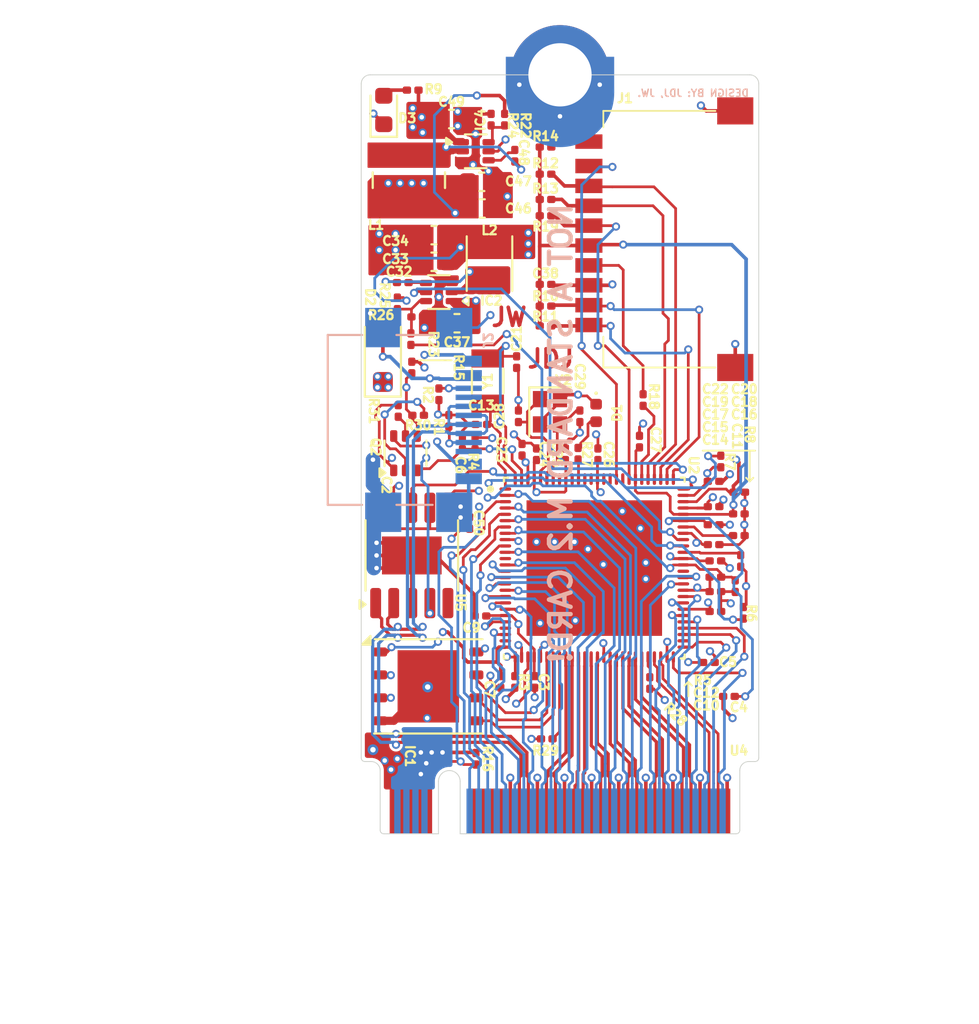
<source format=kicad_pcb>
(kicad_pcb (version 20241229) (generator "pcbnew") (generator_version "9.0")
  (title_block (title "Badge M2 compute module") (date "2025-06-14") (company "Team:Badge"))
  (layers (0 "F.Cu" signal) (4 "In1.Cu" signal) (6 "In2.Cu" signal) (2 "B.Cu" signal) (13 "F.Paste" user) (15 "B.Paste" user) (5 "F.SilkS" user "F.Silkscreen") (7 "B.SilkS" user "B.Silkscreen") (1 "F.Mask" user) (3 "B.Mask" user) (25 "Edge.Cuts" user))
  (net 0 "")
  (net 1 "Net-(U2A-GPIO1)")
  (net 2 "Net-(U2A-GPIO0)")
  (net 3 "GND")
  (net 4 "Net-(U2A-XTAL_P)")
  (net 5 "Net-(U2A-XTAL_N)")
  (net 6 "Net-(IC4-SW)")
  (net 7 "Net-(D3-A)")
  (net 8 "Net-(U2A-GPIO36)")
  (net 9 "Net-(J1-DET_A)")
  (net 10 "Net-(J1-CLK)")
  (net 15 "Net-(U2A-GPIO51)")
  (net 20 "Net-(D2-A)")
  (net 22 "Net-(J2-CC1)")
  (net 24 "Net-(J2-CC2)")
  (net 25 "Net-(Q2B-B2)")
  (net 26 "Net-(Q2A-B1)")
  (net 27 "Net-(D1-A)")
  (net 35 "+3.3V")
  (net 36 "VMIPI")
  (net 37 "/MCU/EN_ESP")
  (net 38 "+1.2V")
  (net 39 "/MCU/GPIO35")
  (net 40 "VFALSH")
  (net 41 "VMEM")
  (net 42 "V{slash}SDMMC")
  (net 43 "+5V")
  (net 44 "/MCU/FLASH.CS")
  (net 45 "/MCU/FLASH.D")
  (net 46 "/MCU/FLASH.Q")
  (net 47 "/MCU/FLASH.HOLD")
  (net 48 "/MCU/FLASH.CK")
  (net 49 "/MCU/FLASH.WP")
  (net 50 "/Power/FB_DCDC")
  (net 51 "/MCU/EN_DCDC")
  (net 52 "Net-(IC4-FB)")
  (net 53 "/MCU/SD.CMD")
  (net 54 "/MCU/SD.DATA0")
  (net 55 "/MCU/SD.DATA3")
  (net 56 "/MCU/SD.DATA1")
  (net 57 "/MCU/SD.DATA2")
  (net 58 "/USB Flashing/USBJTAG.D+")
  (net 59 "/USB Flashing/USBJTAG.D-")
  (net 60 "/USB Flashing/~{DTR}")
  (net 61 "/USB Flashing/~{RTS}")
  (net 62 "/MCU/GPIO37_TX")
  (net 63 "/MCU/GPIO38_RX")
  (net 64 "/MCU/SD.CLK")
  (net 65 "/MCU/FB_DCDC")
  (net 66 "/MCU/CSI.REXT")
  (net 67 "/MCU/DSI.REXT")
  (net 68 "/MCU/DSI.DATA0+")
  (net 69 "/MCU/GPIO14")
  (net 70 "/MCU/GPIO20")
  (net 71 "/MCU/I2S.DATA")
  (net 72 "/MCU/GPIO18")
  (net 73 "/MCU/SD2.CLK")
  (net 74 "/MCU/DSI.DATA0-")
  (net 75 "/MCU/GPIO17")
  (net 76 "/MCU/GPIO2")
  (net 77 "/MCU/SD2.DATA2")
  (net 78 "/MCU/SD2.DATA1")
  (net 79 "/MCU/CSI.DATA0-")
  (net 80 "/MCU/GPIO6")
  (net 81 "/MCU/SD2.DATA0")
  (net 82 "/MCU/DSI.CLK-")
  (net 83 "/MCU/I2S.LRCK")
  (net 84 "/MCU/SD2.DATA3")
  (net 85 "/MCU/GPIO7")
  (net 86 "/MCU/GPIO21")
  (net 87 "/MCU/GPIO22")
  (net 88 "/MCU/GPIO19")
  (net 89 "/MCU/I2S.MCLK")
  (net 90 "/MCU/GPIO9")
  (net 91 "/MCU/GPIO10")
  (net 92 "/MCU/GPIO11")
  (net 93 "/MCU/GPIO12")
  (net 94 "/MCU/GPIO13")
  (net 95 "/MCU/CSI.DATA1-")
  (net 96 "/MCU/GPIO3")
  (net 97 "/MCU/CSI.CLK+")
  (net 98 "/MCU/DSI.DATA1-")
  (net 99 "/MCU/I2S.SCLK")
  (net 100 "/MCU/REST_N")
  (net 101 "/MCU/SD2.CMD")
  (net 102 "/MCU/GPIO4")
  (net 103 "/MCU/GPIO15")
  (net 104 "/MCU/CSI.DATA0+")
  (net 105 "/MCU/DSI.DATA1+")
  (net 106 "/MCU/GPIO16")
  (net 107 "/MCU/USB2HS.D-")
  (net 108 "/MCU/USB2HS.D+")
  (net 109 "/MCU/CSI.CLK-")
  (net 110 "/MCU/GPIO8")
  (net 111 "/MCU/GPIO5")
  (net 112 "/MCU/CSI.DATA1+")
  (net 113 "/MCU/DSI.CLK+")
  (net 114 "/MCU/RTC")
  (net 115 "Net-(IC4-BST)")
  (net 116 "Net-(IC2-BST)")
  (net 117 "Net-(IC2-SW)")
  (footprint "Resistor_SMD:R_0201_0603Metric" (layer "F.Cu") (at 153.1 102 90)
    (property "Reference" "R18")
    (property "Value" "47R")
  )
  (footprint "Capacitor_SMD:C_0201_0603Metric" (layer "F.Cu") (at 147.1 117.6 90)
    (property "Reference" "C3")
    (property "Value" "100nF")
  )
  (footprint "Resistor_SMD:R_0201_0603Metric" (layer "F.Cu") (at 158.65 113.775 -90)
    (property "Reference" "R6")
    (property "Value" "10k")
  )
  (footprint "Resistor_SMD:R_0201_0603Metric" (layer "F.Cu") (at 147.7 96.8)
    (property "Reference" "R10")
    (property "Value" "51K")
  )
  (footprint "Capacitor_SMD:C_0603_1608Metric" (layer "F.Cu") (at 141.525 94.35 180)
    (property "Reference" "C33")
    (property "Value" "22uF")
  )
  (footprint "Resistor_SMD:R_0201_0603Metric" (layer "F.Cu") (at 140.6 97.4 180)
    (property "Reference" "R26")
    (property "Value" "10k")
  )
  (footprint "custom_footprints:uSD_CARD" (layer "F.Cu") (at 153.3 93.1 90)
    (property "Reference" "J1")
    (property "Value" "Micro_SD_Card_Det2")
  )
  (footprint "Capacitor_SMD:C_0201_0603Metric" (layer "F.Cu") (at 158.2 112.3 90)
    (property "Reference" "C11")
    (property "Value" "100nF")
  )
  (footprint "Resistor_SMD:R_0201_0603Metric" (layer "F.Cu") (at 157.4 105.4 90)
    (property "Reference" "R7")
    (property "Value" "10k")
  )
  (footprint "Capacitor_SMD:C_0201_0603Metric" (layer "F.Cu") (at 146.2 102.9 90)
    (property "Reference" "C28")
    (property "Value" "22pF")
  )
  (footprint "Resistor_SMD:R_0201_0603Metric" (layer "F.Cu") (at 145.4381 86.4836 90)
    (property "Reference" "R22")
    (property "Value" "31k")
  )
  (footprint "Resistor_SMD:R_0201_0603Metric" (layer "F.Cu") (at 140.3 100.2 -90)
    (property "Reference" "R15")
    (property "Value" "1k")
  )
  (footprint "ESP32-P4NRW16:ESP32-P4NRW16" (layer "F.Cu") (at 150.4 111.3)
    (property "Reference" "U2")
    (property "Value" "ESP32-P4NRW16")
  )
  (footprint "Resistor_SMD:R_0201_0603Metric" (layer "F.Cu") (at 144.6881 86.4836 -90)
    (property "Reference" "R24")
    (property "Value" "10k")
  )
  (footprint "Resistor_SMD:R_0201_0603Metric" (layer "F.Cu") (at 139.5 96.65 -90)
    (property "Reference" "R25")
    (property "Value" "4.9K")
  )
  (footprint "Capacitor_SMD:C_0201_0603Metric" (layer "F.Cu") (at 158.4 109.5 180)
    (property "Reference" "C16")
    (property "Value" "100nF")
  )
  (footprint "Capacitor_SMD:C_0201_0603Metric" (layer "F.Cu") (at 145.225 117.6 90)
    (property "Reference" "C7")
    (property "Value" "100nF")
  )
  (footprint "Resistor_SMD:R_0201_0603Metric" (layer "F.Cu") (at 153.47 117.66 -90)
    (property "Reference" "R28")
    (property "Value" "4.02k")
  )
  (footprint "Capacitor_SMD:C_0201_0603Metric" (layer "F.Cu") (at 157 110 180)
    (property "Reference" "C15")
    (property "Value" "100nF")
  )
  (footprint "Capacitor_SMD:C_0201_0603Metric" (layer "F.Cu") (at 148.8 105 -90)
    (property "Reference" "C25")
    (property "Value" "100nF")
  )
  (footprint "Resistor_SMD:R_0201_0603Metric" (layer "F.Cu") (at 147.7 88)
    (property "Reference" "R14")
    (property "Value" "51K")
  )
  (footprint "Capacitor_SMD:C_0201_0603Metric" (layer "F.Cu") (at 144.1 113.95)
    (property "Reference" "C9")
    (property "Value" "100nF")
  )
  (footprint "Resistor_SMD:R_0201_0603Metric" (layer "F.Cu") (at 157.1 111.8)
    (property "Reference" "R5")
    (property "Value" "4.7k")
  )
  (footprint "Package_TO_SOT_SMD:SOT-563" (layer "F.Cu") (at 141.8 96.025 180)
    (property "Reference" "IC2")
    (property "Value" "TPS563202DRLR")
  )
  (footprint "M.2-EDGE-CONN:M.2-EDGE-CONN" (layer "F.Cu") (at 148.5011 126.0036)
    (property "Reference" "U4")
    (property "Value" "~")
    (fp_line (start -11 -41.5) (end -11 -4.2) (stroke (width 0.05)) (layer "Edge.Cuts"))
    (fp_line (start -10.8 -4) (end -10.45 -4) (stroke (width 0.05)) (layer "Edge.Cuts"))
    (fp_line (start -9.95 -3.5) (end -9.95 -0.2) (stroke (width 0.05)) (layer "Edge.Cuts"))
    (fp_line (start -6.725 -2.9) (end -6.725 0) (stroke (width 0.05)) (layer "Edge.Cuts"))
    (fp_line (start -6.725 0) (end -9.75 0) (stroke (width 0.05)) (layer "Edge.Cuts"))
    (fp_line (start -5.525 -2.9) (end -5.525 0) (stroke (width 0.05)) (layer "Edge.Cuts"))
    (fp_line (start -5.525 0) (end 6.2 0) (stroke (width 0.05)) (layer "Edge.Cuts"))
    (fp_line (start 6.2 0) (end 9.75 0) (stroke (width 0.05)) (layer "Edge.Cuts"))
    (fp_line (start 9.95 -0.2) (end 9.95 -3.5) (stroke (width 0.05)) (layer "Edge.Cuts"))
    (fp_line (start 10.45 -4) (end 10.8 -4) (stroke (width 0.05)) (layer "Edge.Cuts"))
    (fp_line (start 10.5 -42) (end -10.5 -42) (stroke (width 0.05)) (layer "Edge.Cuts"))
    (fp_line (start 11 -4.2) (end 11 -41.5) (stroke (width 0.05)) (layer "Edge.Cuts"))
    (fp_arc (start -11 -41.5) (mid -10.853553 -41.853553) (end -10.5 -42) (stroke (width 0.05)) (layer "Edge.Cuts"))
    (fp_arc (start -10.8 -4) (mid -10.941421 -4.058579) (end -11 -4.2) (stroke (width 0.05)) (layer "Edge.Cuts"))
    (fp_arc (start -10.45 -4) (mid -10.096447 -3.853553) (end -9.95 -3.5) (stroke (width 0.05)) (layer "Edge.Cuts"))
    (fp_arc (start -9.75 0) (mid -9.891421 -0.058579) (end -9.95 -0.2) (stroke (width 0.05)) (layer "Edge.Cuts"))
    (fp_arc (start -6.725 -2.9) (mid -6.549264 -3.324264) (end -6.125 -3.5) (stroke (width 0.05)) (layer "Edge.Cuts"))
    (fp_arc (start -6.125 -3.5) (mid -5.700736 -3.324264) (end -5.525 -2.9) (stroke (width 0.05)) (layer "Edge.Cuts"))
    (fp_arc (start 9.95 -3.5) (mid 10.096447 -3.853553) (end 10.45 -4) (stroke (width 0.05)) (layer "Edge.Cuts"))
    (fp_arc (start 9.95 -0.2) (mid 9.891421 -0.058579) (end 9.75 0) (stroke (width 0.05)) (layer "Edge.Cuts"))
    (fp_arc (start 10.5 -42) (mid 10.853553 -41.853553) (end 11 -41.5) (stroke (width 0.05)) (layer "Edge.Cuts"))
    (fp_arc (start 11 -4.2) (mid 10.941421 -4.058579) (end 10.8 -4) (stroke (width 0.05)) (layer "Edge.Cuts"))
  )
  (footprint "Capacitor_SMD:C_0201_0603Metric" (layer "F.Cu") (at 157.85 118.4)
    (property "Reference" "C4")
    (property "Value" "100nF")
  )
  (footprint "Capacitor_SMD:C_0201_0603Metric" (layer "F.Cu") (at 150.6 105 -90)
    (property "Reference" "C26")
    (property "Value" "100nF")
  )
  (footprint "Resistor_SMD:R_0201_0603Metric" (layer "F.Cu") (at 147.7 89.5)
    (property "Reference" "R12")
    (property "Value" "51K")
  )
  (footprint "Capacitor_SMD:C_0201_0603Metric" (layer "F.Cu") (at 144.15 103.35)
    (property "Reference" "C13")
    (property "Value" "22pF")
  )
  (footprint "Symbol:Symbol_HighVoltage_NoTriangle_2x5mm_Copper" (layer "F.Cu") (at 140.247385 130.348703)
    (property "Reference" "REF**" (hide yes))
    (property "Value" "Symbol_HighVoltage_NoTriangle_2x5mm_Copper" (hide yes))
  )
  (footprint "Capacitor_SMD:C_0201_0603Metric" (layer "F.Cu") (at 139.8 95.5)
    (property "Reference" "C32")
    (property "Value" "100nF")
  )
  (footprint "Capacitor_SMD:C_0201_0603Metric" (layer "F.Cu") (at 157.1 110.9 180)
    (property "Reference" "C14")
    (property "Value" "100nF")
  )
  (footprint "Resistor_SMD:R_0201_0603Metric" (layer "F.Cu") (at 139.55 102.605 -90)
    (property "Reference" "R31")
    (property "Value" "10k")
  )
  (footprint "Resistor_SMD:R_0201_0603Metric" (layer "F.Cu") (at 140.65 102.8425)
    (property "Reference" "R30")
    (property "Value" "10k")
  )
  (footprint "Inductor_SMD:L_Changjiang_FNR252010S" (layer "F.Cu") (at 144.6 94.45 90)
    (property "Reference" "L2")
    (property "Value" "FTC252012S1R5MBCA")
  )
  (footprint "LED_SMD:LED_0603_1608Metric" (layer "F.Cu") (at 138.75 85.95 90)
    (property "Reference" "D3")
    (property "Value" "RED")
  )
  (footprint "Resistor_SMD:R_0201_0603Metric" (layer "F.Cu") (at 146 117.6 90)
    (property "Reference" "R3")
    (property "Value" "10k")
  )
  (footprint "Resistor_SMD:R_0201_0603Metric" (layer "F.Cu") (at 140.25 98.63 90)
    (property "Reference" "R23")
    (property "Value" "0")
  )
  (footprint "Capacitor_SMD:C_0201_0603Metric" (layer "F.Cu") (at 138.15 106.1 -90)
    (property "Reference" "C2")
    (property "Value" "100nF")
  )
  (footprint "Resistor_SMD:R_0201_0603Metric" (layer "F.Cu") (at 141.8 101.68 -90)
    (property "Reference" "R2")
    (property "Value" "5.1k")
  )
  (footprint "Capacitor_SMD:C_0603_1608Metric" (layer "F.Cu") (at 142.8 97.75 180)
    (property "Reference" "C37")
    (property "Value" "10uF")
  )
  (footprint "Crystal:Crystal_SMD_3215-2Pin_3.2x1.5mm" (layer "F.Cu") (at 144.5 100.95 -90)
    (property "Reference" "Y1")
    (property "Value" "32KHz")
  )
  (footprint "Capacitor_SMD:C_0603_1608Metric" (layer "F.Cu") (at 144.2 91.4)
    (property "Reference" "C46")
    (property "Value" "22uF")
  )
  (footprint "Resistor_SMD:R_0201_0603Metric" (layer "F.Cu") (at 147.7 90.9)
    (property "Reference" "R13")
    (property "Value" "51K")
  )
  (footprint "Capacitor_SMD:C_0201_0603Metric" (layer "F.Cu") (at 149.6 102.9 -90)
    (property "Reference" "C29")
    (property "Value" "22pF")
  )
  (footprint "Capacitor_SMD:C_0201_0603Metric" (layer "F.Cu") (at 146.1 99.9 90)
    (property "Reference" "C21")
    (property "Value" "22pF")
  )
  (footprint "Resistor_SMD:R_0201_0603Metric" (layer "F.Cu") (at 142.35 103.15 90)
    (property "Reference" "R1")
    (property "Value" "5.1k")
  )
  (footprint "Capacitor_SMD:C_0603_1608Metric" (layer "F.Cu") (at 141.525 92.875 180)
    (property "Reference" "C34")
    (property "Value" "22uF")
  )
  (footprint "Capacitor_SMD:C_0201_0603Metric" (layer "F.Cu") (at 146.4 104.75 -90)
    (property "Reference" "C23")
    (property "Value" "100nF")
  )
  (footprint "Resistor_SMD:R_0201_0603Metric" (layer "F.Cu") (at 143.85 121.85 90)
    (property "Reference" "R16")
    (property "Value" "0")
  )
  (footprint "custom_footprints:IND_VLS4012HBX-3R3M-N" (layer "F.Cu") (at 140.1381 89.8336 -90)
    (property "Reference" "L1")
    (property "Value" "VLS4012HBX-3R3M-N")
  )
  (footprint "Capacitor_SMD:C_0201_0603Metric" (layer "F.Cu") (at 143.5 108.8 -90)
    (property "Reference" "C50")
    (property "Value" "100nF")
  )
  (footprint "Package_SON:WSON-8-1EP_6x5mm_P1.27mm_EP3.4x4mm" (layer "F.Cu") (at 141.2125 117.845)
    (property "Reference" "IC1")
    (property "Value" "XT25F128FWOIGT-W")
  )
  (footprint "Capacitor_SMD:C_0201_0603Metric" (layer "F.Cu") (at 156.74 116.52 180)
    (property "Reference" "C5")
    (property "Value" "100nF")
  )
  (footprint "Capacitor_SMD:C_0201_0603Metric" (layer "F.Cu") (at 157.1 113.7 180)
    (property "Reference" "C10")
    (property "Value" "100nF")
  )
  (footprint "Capacitor_SMD:C_0201_0603Metric" (layer "F.Cu") (at 157 108.9 180)
    (property "Reference" "C17")
    (property "Value" "100nF")
  )
  (footprint "Crystal:Crystal_SMD_2016-4Pin_2.0x1.6mm" (layer "F.Cu") (at 147.95 102.65 -90)
    (property "Reference" "Y2")
    (property "Value" "40MHz")
  )
  (footprint "Package_TO_SOT_SMD:SOT-563" (layer "F.Cu") (at 143.8381 88.2336)
    (property "Reference" "IC4")
    (property "Value" "TPS563202DRLR")
  )
  (footprint "Capacitor_SMD:C_0201_0603Metric" (layer "F.Cu") (at 157 107.9 180)
    (property "Reference" "C19")
    (property "Value" "100nF")
  )
  (footprint "Capacitor_SMD:C_0603_1608Metric" (layer "F.Cu") (at 142.5 86.45)
    (property "Reference" "C49")
    (property "Value" "10uF")
  )
  (footprint "Capacitor_SMD:C_0201_0603Metric" (layer "F.Cu") (at 157.1 112.6 180)
    (property "Reference" "C12")
    (property "Value" "100nF")
  )
  (footprint "Capacitor_SMD:C_0201_0603Metric" (layer "F.Cu") (at 152.9 104.3 -90)
    (property "Reference" "C27")
    (property "Value" "100nF")
  )
  (footprint "Resistor_SMD:R_0201_0603Metric" (layer "F.Cu") (at 149.5 104.97 90)
    (property "Reference" "R27")
    (property "Value" "150R")
  )
  (footprint "Capacitor_SMD:C_0201_0603Metric" (layer "F.Cu") (at 157 106.5 180)
    (property "Reference" "C22")
    (property "Value" "100nF")
  )
  (footprint "Package_TO_SOT_SMD:SOT-363_SC-70-6" (layer "F.Cu") (at 139.95 104.9425 90)
    (property "Reference" "Q2")
    (property "Value" "MMDT2222A")
  )
  (footprint "Resistor_SMD:R_0201_0603Metric" (layer "F.Cu") (at 140.35 84.85)
    (property "Reference" "R9")
    (property "Value" "220R")
  )
  (footprint "Capacitor_SMD:C_0201_0603Metric" (layer "F.Cu") (at 158.4 108.3 180)
    (property "Reference" "C18")
    (property "Value" "100nF")
  )
  (footprint "Capacitor_SMD:C_0201_0603Metric" (layer "F.Cu") (at 147.7 95.6)
    (property "Reference" "C38")
    (property "Value" "100nF")
  )
  (footprint "Resistor_SMD:R_0201_0603Metric" (layer "F.Cu") (at 147.7 91.8)
    (property "Reference" "R19")
    (property "Value" "100K")
  )
  (footprint "Resistor_SMD:R_0201_0603Metric" (layer "F.Cu") (at 158.5 110.9 90)
    (property "Reference" "R8")
    (property "Value" "10k")
  )
  (footprint "Resistor_SMD:R_0201_0603Metric" (layer "F.Cu") (at 147.7 97.9)
    (property "Reference" "R11")
    (property "Value" "51K")
  )
  (footprint "Resistor_SMD:R_0201_0603Metric" (layer "F.Cu") (at 143.8 104.4 -90)
    (property "Reference" "R4")
    (property "Value" "10k")
  )
  (footprint "Capacitor_SMD:C_0201_0603Metric" (layer "F.Cu") (at 147.2 105 -90)
    (property "Reference" "C24")
    (property "Value" "100nF")
  )
  (footprint "Resistor_SMD:R_0201_0603Metric" (layer "F.Cu") (at 147.77 120.75 180)
    (property "Reference" "R29")
    (property "Value" "4.02k")
  )
  (footprint "Diode_SMD:D_SOD-123F" (layer "F.Cu") (at 138.7 99.6 90)
    (property "Reference" "D2")
    (property "Value" "K24")
  )
  (footprint "Package_SO:SSOP-10-1EP_3.9x4.9mm_P1mm_EP2.1x3.3mm" (layer "F.Cu") (at 140.3 110.6 90)
    (property "Reference" "U5")
    (property "Value" "CH340K")
  )
  (footprint "LED_SMD:LED_0402_1005Metric" (layer "F.Cu") (at 150.5 102.715 -90)
    (property "Reference" "D1")
    (property "Value" "LED")
  )
  (footprint "Capacitor_SMD:C_0201_0603Metric" (layer "F.Cu") (at 158.42 107.1 180)
    (property "Reference" "C20")
    (property "Value" "100nF")
  )
  (footprint "Capacitor_SMD:C_0603_1608Metric" (layer "F.Cu") (at 144.175 89.925)
    (property "Reference" "C47")
    (property "Value" "22uF")
  )
  (footprint "Capacitor_SMD:C_0201_0603Metric" (layer "F.Cu") (at 146 88.48 90)
    (property "Reference" "C48")
    (property "Value" "100nF")
  )
  (footprint "Capacitor_SMD:C_0201_0603Metric" (layer "F.Cu") (at 143.1 104.4 -90)
    (property "Reference" "C6")
    (property "Value" "100nF")
  )
  (footprint "custom_footprints:USB_C_Receptacle_HRO_TYPE-C-31-M-22" (layer "B.Cu") (at 139.55 103.1 90)
    (property "Reference" "J2")
    (property "Value" "USB_C_Receptacle_USB2.0_16P")
  )
  (gr_line (start 159 106.5) (end 159.2 106.3) (stroke (width 0.1)) (layer "F.SilkS"))
  (gr_line (start 156.4 104.8) (end 159.3 104.8) (stroke (width 0.1)) (layer "F.SilkS"))
  (gr_line (start 155.6 117.6) (end 155.8 117.8) (stroke (width 0.1)) (layer "F.SilkS"))
  (gr_line (start 142.5 99.8) (end 140.7 99.8) (stroke (width 0.1)) (layer "F.SilkS"))
  (gr_line (start 155.6 118.4) (end 155.6 117.6) (stroke (width 0.1)) (layer "F.SilkS"))
  (gr_line (start 159 106.5) (end 158.8 106.3) (stroke (width 0.1)) (layer "F.SilkS"))
  (gr_line (start 155.4 117.8) (end 155.6 117.6) (stroke (width 0.1)) (layer "F.SilkS"))
  (gr_line (start 159 104.8) (end 159 106.5) (stroke (width 0.1)) (layer "F.SilkS"))
  (gr_line (start 155.6 117.6) (end 155.4 117.8) (stroke (width 0.1)) (layer "F.SilkS"))
  (gr_text "JW" (at 144.6 98 0) (layer "F.Cu") (effects (font (size 1 1) (thickness 0.2)) (justify left bottom)))
  (gr_text "JDJ" (at 146.6 100.3 0) (layer "F.Cu") (effects (font (size 1 1) (thickness 0.2)) (justify left bottom)))
  (gr_text "NOT A STANDARD M.2 CARD!" (at 149.25 91 90) (layer "B.SilkS") (effects (font (size 1.2 1.2) (thickness 0.24) (bold yes)) (justify left bottom mirror)))
  (gr_text "DESIGN BY: JDJ, JW." (at 159 85.25 0) (layer "B.SilkS") (effects (font (size 0.4 0.4) (thickness 0.08) (bold yes)) (justify left bottom mirror)))
  (segment (start 145.475 105.899264) (end 145.475 106.925) (width 0.15) (layer "F.Cu") (net 1))
  (segment (start 145.1 105.524264) (end 145.475 105.899264) (width 0.15) (layer "F.Cu") (net 1))
  (segment (start 144.65 103.17) (end 144.47 103.35) (width 0.15) (layer "F.Cu") (net 1))
  (segment (start 144.699999 103.35) (end 145.2 103.850001) (width 0.15) (layer "F.Cu") (net 1))
  (segment (start 145.1 104.407107) (end 145.1 105.524264) (width 0.15) (layer "F.Cu") (net 1))
  (segment (start 145.2 104.307107) (end 145.1 104.407107) (width 0.15) (layer "F.Cu") (net 1))
  (segment (start 144.65 102.2) (end 144.65 103.17) (width 0.15) (layer "F.Cu") (net 1))
  (segment (start 144.47 103.35) (end 144.699999 103.35) (width 0.15) (layer "F.Cu") (net 1))
  (segment (start 145.2 103.850001) (end 145.2 104.307107) (width 0.15) (layer "F.Cu") (net 1))
  (segment (start 145.35 99) (end 144.65 99.7) (width 0.15) (layer "F.Cu") (net 2))
  (segment (start 144.77 99.58) (end 144.65 99.7) (width 0.15) (layer "F.Cu") (net 2))
  (segment (start 145.5 99) (end 145.35 99) (width 0.15) (layer "F.Cu") (net 2))
  (segment (start 145.5 103.5) (end 145.2 103.2) (width 0.15) (layer "F.Cu") (net 2))
  (segment (start 146.2 99.58) (end 144.77 99.58) (width 0.15) (layer "F.Cu") (net 2))
  (segment (start 145.5 104.431371) (end 145.5 103.5) (width 0.15) (layer "F.Cu") (net 2))
  (segment (start 146.025 106.375) (end 146.025 106.025) (width 0.15) (layer "F.Cu") (net 2))
  (segment (start 145.400693 104.530678) (end 145.5 104.431371) (width 0.15) (layer "F.Cu") (net 2))
  (segment (start 146.025 106.025) (end 145.400693 105.400693) (width 0.15) (layer "F.Cu") (net 2))
  (segment (start 145.400693 105.400693) (end 145.400693 104.530678) (width 0.15) (layer "F.Cu") (net 2))
  (via (at 145.5 99) (size 0.45) (drill 0.25) (layers "F.Cu" "B.Cu") (net 2))
  (via (at 145.2 103.2) (size 0.45) (drill 0.25) (layers "F.Cu" "B.Cu") (net 2))
  (segment (start 145.2 103.2) (end 145.2 99.8) (width 0.15) (layer "B.Cu") (net 2))
  (segment (start 145.2 99.3) (end 145.5 99) (width 0.15) (layer "B.Cu") (net 2))
  (segment (start 145.2 99.8) (end 145.2 99.3) (width 0.15) (layer "B.Cu") (net 2))
  (segment (start 154.7511 124.7536) (end 154.7511 122.9011) (width 0.2) (layer "F.Cu") (net 3))
  (segment (start 139.3075 119.75) (end 141.17875 117.87875) (width 0.45) (layer "F.Cu") (net 3))
  (segment (start 138.75 86.7375) (end 138.75 86.725) (width 0.2) (layer "F.Cu") (net 3))
  (segment (start 147.4 103.35) (end 147.4 103.2) (width 0.15) (layer "F.Cu") (net 3))
  (segment (start 158.2 86) (end 156.6 86) (width 0.2) (layer "F.Cu") (net 3))
  (segment (start 149.573 101.773) (end 149.5 101.7) (width 0.15) (layer "F.Cu") (net 3))
  (segment (start 157.32 110) (end 158.419999 110) (width 0.15) (layer "F.Cu") (net 3))
  (segment (start 148.8 104.7) (end 148.8 104.35) (width 0.15) (layer "F.Cu") (net 3))
  (segment (start 149.25 104.15) (end 149.6 103.8) (width 0.15) (layer "F.Cu") (net 3))
  (segment (start 156.2511 122.9011) (end 156.25 122.9) (width 0.2) (layer "F.Cu") (net 3))
  (segment (start 149 104.15) (end 149.25 104.15) (width 0.15) (layer "F.Cu") (net 3))
  (segment (start 158.72 107.72) (end 158.7 107.7) (width 0.15) (layer "F.Cu") (net 3))
  (segment (start 151.7511 122.9011) (end 151.75 122.9) (width 0.2) (layer "F.Cu") (net 3))
  (segment (start 142.93 102.83) (end 143.45 103.35) (width 0.15) (layer "F.Cu") (net 3))
  (segment (start 149.7 99.2) (end 151.625 101.125) (width 0.15) (layer "F.Cu") (net 3))
  (segment (start 150.15 89.1) (end 150.1 89.05) (width 0.15) (layer "F.Cu") (net 3))
  (segment (start 153.2511 124.7536) (end 153.2511 122.9011) (width 0.2) (layer "F.Cu") (net 3))
  (segment (start 157.06 116.16) (end 156.8 115.9) (width 0.15) (layer "F.Cu") (net 3))
  (segment (start 157.4 113.7) (end 157.4 113.1) (width 0.15) (layer "F.Cu") (net 3))
  (segment (start 151.7511 124.7536) (end 151.7511 122.9011) (width 0.2) (layer "F.Cu") (net 3))
  (segment (start 148.1 95.6) (end 148.02 95.6) (width 0.2) (layer "F.Cu") (net 3))
  (segment (start 142.35 102.83) (end 142.93 102.83) (width 0.15) (layer "F.Cu") (net 3))
  (segment (start 146.9 104.38) (end 146.4 104.38) (width 0.15) (layer "F.Cu") (net 3))
  (segment (start 138.55 119.75) (end 139.3075 119.75) (width 0.45) (layer "F.Cu") (net 3))
  (segment (start 138.15 105.78) (end 138.15 105.3) (width 0.15) (layer "F.Cu") (net 3))
  (segment (start 156.6 86) (end 156.3 85.7) (width 0.2) (layer "F.Cu") (net 3))
  (segment (start 150.1 95.65) (end 148.15 95.65) (width 0.2) (layer "F.Cu") (net 3))
  (segment (start 152.9 103.98) (end 152.9 103.5) (width 0.15) (layer "F.Cu") (net 3))
  (segment (start 158.72 108.3) (end 158.72 107.72) (width 0.15) (layer "F.Cu") (net 3))
  (segment (start 147.4 103.2) (end 148.6 102) (width 0.15) (layer "F.Cu") (net 3))
  (segment (start 157.4 112.6) (end 158.2 112.6) (width 0.15) (layer "F.Cu") (net 3))
  (segment (start 141.8 102) (end 141.8 102.75) (width 0.15) (layer "F.Cu") (net 3))
  (segment (start 145.025001 117.92) (end 144.65 117.544999) (width 0.15) (layer "F.Cu") (net 3))
  (segment (start 146.4 104.38) (end 146.4 104.35) (width 0.15) (layer "F.Cu") (net 3))
  (segment (start 157.53 119.08) (end 158.05 119.6) (width 0.2) (layer "F.Cu") (net 3))
  (segment (start 146.2 102) (end 146.2 100.22) (width 0.15) (layer "F.Cu") (net 3))
  (segment (start 148.8 104.35) (end 149 104.15) (width 0.15) (layer "F.Cu") (net 3))
  (segment (start 140.3 110.6) (end 138.2 110.6) (width 0.2) (layer "F.Cu") (net 3))
  (segment (start 142.35 102.83) (end 141.78 102.83) (width 0.15) (layer "F.Cu") (net 3))
  (segment (start 148.7511 122.9011) (end 148.75 122.9) (width 0.15) (layer "F.Cu") (net 3))
  (segment (start 157.7511 124.7536) (end 157.7511 122.9011) (width 0.2) (layer "F.Cu") (net 3))
  (segment (start 140.3 110.6) (end 139.6 109.9) (width 0.2) (layer "F.Cu") (net 3))
  (segment (start 143.9081 86.1636) (end 143.5881 86.4836) (width 0.2) (layer "F.Cu") (net 3))
  (segment (start 149.7 99.2) (end 149.7 99) (width 0.15) (layer "F.Cu") (net 3))
  (segment (start 152.9 103.5) (end 153.1 103.3) (width 0.15) (layer "F.Cu") (net 3))
  (segment (start 147.1 117.92) (end 147.1 118.45) (width 0.15) (layer "F.Cu") (net 3))
  (segment (start 157.6 111) (end 157.9 111.3) (width 0.15) (layer "F.Cu") (net 3))
  (segment (start 151.625 106.375) (end 151.625 101.125) (width 0.15) (layer "F.Cu") (net 3))
  (segment (start 140.3 110.6) (end 141.6 110.6) (width 0.2) (layer "F.Cu") (net 3))
  (segment (start 157.53 118.4) (end 157.53 119.08) (width 0.2) (layer "F.Cu") (net 3))
  (segment (start 157.7511 122.9011) (end 157.75 122.9) (width 0.2) (layer "F.Cu") (net 3))
  (segment (start 151.4 89.1) (end 150.15 89.1) (width 0.15) (layer "F.Cu") (net 3))
  (segment (start 150.6 104.68) (end 150.6 103.999) (width 0.15) (layer "F.Cu") (net 3))
  (segment (start 150.1 95.65) (end 151.35 95.65) (width 0.2) (layer "F.Cu") (net 3))
  (segment (start 157.32 108.9) (end 157.9 108.9) (width 0.15) (layer "F.Cu") (net 3))
  (segment (start 150.2511 124.7536) (end 150.2511 122.9011) (width 0.2) (layer "F.Cu") (net 3))
  (segment (start 158.419999 110) (end 158.72 109.699999) (width 0.15) (layer "F.Cu") (net 3))
  (segment (start 146.4 104.35) (end 145.95 103.9) (width 0.15) (layer "F.Cu") (net 3))
  (segment (start 156.2511 124.7536) (end 156.2511 122.9011) (width 0.2) (layer "F.Cu") (net 3))
  (segment (start 144.65 117.544999) (end 144.65 117.25) (width 0.15) (layer "F.Cu") (net 3))
  (segment (start 158.74 107.1) (end 158.74 107.66) (width 0.15) (layer "F.Cu") (net 3))
  (segment (start 157.06 116.52) (end 157.06 116.16) (width 0.15) (layer "F.Cu") (net 3))
  (segment (start 157.32 107.9) (end 157.32 107.736599) (width 0.15) (layer "F.Cu") (net 3))
  (segment (start 141.78 102.83) (end 141.75 102.8) (width 0.15) (layer "F.Cu") (net 3))
  (segment (start 147.2 104.68) (end 146.9 104.38) (width 0.15) (layer "F.Cu") (net 3))
  (segment (start 147.2511 122.9011) (end 147.25 122.9) (width 0.15) (layer "F.Cu") (net 3))
  (segment (start 157.4 113.1) (end 157.4 112.6) (width 0.15) (layer "F.Cu") (net 3))
  (segment (start 158.2 100.2) (end 158.2 98.9) (width 0.2) (layer "F.Cu") (net 3))
  (segment (start 148.7511 124.7536) (end 148.7511 122.9011) (width 0.2) (layer "F.Cu") (net 3))
  (segment (start 158.72 108.88) (end 158.7 108.9) (width 0.15) (layer "F.Cu") (net 3))
  (segment (start 149.6 103.22) (end 149.6 103.8) (width 0.15) (layer "F.Cu") (net 3))
  (segment (start 143.1 104.08) (end 143.1 103.7) (width 0.15) (layer "F.Cu") (net 3))
  (segment (start 150.6 103.999) (end 150.501 103.9) (width 0.15) (layer "F.Cu") (net 3))
  (segment (start 158.72 109.5) (end 158.72 108.92) (width 0.15) (layer "F.Cu") (net 3))
  (segment (start 139.6 111.3) (end 138.2 111.3) (width 0.2) (layer "F.Cu") (net 3))
  (segment (start 144.6881 86.1636) (end 143.9081 86.1636) (width 0.2) (layer "F.Cu") (net 3))
  (segment (start 157.32 107.736599) (end 157.546009 107.51059) (width 0.15) (layer "F.Cu") (net 3))
  (segment (start 147.45 120.75) (end 146.92 120.75) (width 0.15) (layer "F.Cu") (net 3))
  (segment (start 141.17875 117.87875) (end 141.2125 117.845) (width 0.45) (layer "F.Cu") (net 3))
  (segment (start 153.47 117.98) (end 153.68 117.98) (width 0.15) (layer "F.Cu") (net 3))
  (segment (start 158.74 107.66) (end 158.7 107.7) (width 0.15) (layer "F.Cu") (net 3))
  (segment (start 158.72 108.92) (end 158.7 108.9) (width 0.15) (layer "F.Cu") (net 3))
  (segment (start 147.2511 124.7536) (end 147.2511 122.9011) (width 0.2) (layer "F.Cu") (net 3))
  (segment (start 149.5 101.7) (end 148.9 101.7) (width 0.2) (layer "F.Cu") (net 3))
  (segment (start 143.5 108.48) (end 143.02 108.48) (width 0.15) (layer "F.Cu") (net 3))
  (segment (start 154.7511 122.9011) (end 154.75 122.9) (width 0.2) (layer "F.Cu") (net 3))
  (segment (start 157.504897 106.5) (end 157.902898 106.101999) (width 0.2) (layer "F.Cu") (net 3))
  (segment (start 140.3 113.2375) (end 140.3 110.6) (width 0.2) (layer "F.Cu") (net 3))
  (segment (start 157.4 111) (end 157.6 111) (width 0.15) (layer "F.Cu") (net 3))
  (segment (start 157.4 113.1) (end 157.8 113.1) (width 0.15) (layer "F.Cu") (net 3))
  (segment (start 153.68 117.98) (end 154.3 118.6) (width 0.15) (layer "F.Cu") (net 3))
  (segment (start 157.32 106.5) (end 157.504897 106.5) (width 0.2) (layer "F.Cu") (net 3))
  (segment (start 158.72 109.699999) (end 158.72 109.5) (width 0.15) (layer "F.Cu") (net 3))
  (segment (start 150 101.773) (end 149.573 101.773) (width 0.15) (layer "F.Cu") (net 3))
  (segment (start 138.75 86.725) (end 138.175 86.15) (width 0.2) (layer "F.Cu") (net 3))
  (segment (start 141.6 110.6) (end 143.78 112.78) (width 0.2) (layer "F.Cu") (net 3))
  (segment (start 143.1 103.7) (end 143.45 103.35) (width 0.15) (layer "F.Cu") (net 3))
  (segment (start 145.7511 124.7536) (end 145.7511 122.9011) (width 0.2) (layer "F.Cu") (net 3))
  (segment (start 151.35 95.65) (end 151.4 95.6) (width 0.2) (layer "F.Cu") (net 3))
  (segment (start 145.7511 122.9011) (end 145.75 122.9) (width 0.2) (layer "F.Cu") (net 3))
  (segment (start 141.8 102.75) (end 141.75 102.8) (width 0.15) (layer "F.Cu") (net 3))
  (segment (start 150.5 102.23) (end 150.457 102.23) (width 0.15) (layer "F.Cu") (net 3))
  (segment (start 143.45 103.35) (end 143.83 103.35) (width 0.15) (layer "F.Cu") (net 3))
  (segment (start 158.72 108.3) (end 158.72 108.88) (width 0.15) (layer "F.Cu") (net 3))
  (segment (start 143.02 108.48) (end 143 108.5) (width 0.15) (layer "F.Cu") (net 3))
  (segment (start 148.9 101.7) (end 148.6 102) (width 0.2) (layer "F.Cu") (net 3))
  (segment (start 152.9 103.98) (end 152.9 103.55) (width 0.15) (layer "F.Cu") (net 3))
  (segment (start 148.15 95.65) (end 148.1 95.6) (width 0.2) (layer "F.Cu") (net 3))
  (segment (start 153.2511 122.9011) (end 153.25 122.9) (width 0.2) (layer "F.Cu") (net 3))
  (segment (start 145.225 117.92) (end 145.025001 117.92) (width 0.15) (layer "F.Cu") (net 3))
  (segment (start 146.2 102.58) (end 146.2 102) (width 0.15) (layer "F.Cu") (net 3))
  (segment (start 143.78 112.78) (end 143.78 113.95) (width 0.2) (layer "F.Cu") (net 3))
  (segment (start 140.3 110.6) (end 139.6 111.3) (width 0.2) (layer "F.Cu") (net 3))
  (segment (start 150.457 102.23) (end 150 101.773) (width 0.15) (layer "F.Cu") (net 3))
  (segment (start 157.8 113.1) (end 157.95 113.25) (width 0.15) (layer "F.Cu") (net 3))
  (segment (start 139.6 109.9) (end 138.2 109.9) (width 0.2) (layer "F.Cu") (net 3))
  (segment (start 150.2511 122.9011) (end 150.25 122.9) (width 0.2) (layer "F.Cu") (net 3))
  (via (at 143.6881 88.9836) (size 0.45) (drill 0.25) (layers "F.Cu" "B.Cu") (net 3))
  (via (at 141.75 102.8) (size 0.45) (drill 0.25) (layers "F.Cu" "B.Cu") (net 3))
  (via (at 138.35 110.6) (size 0.45) (drill 0.25) (layers "F.Cu" "B.Cu") (net 3))
  (via (at 158.05 119.6) (size 0.45) (drill 0.25) (layers "F.Cu" "B.Cu") (net 3))
  (via (at 150.501 103.9) (size 0.45) (drill 0.25) (layers "F.Cu" "B.Cu") (net 3))
  (via (at 158.2 98.9) (size 0.45) (drill 0.25) (layers "F.Cu" "B.Cu") (net 3))
  (via (at 144.5381 89.3336) (size 0.45) (drill 0.25) (layers "F.Cu" "B.Cu") (net 3))
  (via (at 149.7 99) (size 0.45) (drill 0.25) (layers "F.Cu" "B.Cu") (net 3))
  (via (at 148.75 122.9) (size 0.45) (drill 0.25) (layers "F.Cu" "B.Cu") (net 3))
  (via (at 138.15 105.3) (size 0.45) (drill 0.25) (layers "F.Cu" "B.Cu") (net 3))
  (via (at 151.95 108.15) (size 0.45) (drill 0.25) (layers "F.Cu" "B.Cu") (net 3))
  (via (at 151.4 95.6) (size 0.45) (drill 0.25) (layers "F.Cu" "B.Cu") (net 3))
  (via (at 156.8 115.9) (size 0.45) (drill 0.25) (layers "F.Cu" "B.Cu") (net 3))
  (via (at 146.2 102) (size 0.45) (drill 0.25) (layers "F.Cu" "B.Cu") (net 3))
  (via (at 139.4 92.8) (size 0.45) (drill 0.25) (layers "F.Cu" "B.Cu") (net 3))
  (via (at 157.95 113.25) (size 0.45) (drill 0.25) (layers "F.Cu" "B.Cu") (net 3))
  (via (at 149.3 109.85) (size 0.45) (drill 0.25) (layers "F.Cu" "B.Cu") (net 3))
  (via (at 144.65 117.25) (size 0.45) (drill 0.25) (layers "F.Cu" "B.Cu") (net 3))
  (via (at 153.1 103.3) (size 0.45) (drill 0.25) (layers "F.Cu" "B.Cu") (net 3))
  (via (at 145.75 122.9) (size 0.45) (drill 0.25) (layers "F.Cu" "B.Cu") (net 3))
  (via (at 149.5 101.7) (size 0.45) (drill 0.25) (layers "F.Cu" "B.Cu") (net 3))
  (via (at 138.175 86.15) (size 0.45) (drill 0.25) (layers "F.Cu" "B.Cu") (net 3))
  (via (at 154.3 118.6) (size 0.45) (drill 0.25) (layers "F.Cu" "B.Cu") (net 3))
  (via (at 138.5 93.7) (size 0.45) (drill 0.25) (layers "F.Cu" "B.Cu") (net 3))
  (via (at 157.902898 106.101999) (size 0.45) (drill 0.25) (layers "F.Cu" "B.Cu") (net 3))
  (via (at 158.7 108.9) (size 0.45) (drill 0.25) (layers "F.Cu" "B.Cu") (net 3))
  (via (at 141.8 96.3) (size 0.45) (drill 0.25) (layers "F.Cu" "B.Cu") (net 3))
  (via (at 142.8381 86.0336) (size 0.45) (drill 0.25) (layers "F.Cu" "B.Cu") (net 3))
  (via (at 147.2 109.85) (size 0.45) (drill 0.25) (layers "F.Cu" "B.Cu") (net 3))
  (via (at 146.25 84.55) (size 0.45) (drill 0.25) (layers "F.Cu" "B.Cu") (net 3))
  (via (at 157.546009 107.51059) (size 0.45) (drill 0.25) (layers "F.Cu" "B.Cu") (net 3))
  (via (at 144.65 97.3) (size 0.45) (drill 0.25) (layers "F.Cu" "B.Cu") (net 3))
  (via (at 153.25 111) (size 0.45) (drill 0.25) (layers "F.Cu" "B.Cu") (net 3))
  (via (at 157.75 122.9) (size 0.45) (drill 0.25) (layers "F.Cu" "B.Cu") (net 3))
  (via (at 138.35 109.9) (size 0.45) (drill 0.25) (layers "F.Cu" "B.Cu") (net 3))
  (via (at 152.95 109.1) (size 0.45) (drill 0.25) (layers "F.Cu" "B.Cu") (net 3))
  (via (at 143.825 87.275) (size 0.45) (drill 0.25) (layers "F.Cu" "B.Cu") (net 3))
  (via (at 141.17875 117.87875) (size 0.6) (drill 0.3) (layers "F.Cu" "B.Cu") (net 3))
  (via (at 141.15 119.6) (size 0.45) (drill 0.25) (layers "F.Cu" "B.Cu") (net 3))
  (via (at 150.7 84.55) (size 0.45) (drill 0.25) (layers "F.Cu" "B.Cu") (net 3))
  (via (at 153.25 111.9) (size 0.45) (drill 0.25) (layers "F.Cu" "B.Cu") (net 3))
  (via (at 149.35 114.2) (size 0.45) (drill 0.25) (layers "F.Cu" "B.Cu") (net 3))
  (via (at 149.6 103.8) (size 0.45) (drill 0.25) (layers "F.Cu" "B.Cu") (net 3))
  (via (at 141 99.5) (size 0.45) (drill 0.25) (layers "F.Cu" "B.Cu") (net 3))
  (via (at 147.1 118.45) (size 0.45) (drill 0.25) (layers "F.Cu" "B.Cu") (net 3))
  (via (at 145.5881 90.7336) (size 0.45) (drill 0.25) (layers "F.Cu" "B.Cu") (net 3))
  (via (at 157.9 108.9) (size 0.45) (drill 0.25) (layers "F.Cu" "B.Cu") (net 3))
  (via (at 150.25 122.9) (size 0.45) (drill 0.25) (layers "F.Cu" "B.Cu") (net 3))
  (via (at 150.05 110.25) (size 0.45) (drill 0.25) (layers "F.Cu" "B.Cu") (net 3))
  (via (at 141 98) (size 0.45) (drill 0.25) (layers "F.Cu" "B.Cu") (net 3))
  (via (at 142.8381 86.8336) (size 0.45) (drill 0.25) (layers "F.Cu" "B.Cu") (net 3))
  (via (at 154.75 122.9) (size 0.45) (drill 0.25) (layers "F.Cu" "B.Cu") (net 3))
  (via (at 147.4 114.35) (size 0.45) (drill 0.25) (layers "F.Cu" "B.Cu") (net 3))
  (via (at 139.4 93.7) (size 0.45) (drill 0.25) (layers "F.Cu" "B.Cu") (net 3))
  (via (at 151.4 89.1) (size 0.45) (drill 0.25) (layers "F.Cu" "B.Cu") (net 3))
  (via (at 138 97.2) (size 0.45) (drill 0.25) (layers "F.Cu" "B.Cu") (net 3))
  (via (at 138.35 111.3) (size 0.45) (drill 0.25) (layers "F.Cu" "B.Cu") (net 3))
  (via (at 138.5 92.8) (size 0.45) (drill 0.25) (layers "F.Cu" "B.Cu") (net 3))
  (via (at 145.95 103.9) (size 0.45) (drill 0.25) (layers "F.Cu" "B.Cu") (net 3))
  (via (at 156.25 122.9) (size 0.45) (drill 0.25) (layers "F.Cu" "B.Cu") (net 3))
  (via (at 146.92 120.75) (size 0.45) (drill 0.25) (layers "F.Cu" "B.Cu") (net 3))
  (via (at 143 108.5) (size 0.45) (drill 0.25) (layers "F.Cu" "B.Cu") (net 3))
  (via (at 148.2 109.85) (size 0.45) (drill 0.25) (layers "F.Cu" "B.Cu") (net 3))
  (via (at 156.3 85.7) (size 0.45) (drill 0.25) (layers "F.Cu" "B.Cu") (net 3))
  (via (at 148.5 86.3) (size 0.45) (drill 0.25) (layers "F.Cu" "B.Cu") (net 3))
  (via (at 147.25 122.9) (size 0.45) (drill 0.25) (layers "F.Cu" "B.Cu") (net 3))
  (via (at 150.9 111.1) (size 0.45) (drill 0.25) (layers "F.Cu" "B.Cu") (net 3))
  (via (at 153.25 122.9) (size 0.45) (drill 0.25) (layers "F.Cu" "B.Cu") (net 3))
  (via (at 158.7 107.7) (size 0.45) (drill 0.25) (layers "F.Cu" "B.Cu") (net 3))
  (via (at 143 107.9) (size 0.45) (drill 0.25) (layers "F.Cu" "B.Cu") (net 3))
  (via (at 151.75 122.9) (size 0.45) (drill 0.25) (layers "F.Cu" "B.Cu") (net 3))
  (via (at 157.9 111.3) (size 0.45) (drill 0.25) (layers "F.Cu" "B.Cu") (net 3))
  (segment (start 138.72 108.21) (end 138.72 106.98) (width 0.15) (layer "B.Cu") (net 3))
  (segment (start 138.15 105.3) (end 138.15 106.661725) (width 0.8) (layer "B.Cu") (net 3))
  (segment (start 149.7 99) (end 149.7 90.1) (width 0.15) (layer "B.Cu") (net 3))
  (segment (start 138.2 111.3) (end 138.2 108.73) (width 0.8) (layer "B.Cu") (net 3))
  (segment (start 149.7 90.1) (end 150.7 89.1) (width 0.15) (layer "B.Cu") (net 3))
  (segment (start 138.2 108.73) (end 138.72 108.21) (width 0.8) (layer "B.Cu") (net 3))
  (segment (start 138.72 107.231725) (end 138.72 108.21) (width 0.8) (layer "B.Cu") (net 3))
  (segment (start 142.65 97.99) (end 143.96 97.99) (width 0.15) (layer "B.Cu") (net 3))
  (segment (start 143.45 106.35) (end 143.45 107.41) (width 0.2) (layer "B.Cu") (net 3))
  (segment (start 143.1 99.5) (end 141 99.5) (width 0.2) (layer "B.Cu") (net 3))
  (segment (start 143.45 107.41) (end 142.65 108.21) (width 0.2) (layer "B.Cu") (net 3))
  (segment (start 138.15 106.661725) (end 138.72 107.231725) (width 0.8) (layer "B.Cu") (net 3))
  (segment (start 143.45 99.85) (end 143.1 99.5) (width 0.2) (layer "B.Cu") (net 3))
  (segment (start 150.7 89.1) (end 151.4 89.1) (width 0.15) (layer "B.Cu") (net 3))
  (segment (start 143.96 97.99) (end 144.65 97.3) (width 0.15) (layer "B.Cu") (net 3))
  (segment (start 147.425 106.375) (end 147.425 105.925) (width 0.15) (layer "F.Cu") (net 4))
  (segment (start 147.85 105.5) (end 147.85 104.35) (width 0.15) (layer "F.Cu") (net 4))
  (segment (start 146.7 102.65) (end 147.4 101.95) (width 0.15) (layer "F.Cu") (net 4))
  (segment (start 146.68 103.22) (end 146.7 103.2) (width 0.15) (layer "F.Cu") (net 4))
  (segment (start 147.576 104.076) (end 146.926 104.076) (width 0.15) (layer "F.Cu") (net 4))
  (segment (start 146.2 103.22) (end 146.68 103.22) (width 0.15) (layer "F.Cu") (net 4))
  (segment (start 147.85 104.35) (end 147.576 104.076) (width 0.15) (layer "F.Cu") (net 4))
  (segment (start 146.7 103.2) (end 146.7 102.65) (width 0.15) (layer "F.Cu") (net 4))
  (segment (start 147.425 105.925) (end 147.85 105.5) (width 0.15) (layer "F.Cu") (net 4))
  (segment (start 146.7 103.85) (end 146.7 103.2) (width 0.15) (layer "F.Cu") (net 4))
  (segment (start 146.926 104.076) (end 146.7 103.85) (width 0.15) (layer "F.Cu") (net 4))
  (segment (start 147.775 106.025) (end 148.35 105.45) (width 0.15) (layer "F.Cu") (net 5))
  (segment (start 149.6 102.58) (end 149.42 102.58) (width 0.15) (layer "F.Cu") (net 5))
  (segment (start 147.775 106.375) (end 147.775 106.025) (width 0.15) (layer "F.Cu") (net 5))
  (segment (start 148.35 105.45) (end 148.35 103.65) (width 0.15) (layer "F.Cu") (net 5))
  (segment (start 148.35 103.65) (end 148.6 103.4) (width 0.15) (layer "F.Cu") (net 5))
  (segment (start 149.42 102.58) (end 148.6 103.4) (width 0.15) (layer "F.Cu") (net 5))
  (segment (start 146.35 89.15) (end 146 88.8) (width 0.15) (layer "F.Cu") (net 6))
  (segment (start 146.35 89.25) (end 146.35 89.15) (width 0.15) (layer "F.Cu") (net 6))
  (via (at 142.2 88) (size 0.45) (drill 0.25) (layers "F.Cu" "B.Cu") (net 6))
  (via (at 146.35 89.25) (size 0.45) (drill 0.25) (layers "F.Cu" "B.Cu") (net 6))
  (segment (start 145.1 88) (end 146.35 89.25) (width 0.15) (layer "B.Cu") (net 6))
  (segment (start 142.2 88) (end 145.1 88) (width 0.15) (layer "B.Cu") (net 6))
  (segment (start 140.03 84.85) (end 139.0625 84.85) (width 0.2) (layer "F.Cu") (net 7))
  (segment (start 139.0625 84.85) (end 138.75 85.1625) (width 0.2) (layer "F.Cu") (net 7))
  (segment (start 158.394 110.474) (end 158.5 110.58) (width 0.15) (layer "F.Cu") (net 8))
  (segment (start 155.325 110.425) (end 156.225 110.425) (width 0.15) (layer "F.Cu") (net 8))
  (segment (start 156.225 110.425) (end 156.274 110.474) (width 0.15) (layer "F.Cu") (net 8))
  (segment (start 156.274 110.474) (end 158.394 110.474) (width 0.15) (layer "F.Cu") (net 8))
  (segment (start 148.02 88) (end 148.32 87.7) (width 0.2) (layer "F.Cu") (net 9))
  (segment (start 148.32 87.7) (end 150.1 87.7) (width 0.2) (layer "F.Cu") (net 9))
  (segment (start 151.75 94.55) (end 150.1 94.55) (width 0.15) (layer "F.Cu") (net 10))
  (segment (start 153.1 101.68) (end 153.1 100.1) (width 0.15) (layer "F.Cu") (net 10))
  (segment (start 152 99) (end 152 94.8) (width 0.15) (layer "F.Cu") (net 10))
  (segment (start 152 94.8) (end 151.75 94.55) (width 0.15) (layer "F.Cu") (net 10))
  (segment (start 153.1 100.1) (end 152 99) (width 0.15) (layer "F.Cu") (net 10))
  (segment (start 149.525 106.375) (end 149.525 105.415) (width 0.15) (layer "F.Cu") (net 15))
  (segment (start 138.7 99.6) (end 138.7 98.2) (width 0.2) (layer "F.Cu") (net 20))
  (via (at 141.7 104.3) (size 0.45) (drill 0.25) (layers "F.Cu" "B.Cu") (net 20))
  (via (at 138.7 99.6) (size 0.45) (drill 0.25) (layers "F.Cu" "B.Cu") (net 20))
  (via (at 141.3 100.8) (size 0.45) (drill 0.25) (layers "F.Cu" "B.Cu") (net 20))
  (segment (start 141.836 100.836) (end 141.8 100.8) (width 0.2) (layer "B.Cu") (net 20))
  (segment (start 143.45 100.65) (end 143.264 100.836) (width 0.2) (layer "B.Cu") (net 20))
  (segment (start 142.773 105.55) (end 141.7 104.477) (width 0.2) (layer "B.Cu") (net 20))
  (segment (start 141.8 100.8) (end 140.3 100.8) (width 0.2) (layer "B.Cu") (net 20))
  (segment (start 141.7 104.477) (end 141.7 104.3) (width 0.2) (layer "B.Cu") (net 20))
  (segment (start 143.264 100.836) (end 141.836 100.836) (width 0.2) (layer "B.Cu") (net 20))
  (segment (start 143.45 105.55) (end 142.773 105.55) (width 0.2) (layer "B.Cu") (net 20))
  (segment (start 139.1 99.6) (end 138.7 99.6) (width 0.2) (layer "B.Cu") (net 20))
  (segment (start 139.1 99.6) (end 140.3 100.8) (width 0.2) (layer "B.Cu") (net 20))
  (segment (start 142.375 103.495) (end 142.35 103.47) (width 0.15) (layer "F.Cu") (net 22))
  (segment (start 142.375 104.4) (end 142.375 103.495) (width 0.15) (layer "F.Cu") (net 22))
  (via (at 142.375 104.4) (size 0.45) (drill 0.25) (layers "F.Cu" "B.Cu") (net 22))
  (segment (start 143.45 104.35) (end 142.425 104.35) (width 0.15) (layer "B.Cu") (net 22))
  (segment (start 142.425 104.35) (end 142.375 104.4) (width 0.15) (layer "B.Cu") (net 22))
  (segment (start 141.81 101.35) (end 141.8 101.36) (width 0.15) (layer "F.Cu") (net 24))
  (segment (start 142.35 101.35) (end 141.81 101.35) (width 0.15) (layer "F.Cu") (net 24))
  (via (at 142.35 101.35) (size 0.45) (drill 0.25) (layers "F.Cu" "B.Cu") (net 24))
  (segment (start 143.45 101.35) (end 142.35 101.35) (width 0.15) (layer "B.Cu") (net 24))
  (segment (start 139.95 103.9925) (end 139.95 103.325) (width 0.15) (layer "F.Cu") (net 25))
  (segment (start 139.95 103.325) (end 139.55 102.925) (width 0.15) (layer "F.Cu") (net 25))
  (segment (start 138.8 104.4) (end 138.8 102.8) (width 0.15) (layer "F.Cu") (net 26))
  (segment (start 139.1 104.7) (end 138.8 104.4) (width 0.15) (layer "F.Cu") (net 26))
  (segment (start 140.97 102.47) (end 140.97 102.8425) (width 0.15) (layer "F.Cu") (net 26))
  (segment (start 139.407107 104.7) (end 139.1 104.7) (width 0.15) (layer "F.Cu") (net 26))
  (segment (start 140.6 102.1) (end 140.97 102.47) (width 0.15) (layer "F.Cu") (net 26))
  (segment (start 139.95 105.242893) (end 139.407107 104.7) (width 0.15) (layer "F.Cu") (net 26))
  (segment (start 139.95 105.8925) (end 139.95 105.242893) (width 0.15) (layer "F.Cu") (net 26))
  (via (at 140.6 102.1) (size 0.45) (drill 0.25) (layers "F.Cu" "B.Cu") (net 26))
  (via (at 138.8 102.8) (size 0.45) (drill 0.25) (layers "F.Cu" "B.Cu") (net 26))
  (segment (start 138.8 102.8) (end 139.5 102.1) (width 0.15) (layer "B.Cu") (net 26))
  (segment (start 139.5 102.1) (end 140.6 102.1) (width 0.15) (layer "B.Cu") (net 26))
  (segment (start 149.65 104.387811) (end 150.051 103.986811) (width 0.15) (layer "F.Cu") (net 27))
  (segment (start 150.051 103.986811) (end 150.051 103.329001) (width 0.15) (layer "F.Cu") (net 27))
  (segment (start 149.65 104.65) (end 149.65 104.387811) (width 0.15) (layer "F.Cu") (net 27))
  (segment (start 150.180001 103.2) (end 150.5 103.2) (width 0.15) (layer "F.Cu") (net 27))
  (segment (start 150.051 103.329001) (end 150.180001 103.2) (width 0.15) (layer "F.Cu") (net 27))
  (segment (start 156.68 106.08) (end 156.65 106.05) (width 0.15) (layer "F.Cu") (net 35))
  (segment (start 155.325 110.775) (end 154.625 110.775) (width 0.15) (layer "F.Cu") (net 35))
  (segment (start 157.4 105.72) (end 156.98 105.72) (width 0.15) (layer "F.Cu") (net 35))
  (segment (start 145.475 113.925) (end 144.445 113.925) (width 0.15) (layer "F.Cu") (net 35))
  (segment (start 158.8 111.5) (end 158.8 112.3) (width 0.15) (layer "F.Cu") (net 35))
  (segment (start 154.724997 110.775) (end 154.6 110.650003) (width 0.15) (layer "F.Cu") (net 35))
  (segment (start 145.809386 113.925) (end 146.2 114.315614) (width 0.15) (layer "F.Cu") (net 35))
  (segment (start 155.325 107.975) (end 156.1 107.975) (width 0.15) (layer "F.Cu") (net 35))
  (segment (start 138.3 107.9625) (end 138.3 106.57) (width 0.15) (layer "F.Cu") (net 35))
  (segment (start 154.425 115.388602) (end 154.436801 115.376801) (width 0.15) (layer "F.Cu") (net 35))
  (segment (start 143.5 109.12) (end 141.32 109.12) (width 0.15) (layer "F.Cu") (net 35))
  (segment (start 154.425 116.225) (end 154.425 115.388602) (width 0.15) (layer "F.Cu") (net 35))
  (segment (start 145.475 113.925) (end 145.809386 113.925) (width 0.15) (layer "F.Cu") (net 35))
  (segment (start 148.825 106.375) (end 148.825 107.025) (width 0.15) (layer "F.Cu") (net 35))
  (segment (start 147.075 116.225) (end 147.075 117.255) (width 0.15) (layer "F.Cu") (net 35))
  (segment (start 148.825 105.345) (end 148.8 105.32) (width 0.15) (layer "F.Cu") (net 35))
  (segment (start 141.3 109.1) (end 141.3 107.9625) (width 0.15) (layer "F.Cu") (net 35))
  (segment (start 138.3 108.9) (end 138.3 107.9625) (width 0.15) (layer "F.Cu") (net 35))
  (segment (start 156.675 113.575) (end 156.8 113.7) (width 0.15) (layer "F.Cu") (net 35))
  (segment (start 155.325 113.575) (end 156.675 113.575) (width 0.15) (layer "F.Cu") (net 35))
  (segment (start 145.15 85.15) (end 143.9 85.15) (width 0.2) (layer "F.Cu") (net 35))
  (segment (start 147.075 106.975) (end 147.2 107.1) (width 0.15) (layer "F.Cu") (net 35))
  (segment (start 147.075 106.375) (end 147.075 106.975) (width 0.15) (layer "F.Cu") (net 35))
  (segment (start 156.8 111.8) (end 156.8 112.6) (width 0.15) (layer "F.Cu") (net 35))
  (segment (start 156.68 106.5) (end 156.68 106.08) (width 0.15) (layer "F.Cu") (net 35))
  (segment (start 156.961297 107.376) (end 156.68 107.657297) (width 0.15) (layer "F.Cu") (net 35))
  (segment (start 158.8 112.3) (end 158.8 113.355) (width 0.15) (layer "F.Cu") (net 35))
  (segment (start 156.1 107.975) (end 156.605 107.975) (width 0.15) (layer "F.Cu") (net 35))
  (segment (start 156.68 107.657297) (end 156.68 107.9) (width 0.15) (layer "F.Cu") (net 35))
  (segment (start 142 121.5) (end 143.82 121.5) (width 0.2) (layer "F.Cu") (net 35))
  (segment (start 138.52 109.12) (end 138.3 108.9) (width 0.15) (layer "F.Cu") (net 35))
  (segment (start 156.2 110.9) (end 156.78 110.9) (width 0.15) (layer "F.Cu") (net 35))
  (segment (start 155.949997 112.525) (end 156.1 112.374997) (width 0.15) (layer "F.Cu") (net 35))
  (segment (start 146.2 114.4) (end 146.2 114.919993) (width 0.15) (layer "F.Cu") (net 35))
  (segment (start 146.125 109.725) (end 146.2 109.8) (width 0.15) (layer "F.Cu") (net 35))
  (segment (start 141.32 109.12) (end 141.3 109.1) (width 0.15) (layer "F.Cu") (net 35))
  (segment (start 141.32 109.12) (end 138.52 109.12) (width 0.15) (layer "F.Cu") (net 35))
  (segment (start 156.8 113.7) (end 156.8 113.3) (width 0.15) (layer "F.Cu") (net 35))
  (segment (start 155.325 112.525) (end 156.725 112.525) (width 0.15) (layer "F.Cu") (net 35))
  (segment (start 143.82 121.5) (end 143.85 121.53) (width 0.2) (layer "F.Cu") (net 35))
  (segment (start 158.8 112.3) (end 158.8 113.305) (width 0.15) (layer "F.Cu") (net 35))
  (segment (start 156.725 112.525) (end 156.8 112.6) (width 0.15) (layer "F.Cu") (net 35))
  (segment (start 155.325 110.775) (end 154.724997 110.775) (width 0.15) (layer "F.Cu") (net 35))
  (segment (start 138.3 106.57) (end 138.15 106.42) (width 0.15) (layer "F.Cu") (net 35))
  (segment (start 155.325 107.275) (end 155.925 107.275) (width 0.15) (layer "F.Cu") (net 35))
  (segment (start 143.055002 109.12) (end 142.5 109.675002) (width 0.15) (layer "F.Cu") (net 35))
  (segment (start 155.62 116.52) (end 155.6 116.5) (width 0.15) (layer "F.Cu") (net 35))
  (segment (start 155.325 110.775) (end 156.075 110.775) (width 0.15) (layer "F.Cu") (net 35))
  (segment (start 143.8 104.08) (end 144.73 104.08) (width 0.15) (layer "F.Cu") (net 35))
  (segment (start 145.475 109.725) (end 146.125 109.725) (width 0.15) (layer "F.Cu") (net 35))
  (segment (start 156.8 113.3) (end 156.7 113.2) (width 0.15) (layer "F.Cu") (net 35))
  (segment (start 156.98 105.72) (end 156.65 106.05) (width 0.15) (layer "F.Cu") (net 35))
  (segment (start 144.445 113.925) (end 144.42 113.95) (width 0.15) (layer "F.Cu") (net 35))
  (segment (start 145.15 85.15) (end 145.4381 85.4381) (width 0.2) (layer "F.Cu") (net 35))
  (segment (start 143.5 109.12) (end 143.055002 109.12) (width 0.15) (layer "F.Cu") (net 35))
  (segment (start 148.75 107.1) (end 147.2 107.1) (width 0.15) (layer "F.Cu") (net 35))
  (segment (start 144.73 104.08) (end 144.75 104.1) (width 0.15) (layer "F.Cu") (net 35))
  (segment (start 147.075 105.445) (end 147.2 105.32) (width 0.15) (layer "F.Cu") (net 35))
  (segment (start 146.2 114.919993) (end 147.075 115.794993) (width 0.15) (layer "F.Cu") (net 35))
  (segment (start 156.68 106.52) (end 156.68 106.5) (width 0.15) (layer "F.Cu") (net 35))
  (segment (start 148.825 106.375) (end 148.825 105.345) (width 0.15) (layer "F.Cu") (net 35))
  (segment (start 146.2 114.315614) (end 146.2 114.4) (width 0.15) (layer "F.Cu") (net 35))
  (segment (start 147.075 106.375) (end 147.075 105.445) (width 0.15) (layer "F.Cu") (net 35))
  (segment (start 158.5 111.2) (end 158.8 111.5) (width 0.15) (layer "F.Cu") (net 35))
  (segment (start 158.8 113.305) (end 158.65 113.455) (width 0.15) (layer "F.Cu") (net 35))
  (segment (start 140.3 99.88) (end 140.68 99.88) (width 0.2) (layer "F.Cu") (net 35))
  (segment (start 145.4381 86.1636) (end 145.4381 85.4381) (width 0.2) (layer "F.Cu") (net 35))
  (segment (start 156.42 116.52) (end 155.62 116.52) (width 0.15) (layer "F.Cu") (net 35))
  (segment (start 147.075 115.794993) (end 147.075 116.225) (width 0.15) (layer "F.Cu") (net 35))
  (segment (start 140.68 99.88) (end 141 100.2) (width 0.2) (layer "F.Cu") (net 35))
  (segment (start 156.1 107.975) (end 156.405 107.975) (width 0.15) (layer "F.Cu") (net 35))
  (segment (start 156.075 110.775) (end 156.2 110.9) (width 0.15) (layer "F.Cu") (net 35))
  (segment (start 147.075 117.255) (end 147.1 117.28) (width 0.15) (layer "F.Cu") (net 35))
  (segment (start 155.325 112.525) (end 155.949997 112.525) (width 0.15) (layer "F.Cu") (net 35))
  (segment (start 155.925 107.275) (end 156.68 106.52) (width 0.15) (layer "F.Cu") (net 35))
  (segment (start 148.825 107.025) (end 148.75 107.1) (width 0.15) (layer "F.Cu") (net 35))
  (via (at 156.7 113.2) (size 0.45) (drill 0.25) (layers "F.Cu" "B.Cu") (net 35))
  (via (at 146.2 114.4) (size 0.45) (drill 0.25) (layers "F.Cu" "B.Cu") (net 35))
  (via (at 154.436801 115.376801) (size 0.45) (drill 0.25) (layers "F.Cu" "B.Cu") (net 35))
  (via (at 147.2 107.1) (size 0.45) (drill 0.25) (layers "F.Cu" "B.Cu") (net 35))
  (via (at 155.6 116.5) (size 0.45) (drill 0.25) (layers "F.Cu" "B.Cu") (net 35))
  (via (at 141 100.2) (size 0.45) (drill 0.25) (layers "F.Cu" "B.Cu") (net 35))
  (via (at 154.6 110.650003) (size 0.45) (drill 0.25) (layers "F.Cu" "B.Cu") (net 35))
  (via (at 142 121.5) (size 0.45) (drill 0.25) (layers "F.Cu" "B.Cu") (net 35))
  (via (at 156.65 106.05) (size 0.45) (drill 0.25) (layers "F.Cu" "B.Cu") (net 35))
  (via (at 140.95 90) (size 0.45) (drill 0.25) (layers "F.Cu" "B.Cu") (net 35))
  (via (at 156.1 112.374997) (size 0.45) (drill 0.25) (layers "F.Cu" "B.Cu") (net 35))
  (via (at 146.2 109.8) (size 0.45) (drill 0.25) (layers "F.Cu" "B.Cu") (net 35))
  (via (at 144.75 104.1) (size 0.45) (drill 0.25) (layers "F.Cu" "B.Cu") (net 35))
  (via (at 143.9 85.15) (size 0.45) (drill 0.25) (layers "F.Cu" "B.Cu") (net 35))
  (via (at 139.65 90) (size 0.45) (drill 0.25) (layers "F.Cu" "B.Cu") (net 35))
  (via (at 141.4 121.5) (size 0.45) (drill 0.25) (layers "F.Cu" "B.Cu") (net 35))
  (via (at 140.3 90) (size 0.45) (drill 0.25) (layers "F.Cu" "B.Cu") (net 35))
  (via (at 156.961297 107.376) (size 0.45) (drill 0.25) (layers "F.Cu" "B.Cu") (net 35))
  (via (at 142.5 109.675002) (size 0.45) (drill 0.25) (layers "F.Cu" "B.Cu") (net 35))
  (via (at 140.8 122.7) (size 0.45) (drill 0.25) (layers "F.Cu" "B.Cu") (net 35))
  (via (at 158.8 112.3) (size 0.45) (drill 0.25) (layers "F.Cu" "B.Cu") (net 35))
  (via (at 142.7 91.65) (size 0.45) (drill 0.25) (layers "F.Cu" "B.Cu") (net 35))
  (via (at 141.1 122.1) (size 0.45) (drill 0.25) (layers "F.Cu" "B.Cu") (net 35))
  (via (at 140.8 121.5) (size 0.45) (drill 0.25) (layers "F.Cu" "B.Cu") (net 35))
  (via (at 139 90) (size 0.45) (drill 0.25) (layers "F.Cu" "B.Cu") (net 35))
  (segment (start 142.65 85.15) (end 143.9 85.15) (width 0.15) (layer "B.Cu") (net 35))
  (segment (start 142.7 91.65) (end 141.55 90.5) (width 0.15) (layer "B.Cu") (net 35))
  (segment (start 141.55 90.5) (end 141.55 86.25) (width 0.15) (layer "B.Cu") (net 35))
  (segment (start 141.55 86.25) (end 142.65 85.15) (width 0.15) (layer "B.Cu") (net 35))
  (segment (start 150.925 116.225) (end 150.925 115.475) (width 0.15) (layer "F.Cu") (net 36))
  (segment (start 155.325 108.675) (end 154.725 108.675) (width 0.15) (layer "F.Cu") (net 36))
  (segment (start 156.455 108.675) (end 156.68 108.9) (width 0.15) (layer "F.Cu") (net 36))
  (segment (start 150.925 115.475) (end 150.9 115.45) (width 0.15) (layer "F.Cu") (net 36))
  (segment (start 154.550002 108.675) (end 154.525002 108.7) (width 0.15) (layer "F.Cu") (net 36))
  (segment (start 155.325 108.675) (end 156.455 108.675) (width 0.15) (layer "F.Cu") (net 36))
  (segment (start 155.325 108.675) (end 154.550002 108.675) (width 0.15) (layer "F.Cu") (net 36))
  (segment (start 158.75 118.4) (end 158.17 118.4) (width 0.15) (layer "F.Cu") (net 36))
  (via (at 158.75 118.4) (size 0.45) (drill 0.25) (layers "F.Cu" "B.Cu") (net 36))
  (via (at 150.9 115.45) (size 0.45) (drill 0.25) (layers "F.Cu" "B.Cu") (net 36))
  (via (at 154.525002 108.7) (size 0.45) (drill 0.25) (layers "F.Cu" "B.Cu") (net 36))
  (segment (start 156.75 108.55) (end 154.6 108.55) (width 0.15) (layer "B.Cu") (net 36))
  (segment (start 158.525 112.875) (end 158.125 112.475) (width 0.15) (layer "B.Cu") (net 36))
  (segment (start 158.575 110.375) (end 156.75 108.55) (width 0.15) (layer "B.Cu") (net 36))
  (segment (start 159.15 115.25) (end 158.525 114.625) (width 0.15) (layer "B.Cu") (net 36))
  (segment (start 158.75 118.4) (end 159.15 118) (width 0.15) (layer "B.Cu") (net 36))
  (segment (start 158.575 111.575) (end 158.575 110.375) (width 0.15) (layer "B.Cu") (net 36))
  (segment (start 158.125 112.025) (end 158.575 111.575) (width 0.15) (layer "B.Cu") (net 36))
  (segment (start 158.525 114.625) (end 158.525 112.875) (width 0.15) (layer "B.Cu") (net 36))
  (segment (start 154.525002 108.624998) (end 154.525002 108.7) (width 0.15) (layer "B.Cu") (net 36))
  (segment (start 154.6 108.55) (end 154.525002 108.624998) (width 0.15) (layer "B.Cu") (net 36))
  (segment (start 158.125 112.475) (end 158.125 112.025) (width 0.15) (layer "B.Cu") (net 36))
  (segment (start 159.15 118) (end 159.15 115.25) (width 0.15) (layer "B.Cu") (net 36))
  (segment (start 140.6 105.8925) (end 140.6935 105.799) (width 0.15) (layer "F.Cu") (net 37))
  (segment (start 141.3 105.799) (end 141.7495 105.3495) (width 0.15) (layer "F.Cu") (net 37))
  (segment (start 143.82 104.7) (end 143.8 104.72) (width 0.15) (layer "F.Cu") (net 37))
  (segment (start 146.375 106.375) (end 146.375 106) (width 0.15) (layer "F.Cu") (net 37))
  (segment (start 144.6 104.7) (end 143.82 104.7) (width 0.15) (layer "F.Cu") (net 37))
  (segment (start 143.8 104.72) (end 143.1 104.72) (width 0.15) (layer "F.Cu") (net 37))
  (segment (start 145.851693 105.351693) (end 145.851693 104.727563) (width 0.15) (layer "F.Cu") (net 37))
  (segment (start 146.375 106) (end 146.375 105.875) (width 0.15) (layer "F.Cu") (net 37))
  (segment (start 146.375 105.875) (end 145.851693 105.351693) (width 0.15) (layer "F.Cu") (net 37))
  (segment (start 146.375 106) (end 146.375 105.932107) (width 0.15) (layer "F.Cu") (net 37))
  (segment (start 141.7495 105.3495) (end 142.4705 105.3495) (width 0.15) (layer "F.Cu") (net 37))
  (segment (start 142.4705 105.3495) (end 143.1 104.72) (width 0.15) (layer "F.Cu") (net 37))
  (segment (start 140.6935 105.799) (end 141.3 105.799) (width 0.15) (layer "F.Cu") (net 37))
  (via (at 145.851693 104.727563) (size 0.45) (drill 0.25) (layers "F.Cu" "B.Cu") (net 37))
  (via (at 144.6 104.7) (size 0.45) (drill 0.25) (layers "F.Cu" "B.Cu") (net 37))
  (segment (start 145.851693 104.727563) (end 145.027563 104.727563) (width 0.15) (layer "B.Cu") (net 37))
  (segment (start 144.6 104.7) (end 145 104.7) (width 0.15) (layer "B.Cu") (net 37))
  (segment (start 145 104.7) (end 145.027563 104.727563) (width 0.15) (layer "B.Cu") (net 37))
  (segment (start 139.5 96.33) (end 139.833348 96.33) (width 0.15) (layer "F.Cu") (net 38))
  (segment (start 158.4 106.45) (end 158.4 105.45) (width 0.2) (layer "F.Cu") (net 38))
  (segment (start 150.575 106.375) (end 150.575 105.345) (width 0.15) (layer "F.Cu") (net 38))
  (segment (start 145.475 115.675) (end 145.125 115.675) (width 0.2) (layer "F.Cu") (net 38))
  (segment (start 142.288366 114.838366) (end 142.018378 114.838366) (width 0.2) (layer "F.Cu") (net 38))
  (segment (start 156.061196 107.625) (end 156.760196 106.926) (width 0.15) (layer "F.Cu") (net 38))
  (segment (start 158.4 105.45) (end 158.25 105.3) (width 0.2) (layer "F.Cu") (net 38))
  (segment (start 145.025 116.5) (end 145.225 116.7) (width 0.2) (layer "F.Cu") (net 38))
  (segment (start 157.870001 107.1) (end 158.1 107.1) (width 0.15) (layer "F.Cu") (net 38))
  (segment (start 156.760196 106.926) (end 157.696001 106.926) (width 0.15) (layer "F.Cu") (net 38))
  (segment (start 145.025 115.775) (end 145.025 116.5) (width 0.2) (layer "F.Cu") (net 38))
  (segment (start 150.575 105.345) (end 150.6 105.32) (width 0.15) (layer "F.Cu") (net 38))
  (segment (start 139.833348 96.33) (end 140.004896 96.501548) (width 0.15) (layer "F.Cu") (net 38))
  (segment (start 143.175 115.725) (end 142.288366 114.838366) (width 0.2) (layer "F.Cu") (net 38))
  (segment (start 158.1 107.1) (end 158.1 106.75) (width 0.2) (layer "F.Cu") (net 38))
  (segment (start 143.4 116.5) (end 143.175 116.275) (width 0.2) (layer "F.Cu") (net 38))
  (segment (start 150.575 106.375) (end 150.575 106.925) (width 0.15) (layer "F.Cu") (net 38))
  (segment (start 157.696001 106.926) (end 157.870001 107.1) (width 0.15) (layer "F.Cu") (net 38))
  (segment (start 145.125 115.675) (end 145.025 115.775) (width 0.2) (layer "F.Cu") (net 38))
  (segment (start 155.325 107.625) (end 156.061196 107.625) (width 0.15) (layer "F.Cu") (net 38))
  (segment (start 143.175 116.275) (end 143.175 115.725) (width 0.2) (layer "F.Cu") (net 38))
  (segment (start 145.025 116.5) (end 143.4 116.5) (width 0.2) (layer "F.Cu") (net 38))
  (segment (start 145.225 116.7) (end 145.225 117.28) (width 0.2) (layer "F.Cu") (net 38))
  (segment (start 150.575 106.925) (end 150.75 107.1) (width 0.15) (layer "F.Cu") (net 38))
  (segment (start 158.1 106.75) (end 158.4 106.45) (width 0.2) (layer "F.Cu") (net 38))
  (via (at 142.018378 114.838366) (size 0.45) (drill 0.25) (layers "F.Cu" "B.Cu") (net 38))
  (via (at 146.75 93.35) (size 0.45) (drill 0.25) (layers "F.Cu" "B.Cu") (net 38))
  (via (at 146.75 92.75) (size 0.45) (drill 0.25) (layers "F.Cu" "B.Cu") (net 38))
  (via (at 140.004896 96.501548) (size 0.45) (drill 0.25) (layers "F.Cu" "B.Cu") (net 38))
  (via (at 143 93.55) (size 0.45) (drill 0.25) (layers "F.Cu" "B.Cu") (net 38))
  (via (at 146.75 93.95) (size 0.45) (drill 0.25) (layers "F.Cu" "B.Cu") (net 38))
  (via (at 158.25 105.3) (size 0.45) (drill 0.25) (layers "F.Cu" "B.Cu") (net 38))
  (via (at 150.75 107.1) (size 0.45) (drill 0.25) (layers "F.Cu" "B.Cu") (net 38))
  (segment (start 138.25 95.25) (end 139.35 94.15) (width 0.15) (layer "B.Cu") (net 38))
  (segment (start 139.35 94.15) (end 142.4 94.15) (width 0.15) (layer "B.Cu") (net 38))
  (segment (start 140.004896 96.501548) (end 138.751548 96.501548) (width 0.15) (layer "B.Cu") (net 38))
  (segment (start 138.25 96) (end 138.751548 96.501548) (width 0.15) (layer "B.Cu") (net 38))
  (segment (start 138.25 96) (end 138.25 95.25) (width 0.15) (layer "B.Cu") (net 38))
  (segment (start 142.4 94.15) (end 143 93.55) (width 0.15) (layer "B.Cu") (net 38))
  (segment (start 158 111.8) (end 158.2 112) (width 0.15) (layer "F.Cu") (net 39))
  (segment (start 155.999322 111.125) (end 156.248322 111.374) (width 0.15) (layer "F.Cu") (net 39))
  (segment (start 157.4 111.8) (end 158 111.8) (width 0.15) (layer "F.Cu") (net 39))
  (segment (start 157.42 111.600001) (end 157.42 111.8) (width 0.15) (layer "F.Cu") (net 39))
  (segment (start 141.0565 104.5435) (end 141.1 104.5) (width 0.15) (layer "F.Cu") (net 39))
  (segment (start 154.774 111.125) (end 154.6 111.299) (width 0.15) (layer "F.Cu") (net 39))
  (segment (start 139.3 104.168629) (end 139.674871 104.5435) (width 0.15) (layer "F.Cu") (net 39))
  (segment (start 155.325 111.125) (end 154.774 111.125) (width 0.15) (layer "F.Cu") (net 39))
  (segment (start 156.248322 111.374) (end 157.193999 111.374) (width 0.15) (layer "F.Cu") (net 39))
  (segment (start 157.193999 111.374) (end 157.42 111.600001) (width 0.15) (layer "F.Cu") (net 39))
  (segment (start 139.3 103.9925) (end 139.3 104.168629) (width 0.15) (layer "F.Cu") (net 39))
  (segment (start 155.325 111.125) (end 155.999322 111.125) (width 0.15) (layer "F.Cu") (net 39))
  (segment (start 139.674871 104.5435) (end 141.0565 104.5435) (width 0.15) (layer "F.Cu") (net 39))
  (via (at 144.5 107.4) (size 0.45) (drill 0.25) (layers "F.Cu" "B.Cu") (net 39))
  (via (at 141.1 104.5) (size 0.45) (drill 0.25) (layers "F.Cu" "B.Cu") (net 39))
  (via (at 154.6 111.299) (size 0.45) (drill 0.25) (layers "F.Cu" "B.Cu") (net 39))
  (segment (start 149.901 106.751) (end 150.25 107.1) (width 0.15) (layer "B.Cu") (net 39))
  (segment (start 147.407107 106.6) (end 147.558107 106.751) (width 0.15) (layer "B.Cu") (net 39))
  (segment (start 146.992893 106.6) (end 147.407107 106.6) (width 0.15) (layer "B.Cu") (net 39))
  (segment (start 150.25 107.1) (end 150.25 107.307107) (width 0.15) (layer "B.Cu") (net 39))
  (segment (start 150.542893 107.6) (end 150.75 107.6) (width 0.15) (layer "B.Cu") (net 39))
  (segment (start 145.551 106.749) (end 144.9 107.4) (width 0.15) (layer "B.Cu") (net 39))
  (segment (start 150.75 107.6) (end 154.449 111.299) (width 0.15) (layer "B.Cu") (net 39))
  (segment (start 146.843893 106.749) (end 146.992893 106.6) (width 0.15) (layer "B.Cu") (net 39))
  (segment (start 147.558107 106.751) (end 149.901 106.751) (width 0.15) (layer "B.Cu") (net 39))
  (segment (start 154.449 111.299) (end 154.6 111.299) (width 0.15) (layer "B.Cu") (net 39))
  (segment (start 150.25 107.307107) (end 150.542893 107.6) (width 0.15) (layer "B.Cu") (net 39))
  (segment (start 145.551 106.749) (end 146.843893 106.749) (width 0.15) (layer "B.Cu") (net 39))
  (segment (start 144.9 107.4) (end 144.5 107.4) (width 0.15) (layer "B.Cu") (net 39))
  (segment (start 155.775 109.375) (end 156.25 109.85) (width 0.15) (layer "F.Cu") (net 40))
  (segment (start 156.1 109.85) (end 156.05 109.9) (width 0.2) (layer "F.Cu") (net 40))
  (segment (start 143.875 115.94) (end 144.157806 115.94) (width 0.15) (layer "F.Cu") (net 40))
  (segment (start 144.157806 115.94) (end 144.350876 115.74693) (width 0.15) (layer "F.Cu") (net 40))
  (segment (start 156.4 110) (end 156.68 110) (width 0.15) (layer "F.Cu") (net 40))
  (segment (start 156.25 109.85) (end 156.1 109.85) (width 0.2) (layer "F.Cu") (net 40))
  (segment (start 156.25 109.85) (end 156.4 110) (width 0.15) (layer "F.Cu") (net 40))
  (segment (start 146 118.05) (end 145.5 118.55) (width 0.2) (layer "F.Cu") (net 40))
  (segment (start 155.325 109.375) (end 155.775 109.375) (width 0.15) (layer "F.Cu") (net 40))
  (segment (start 146 117.92) (end 146 118.05) (width 0.2) (layer "F.Cu") (net 40))
  (via (at 156.05 109.9) (size 0.45) (drill 0.25) (layers "F.Cu" "B.Cu") (net 40))
  (via (at 145.5 118.55) (size 0.45) (drill 0.25) (layers "F.Cu" "B.Cu") (net 40))
  (via (at 144.350876 115.74693) (size 0.45) (drill 0.25) (layers "F.Cu" "B.Cu") (net 40))
  (segment (start 156.4 109.5) (end 158.08 109.5) (width 0.15) (layer "F.Cu") (net 41))
  (segment (start 155.925 109.025) (end 156.4 109.5) (width 0.15) (layer "F.Cu") (net 41))
  (segment (start 155.325 109.025) (end 155.925 109.025) (width 0.15) (layer "F.Cu") (net 41))
  (segment (start 158.08 108.3) (end 158.08 107.82) (width 0.15) (layer "F.Cu") (net 42))
  (segment (start 152.675 106.375) (end 152.675 105.60062) (width 0.15) (layer "F.Cu") (net 42))
  (segment (start 152.675 107.025) (end 152.675 106.375) (width 0.15) (layer "F.Cu") (net 42))
  (segment (start 147.38 93.5) (end 147.38 97.9) (width 0.2) (layer "F.Cu") (net 42))
  (segment (start 152.702 105.57362) (end 152.702 104.818) (width 0.15) (layer "F.Cu") (net 42))
  (segment (start 150.15 93.4) (end 152 93.4) (width 0.2) (layer "F.Cu") (net 42))
  (segment (start 152.8 107.15) (end 152.675 107.025) (width 0.15) (layer "F.Cu") (net 42))
  (segment (start 154.787813 108.325) (end 154.6 108.137187) (width 0.15) (layer "F.Cu") (net 42))
  (segment (start 147.38 96.8) (end 147.38 97.9) (width 0.2) (layer "F.Cu") (net 42))
  (segment (start 152.702 104.818) (end 152.9 104.62) (width 0.15) (layer "F.Cu") (net 42))
  (segment (start 152.675 105.60062) (end 152.702 105.57362) (width 0.15) (layer "F.Cu") (net 42))
  (segment (start 147.38 93.5) (end 147.38 91.8) (width 0.2) (layer "F.Cu") (net 42))
  (segment (start 147.43 93.45) (end 147.38 93.5) (width 0.2) (layer "F.Cu") (net 42))
  (segment (start 154.6 108.137187) (end 154.6 107.35) (width 0.15) (layer "F.Cu") (net 42))
  (segment (start 154.4 107.15) (end 152.8 107.15) (width 0.15) (layer "F.Cu") (net 42))
  (segment (start 154.6 107.35) (end 154.4 107.15) (width 0.15) (layer "F.Cu") (net 42))
  (segment (start 158.08 108.3) (end 158.055 108.325) (width 0.15) (layer "F.Cu") (net 42))
  (segment (start 150.15 93.4) (end 150.1 93.45) (width 0.2) (layer "F.Cu") (net 42))
  (segment (start 150.1 93.45) (end 147.43 93.45) (width 0.2) (layer "F.Cu") (net 42))
  (segment (start 147.38 88) (end 147.38 91.8) (width 0.2) (layer "F.Cu") (net 42))
  (segment (start 155.325 108.325) (end 154.787813 108.325) (width 0.15) (layer "F.Cu") (net 42))
  (segment (start 158.055 108.325) (end 155.325 108.325) (width 0.15) (layer "F.Cu") (net 42))
  (segment (start 147.46 95.52) (end 147.38 95.6) (width 0.2) (layer "F.Cu") (net 42))
  (segment (start 158.08 107.82) (end 158.1 107.8) (width 0.15) (layer "F.Cu") (net 42))
  (via (at 158.1 107.8) (size 0.45) (drill 0.25) (layers "F.Cu" "B.Cu") (net 42))
  (via (at 152 93.4) (size 0.45) (drill 0.25) (layers "F.Cu" "B.Cu") (net 42))
  (segment (start 158.1 107.5) (end 158.5 107.1) (width 0.15) (layer "B.Cu") (net 42))
  (segment (start 158.5 105.757107) (end 158.75 105.507107) (width 0.15) (layer "B.Cu") (net 42))
  (segment (start 158 93.4) (end 152 93.4) (width 0.2) (layer "B.Cu") (net 42))
  (segment (start 158 93.4) (end 158.8 94.2) (width 0.2) (layer "B.Cu") (net 42))
  (segment (start 158.1 107.8) (end 158.1 107.5) (width 0.15) (layer "B.Cu") (net 42))
  (segment (start 158.1 107.8) (end 158.1 107.2) (width 0.2) (layer "B.Cu") (net 42))
  (segment (start 158.8 106.5) (end 158.8 94.2) (width 0.2) (layer "B.Cu") (net 42))
  (segment (start 158.1 107.2) (end 158.8 106.5) (width 0.2) (layer "B.Cu") (net 42))
  (segment (start 158.5 107.1) (end 158.5 105.757107) (width 0.15) (layer "B.Cu") (net 42))
  (segment (start 140.67 85.53) (end 140.35 85.85) (width 0.2) (layer "F.Cu") (net 43))
  (segment (start 145.066 88.2336) (end 145.1408 88.1588) (width 0.1524) (layer "F.Cu") (net 43))
  (segment (start 144.6761 88.2336) (end 145.066 88.2336) (width 0.1524) (layer "F.Cu") (net 43))
  (segment (start 145.1408 88.1588) (end 145.1408 87.9309) (width 0.1524) (layer "F.Cu") (net 43))
  (segment (start 145.1408 87.9309) (end 145.4881 87.5836) (width 0.1524) (layer "F.Cu") (net 43))
  (segment (start 140.67 84.85) (end 140.67 85.53) (width 0.2) (layer "F.Cu") (net 43))
  (via (at 140.85 86.35) (size 0.45) (drill 0.25) (layers "F.Cu" "B.Cu") (net 43))
  (via (at 143.3 96.5) (size 0.45) (drill 0.25) (layers "F.Cu" "B.Cu") (net 43))
  (via (at 139.15 122.45) (size 0.45) (drill 0.25) (layers "F.Cu" "B.Cu") (net 43))
  (via (at 140.35 85.85) (size 0.45) (drill 0.25) (layers "F.Cu" "B.Cu") (net 43))
  (via (at 138.15 121.35) (size 0.6) (drill 0.3) (layers "F.Cu" "B.Cu") (net 43))
  (via (at 139.5 121.85) (size 0.45) (drill 0.25) (layers "F.Cu" "B.Cu") (net 43))
  (via (at 140.35 86.9) (size 0.45) (drill 0.25) (layers "F.Cu" "B.Cu") (net 43))
  (via (at 138.4 100.7) (size 0.45) (drill 0.25) (layers "F.Cu" "B.Cu") (net 43))
  (via (at 145.4881 87.5836) (size 0.45) (drill 0.25) (layers "F.Cu" "B.Cu") (net 43))
  (via (at 143.85 96.5) (size 0.45) (drill 0.25) (layers "F.Cu" "B.Cu") (net 43))
  (via (at 138.4 101.3) (size 0.45) (drill 0.25) (layers "F.Cu" "B.Cu") (net 43))
  (via (at 140.9 87.2) (size 0.45) (drill 0.25) (layers "F.Cu" "B.Cu") (net 43))
  (via (at 139 101.3) (size 0.45) (drill 0.25) (layers "F.Cu" "B.Cu") (net 43))
  (via (at 139 100.7) (size 0.45) (drill 0.25) (layers "F.Cu" "B.Cu") (net 43))
  (via (at 138.8 121.95) (size 0.45) (drill 0.25) (layers "F.Cu" "B.Cu") (net 43))
  (segment (start 146.025 116.225) (end 146.025 117.255) (width 0.15) (layer "F.Cu") (net 44))
  (segment (start 146.025 117.255) (end 146 117.28) (width 0.15) (layer "F.Cu") (net 44))
  (segment (start 138.913804 115.94) (end 139.177673 115.676131) (width 0.2) (layer "F.Cu") (net 44))
  (segment (start 138.55 115.94) (end 138.913804 115.94) (width 0.2) (layer "F.Cu") (net 44))
  (segment (start 145.563605 116.2) (end 145.588605 116.225) (width 0.15) (layer "F.Cu") (net 44))
  (segment (start 145.588605 116.225) (end 146.025 116.225) (width 0.15) (layer "F.Cu") (net 44))
  (via (at 145.563605 116.2) (size 0.45) (drill 0.25) (layers "F.Cu" "B.Cu") (net 44))
  (via (at 141.75 115.375) (size 0.45) (drill 0.25) (layers "F.Cu" "B.Cu") (net 44))
  (via (at 139.177673 115.676131) (size 0.45) (drill 0.25) (layers "F.Cu" "B.Cu") (net 44))
  (segment (start 141.448869 115.676131) (end 141.75 115.375) (width 0.15) (layer "B.Cu") (net 44))
  (segment (start 139.177673 115.676131) (end 141.448869 115.676131) (width 0.15) (layer "B.Cu") (net 44))
  (segment (start 148.125 119.425) (end 147.45 120.1) (width 0.15) (layer "F.Cu") (net 45))
  (segment (start 147.45 120.1) (end 145 120.1) (width 0.15) (layer "F.Cu") (net 45))
  (segment (start 148.125 116.225) (end 148.125 119.425) (width 0.15) (layer "F.Cu") (net 45))
  (segment (start 144.65 119.75) (end 143.875 119.75) (width 0.15) (layer "F.Cu") (net 45))
  (segment (start 145 120.1) (end 144.65 119.75) (width 0.15) (layer "F.Cu") (net 45))
  (segment (start 146.375 115.732804) (end 146.19914 115.556944) (width 0.15) (layer "F.Cu") (net 46))
  (segment (start 146.375 116.225) (end 146.375 115.732804) (width 0.15) (layer "F.Cu") (net 46))
  (segment (start 146.375 116.225) (end 146.375 115.684012) (width 0.15) (layer "F.Cu") (net 46))
  (segment (start 146.375 115.684012) (end 146.320028 115.62904) (width 0.15) (layer "F.Cu") (net 46))
  (segment (start 139.137498 117.225) (end 138.565 117.225) (width 0.15) (layer "F.Cu") (net 46))
  (segment (start 138.565 117.225) (end 138.55 117.21) (width 0.15) (layer "F.Cu") (net 46))
  (via (at 139.137498 117.225) (size 0.45) (drill 0.25) (layers "F.Cu" "B.Cu") (net 46))
  (via (at 146.19914 115.556944) (size 0.45) (drill 0.25) (layers "F.Cu" "B.Cu") (net 46))
  (segment (start 144.4885 118.073499) (end 143.875 117.459999) (width 0.15) (layer "F.Cu") (net 47))
  (segment (start 143.875 117.459999) (end 143.875 117.21) (width 0.15) (layer "F.Cu") (net 47))
  (segment (start 144.4885 118.3135) (end 144.4885 118.073499) (width 0.15) (layer "F.Cu") (net 47))
  (segment (start 145.475 119.3) (end 146.9 119.3) (width 0.15) (layer "F.Cu") (net 47))
  (segment (start 147.425 116.225) (end 147.425 115.693286) (width 0.15) (layer "F.Cu") (net 47))
  (segment (start 146.9 119.3) (end 147.05 119.15) (width 0.15) (layer "F.Cu") (net 47))
  (segment (start 147.425 115.764574) (end 147.647895 115.541679) (width 0.15) (layer "F.Cu") (net 47))
  (segment (start 145.475 119.3) (end 144.4885 118.3135) (width 0.15) (layer "F.Cu") (net 47))
  (segment (start 147.425 116.225) (end 147.425 115.764574) (width 0.15) (layer "F.Cu") (net 47))
  (via (at 147.05 119.15) (size 0.45) (drill 0.25) (layers "F.Cu" "B.Cu") (net 47))
  (via (at 147.647895 115.541679) (size 0.45) (drill 0.25) (layers "F.Cu" "B.Cu") (net 47))
  (segment (start 147.318905 118.868905) (end 147.05 119.13781) (width 0.15) (layer "B.Cu") (net 47))
  (segment (start 147.318905 118.868905) (end 147.223313 118.964498) (width 0.15) (layer "B.Cu") (net 47))
  (segment (start 147.338582 115.850992) (end 147.647895 115.541679) (width 0.15) (layer "B.Cu") (net 47))
  (segment (start 147.338582 116.25) (end 147.338582 117.511418) (width 0.15) (layer "B.Cu") (net 47))
  (segment (start 147.551 118.636811) (end 147.318905 118.868905) (width 0.15) (layer "B.Cu") (net 47))
  (segment (start 147.551 117.723836) (end 147.551 118.636811) (width 0.15) (layer "B.Cu") (net 47))
  (segment (start 147.05 119.13781) (end 147.05 119.15) (width 0.15) (layer "B.Cu") (net 47))
  (segment (start 147.338582 117.511418) (end 147.551 117.723836) (width 0.15) (layer "B.Cu") (net 47))
  (segment (start 147.338582 116.25) (end 147.338582 115.850992) (width 0.15) (layer "B.Cu") (net 47))
  (segment (start 147.775 119.3) (end 147.775 116.225) (width 0.15) (layer "F.Cu") (net 48))
  (segment (start 143.875 118.48) (end 145.095 119.7) (width 0.15) (layer "F.Cu") (net 48))
  (segment (start 145.095 119.7) (end 147.375 119.7) (width 0.15) (layer "F.Cu") (net 48))
  (segment (start 147.375 119.7) (end 147.775 119.3) (width 0.15) (layer "F.Cu") (net 48))
  (segment (start 146.475 118.475) (end 146.55 118.4) (width 0.15) (layer "F.Cu") (net 49))
  (segment (start 139.137498 118.475) (end 138.555 118.475) (width 0.15) (layer "F.Cu") (net 49))
  (segment (start 146.725 116.225) (end 146.725 116.875) (width 0.15) (layer "F.Cu") (net 49))
  (segment (start 138.555 118.475) (end 138.55 118.48) (width 0.15) (layer "F.Cu") (net 49))
  (segment (start 146.475 118.475) (end 146.15 118.8) (width 0.15) (layer "F.Cu") (net 49))
  (segment (start 146.55 117.05) (end 146.55 118.4) (width 0.15) (layer "F.Cu") (net 49))
  (segment (start 146.225 118.725) (end 146.175 118.775) (width 0.15) (layer "F.Cu") (net 49))
  (segment (start 146.225 118.725) (end 146.475 118.475) (width 0.15) (layer "F.Cu") (net 49))
  (segment (start 146.15 118.8) (end 146.075 118.8) (width 0.15) (layer "F.Cu") (net 49))
  (segment (start 146.725 116.875) (end 146.55 117.05) (width 0.15) (layer "F.Cu") (net 49))
  (segment (start 146.225 118.725) (end 146.15 118.8) (width 0.15) (layer "F.Cu") (net 49))
  (via (at 139.137498 118.475) (size 0.45) (drill 0.25) (layers "F.Cu" "B.Cu") (net 49))
  (via (at 146.075 118.8) (size 0.45) (drill 0.25) (layers "F.Cu" "B.Cu") (net 49))
  (segment (start 140.28 96.97) (end 140.75 96.5) (width 0.15) (layer "F.Cu") (net 50))
  (segment (start 140.75 96.5) (end 140.962 96.5) (width 0.15) (layer "F.Cu") (net 50))
  (segment (start 140.28 96.97) (end 139.5 96.97) (width 0.15) (layer "F.Cu") (net 50))
  (segment (start 140.28 97.4) (end 140.28 96.97) (width 0.15) (layer "F.Cu") (net 50))
  (segment (start 140.28 97.4) (end 140.28 98.28) (width 0.15) (layer "F.Cu") (net 50))
  (segment (start 140.28 98.28) (end 140.25 98.31) (width 0.15) (layer "F.Cu") (net 50))
  (segment (start 140.962 96) (end 140.498596 96) (width 0.15) (layer "F.Cu") (net 51))
  (segment (start 154.775 106.375) (end 154.775 105.925) (width 0.15) (layer "F.Cu") (net 51))
  (segment (start 140.498596 96) (end 140.42522 96.073376) (width 0.15) (layer "F.Cu") (net 51))
  (segment (start 154.775 105.925) (end 154.85 105.85) (width 0.15) (layer "F.Cu") (net 51))
  (segment (start 154.85 105.85) (end 155.3 105.85) (width 0.15) (layer "F.Cu") (net 51))
  (via (at 155.3 105.85) (size 0.45) (drill 0.25) (layers "F.Cu" "B.Cu") (net 51))
  (via (at 140.42522 96.073376) (size 0.45) (drill 0.25) (layers "F.Cu" "B.Cu") (net 51))
  (segment (start 145.249 95.849) (end 140.601 95.849) (width 0.15) (layer "B.Cu") (net 51))
  (segment (start 155.3 105.85) (end 154.95 105.5) (width 0.15) (layer "B.Cu") (net 51))
  (segment (start 148.8 105.5) (end 147.95 104.65) (width 0.15) (layer "B.Cu") (net 51))
  (segment (start 140.601 95.849) (end 140.4 96.05) (width 0.15) (layer "B.Cu") (net 51))
  (segment (start 154.95 105.5) (end 148.8 105.5) (width 0.15) (layer "B.Cu") (net 51))
  (segment (start 147.95 98.55) (end 145.249 95.849) (width 0.15) (layer "B.Cu") (net 51))
  (segment (start 147.95 104.65) (end 147.95 98.55) (width 0.15) (layer "B.Cu") (net 51))
  (segment (start 144.7581 87.6516) (end 144.6761 87.7336) (width 0.15) (layer "F.Cu") (net 52))
  (segment (start 145.4381 86.9136) (end 144.7781 86.9136) (width 0.15) (layer "F.Cu") (net 52))
  (segment (start 144.7781 86.9136) (end 144.7581 86.9336) (width 0.15) (layer "F.Cu") (net 52))
  (segment (start 144.7581 86.9336) (end 144.7581 87.6516) (width 0.15) (layer "F.Cu") (net 52))
  (segment (start 152.325 106.375) (end 152.325 100.325) (width 0.15) (layer "F.Cu") (net 53))
  (segment (start 148.02 91.8) (end 148.2 91.8) (width 0.2) (layer "F.Cu") (net 53))
  (segment (start 151 99) (end 152.325 100.325) (width 0.15) (layer "F.Cu") (net 53))
  (segment (start 151.55 92.35) (end 150.1 92.35) (width 0.15) (layer "F.Cu") (net 53))
  (segment (start 148.2 91.8) (end 148.75 92.35) (width 0.2) (layer "F.Cu") (net 53))
  (segment (start 148.75 92.35) (end 150.1 92.35) (width 0.2) (layer "F.Cu") (net 53))
  (segment (start 151.6 92.4) (end 151.55 92.35) (width 0.15) (layer "F.Cu") (net 53))
  (segment (start 151 99) (end 150.6 99) (width 0.15) (layer "F.Cu") (net 53))
  (via (at 150.6 99) (size 0.45) (drill 0.25) (layers "F.Cu" "B.Cu") (net 53))
  (via (at 151.6 92.4) (size 0.45) (drill 0.25) (layers "F.Cu" "B.Cu") (net 53))
  (segment (start 150.6 99) (end 150.6 93.4) (width 0.15) (layer "B.Cu") (net 53))
  (segment (start 150.6 93.4) (end 151.6 92.4) (width 0.15) (layer "B.Cu") (net 53))
  (segment (start 154.425 106.375) (end 154.425 105.825) (width 0.15) (layer "F.Cu") (net 54))
  (segment (start 150.1 96.75) (end 148.07 96.75) (width 0.2) (layer "F.Cu") (net 54))
  (segment (start 151.3 96.8) (end 150.15 96.8) (width 0.15) (layer "F.Cu") (net 54))
  (segment (start 150.15 96.8) (end 150.1 96.75) (width 0.15) (layer "F.Cu") (net 54))
  (segment (start 154.425 105.825) (end 156.2 104.05) (width 0.15) (layer "F.Cu") (net 54))
  (segment (start 156.2 104.05) (end 156.2 97) (width 0.15) (layer "F.Cu") (net 54))
  (segment (start 148.07 96.75) (end 148.02 96.8) (width 0.2) (layer "F.Cu") (net 54))
  (via (at 156.2 97) (size 0.45) (drill 0.25) (layers "F.Cu" "B.Cu") (net 54))
  (via (at 151.3 96.8) (size 0.45) (drill 0.25) (layers "F.Cu" "B.Cu") (net 54))
  (segment (start 156.2 97) (end 151.5 97) (width 0.15) (layer "B.Cu") (net 54))
  (segment (start 151.5 97) (end 151.3 96.8) (width 0.15) (layer "B.Cu") (net 54))
  (segment (start 153.375 106.375) (end 153.375 105.525) (width 0.15) (layer "F.Cu") (net 55))
  (segment (start 153.65 91.25) (end 150.1 91.25) (width 0.15) (layer "F.Cu") (net 55))
  (segment (start 154.2 91.8) (end 153.65 91.25) (width 0.15) (layer "F.Cu") (net 55))
  (segment (start 148.95 91.25) (end 150.1 91.25) (width 0.2) (layer "F.Cu") (net 55))
  (segment (start 148.6 90.9) (end 148.95 91.25) (width 0.2) (layer "F.Cu") (net 55))
  (segment (start 154.2 97.2) (end 154.2 91.8) (width 0.15) (layer "F.Cu") (net 55))
  (segment (start 154.5 98.7) (end 154.5 97.5) (width 0.15) (layer "F.Cu") (net 55))
  (segment (start 154.5 97.5) (end 154.2 97.2) (width 0.15) (layer "F.Cu") (net 55))
  (segment (start 148.02 90.9) (end 148.6 90.9) (width 0.2) (layer "F.Cu") (net 55))
  (segment (start 154.3 98.9) (end 154.5 98.7) (width 0.15) (layer "F.Cu") (net 55))
  (segment (start 153.375 105.525) (end 154.3 104.6) (width 0.15) (layer "F.Cu") (net 55))
  (segment (start 154.3 104.6) (end 154.3 98.9) (width 0.15) (layer "F.Cu") (net 55))
  (segment (start 154.075 105.725) (end 155.6 104.2) (width 0.15) (layer "F.Cu") (net 56))
  (segment (start 151.3 97.9) (end 150.15 97.9) (width 0.15) (layer "F.Cu") (net 56))
  (segment (start 150.05 97.9) (end 150.1 97.85) (width 0.2) (layer "F.Cu") (net 56))
  (segment (start 154.075 106.375) (end 154.075 105.725) (width 0.15) (layer "F.Cu") (net 56))
  (segment (start 155.6 104.2) (end 155.6 99.2) (width 0.15) (layer "F.Cu") (net 56))
  (segment (start 150.15 97.9) (end 150.1 97.85) (width 0.15) (layer "F.Cu") (net 56))
  (segment (start 148.02 97.9) (end 150.05 97.9) (width 0.2) (layer "F.Cu") (net 56))
  (via (at 151.3 97.9) (size 0.45) (drill 0.25) (layers "F.Cu" "B.Cu") (net 56))
  (via (at 155.6 99.2) (size 0.45) (drill 0.25) (layers "F.Cu" "B.Cu") (net 56))
  (segment (start 151.3 98.6) (end 152.1 99.4) (width 0.15) (layer "B.Cu") (net 56))
  (segment (start 152.1 99.4) (end 155.4 99.4) (width 0.15) (layer "B.Cu") (net 56))
  (segment (start 151.3 98.6) (end 151.3 97.9) (width 0.15) (layer "B.Cu") (net 56))
  (segment (start 155.6 99.2) (end 155.4 99.4) (width 0.15) (layer "B.Cu") (net 56))
  (segment (start 148.75 90.15) (end 150.1 90.15) (width 0.2) (layer "F.Cu") (net 57))
  (segment (start 154.9 91.4) (end 153.7 90.2) (width 0.15) (layer "F.Cu") (net 57))
  (segment (start 153.725 106.375) (end 153.725 105.625) (width 0.15) (layer "F.Cu") (net 57))
  (segment (start 154.9 104.45) (end 154.9 91.4) (width 0.15) (layer "F.Cu") (net 57))
  (segment (start 150.15 90.2) (end 150.1 90.15) (width 0.15) (layer "F.Cu") (net 57))
  (segment (start 151.4 90.2) (end 150.15 90.2) (width 0.15) (layer "F.Cu") (net 57))
  (segment (start 148.1 89.5) (end 148.75 90.15) (width 0.2) (layer "F.Cu") (net 57))
  (segment (start 153.725 105.625) (end 154.9 104.45) (width 0.15) (layer "F.Cu") (net 57))
  (segment (start 153.7 90.2) (end 151.4 90.2) (width 0.15) (layer "F.Cu") (net 57))
  (segment (start 148.02 89.5) (end 148.1 89.5) (width 0.2) (layer "F.Cu") (net 57))
  (segment (start 139.660211 115.015989) (end 140.764789 115.015989) (width 0.179578) (layer "F.Cu") (net 58))
  (segment (start 138.634011 114.543755) (end 139.106245 115.015989) (width 0.179578) (layer "F.Cu") (net 58))
  (segment (start 146.667089 121.507345) (end 146.667089 122.794588) (width 0.179578) (layer "F.Cu") (net 58))
  (segment (start 139.389789 115.015989) (end 139.525 115.1512) (width 0.179578) (layer "F.Cu") (net 58))
  (segment (start 139.106245 115.015989) (end 139.389789 115.015989) (width 0.179578) (layer "F.Cu") (net 58))
  (segment (start 138.3 113.775) (end 138.634011 114.109011) (width 0.179578) (layer "F.Cu") (net 58))
  (segment (start 145.768755 120.609011) (end 146.667089 121.507345) (width 0.179578) (layer "F.Cu") (net 58))
  (segment (start 139.525 115.1512) (end 139.660211 115.015989) (width 0.179578) (layer "F.Cu") (net 58))
  (segment (start 146.667089 122.794588) (end 146.7511 122.878599) (width 0.179578) (layer "F.Cu") (net 58))
  (segment (start 140.764789 115.015989) (end 140.9 115.1512) (width 0.179578) (layer "F.Cu") (net 58))
  (segment (start 138.634011 114.109011) (end 138.634011 114.543755) (width 0.179578) (layer "F.Cu") (net 58))
  (segment (start 139.560211 120.609011) (end 145.768755 120.609011) (width 0.179578) (layer "F.Cu") (net 58))
  (segment (start 146.7511 122.878599) (end 146.7511 124.7536) (width 0.179578) (layer "F.Cu") (net 58))
  (segment (start 138.3 113.2375) (end 138.3 113.775) (width 0.179578) (layer "F.Cu") (net 58))
  (segment (start 139.425 120.4738) (end 139.560211 120.609011) (width 0.179578) (layer "F.Cu") (net 58))
  (via (at 139.425 120.4738) (size 0.45) (drill 0.25) (layers "F.Cu" "B.Cu") (net 58))
  (via (at 140.9 115.1512) (size 0.45) (drill 0.25) (layers "F.Cu" "B.Cu") (net 58))
  (via (at 139.525 115.1512) (size 0.45) (drill 0.25) (layers "F.Cu" "B.Cu") (net 58))
  (segment (start 138.718755 120.609011) (end 139.289789 120.609011) (width 0.179578) (layer "B.Cu") (net 58))
  (segment (start 142.45 102.35) (end 142.35 102.45) (width 0.15) (layer "B.Cu") (net 58))
  (segment (start 138.465989 115.468755) (end 138.465989 120.356245) (width 0.179578) (layer "B.Cu") (net 58))
  (segment (start 143.45 103.35) (end 142.362499 103.35) (width 0.179578) (layer "B.Cu") (net 58))
  (segment (start 140.059011 104.106245) (end 140.059011 114.493755) (width 0.179578) (layer "B.Cu") (net 58))
  (segment (start 140.581245 115.015989) (end 140.764789 115.015989) (width 0.179578) (layer "B.Cu") (net 58))
  (segment (start 140.731245 103.434011) (end 140.059011 104.106245) (width 0.179578) (layer "B.Cu") (net 58))
  (segment (start 142.35 102.45) (end 142.35 103.337501) (width 0.15) (layer "B.Cu") (net 58))
  (segment (start 139.289789 120.609011) (end 139.425 120.4738) (width 0.179578) (layer "B.Cu") (net 58))
  (segment (start 143.45 102.35) (end 142.45 102.35) (width 0.15) (layer "B.Cu") (net 58))
  (segment (start 140.059011 114.493755) (end 140.581245 115.015989) (width 0.179578) (layer "B.Cu") (net 58))
  (segment (start 139.389789 115.015989) (end 138.918755 115.015989) (width 0.179578) (layer "B.Cu") (net 58))
  (segment (start 140.764789 115.015989) (end 140.9 115.1512) (width 0.179578) (layer "B.Cu") (net 58))
  (segment (start 138.465989 120.356245) (end 138.718755 120.609011) (width 0.179578) (layer "B.Cu") (net 58))
  (segment (start 142.35 103.337501) (end 142.362499 103.35) (width 0.15) (layer "B.Cu") (net 58))
  (segment (start 139.525 115.1512) (end 139.389789 115.015989) (width 0.179578) (layer "B.Cu") (net 58))
  (segment (start 142.278488 103.434011) (end 140.731245 103.434011) (width 0.179578) (layer "B.Cu") (net 58))
  (segment (start 138.918755 115.015989) (end 138.465989 115.468755) (width 0.179578) (layer "B.Cu") (net 58))
  (segment (start 142.362499 103.35) (end 142.278488 103.434011) (width 0.179578) (layer "B.Cu") (net 58))
  (segment (start 140.764789 114.684011) (end 140.9 114.5488) (width 0.179578) (layer "F.Cu") (net 59))
  (segment (start 146.2511 122.878599) (end 146.2511 124.7536) (width 0.179578) (layer "F.Cu") (net 59))
  (segment (start 146.335111 121.644855) (end 146.335111 122.794588) (width 0.179578) (layer "F.Cu") (net 59))
  (segment (start 139.525 114.5488) (end 139.660211 114.684011) (width 0.179578) (layer "F.Cu") (net 59))
  (segment (start 138.965989 114.406245) (end 139.243755 114.684011) (width 0.179578) (layer "F.Cu") (net 59))
  (segment (start 146.335111 122.794588) (end 146.2511 122.878599) (width 0.179578) (layer "F.Cu") (net 59))
  (segment (start 139.243755 114.684011) (end 139.389789 114.684011) (width 0.179578) (layer "F.Cu") (net 59))
  (segment (start 139.389789 114.684011) (end 139.525 114.5488) (width 0.179578) (layer "F.Cu") (net 59))
  (segment (start 139.3 113.775) (end 138.965989 114.109011) (width 0.179578) (layer "F.Cu") (net 59))
  (segment (start 145.631245 120.940989) (end 146.335111 121.644855) (width 0.179578) (layer "F.Cu") (net 59))
  (segment (start 139.660211 114.684011) (end 140.764789 114.684011) (width 0.179578) (layer "F.Cu") (net 59))
  (segment (start 139.425 121.0762) (end 139.560211 120.940989) (width 0.179578) (layer "F.Cu") (net 59))
  (segment (start 138.965989 114.109011) (end 138.965989 114.406245) (width 0.179578) (layer "F.Cu") (net 59))
  (segment (start 139.3 113.2375) (end 139.3 113.775) (width 0.179578) (layer "F.Cu") (net 59))
  (segment (start 139.560211 120.940989) (end 145.631245 120.940989) (width 0.179578) (layer "F.Cu") (net 59))
  (via (at 139.425 121.0762) (size 0.45) (drill 0.25) (layers "F.Cu" "B.Cu") (net 59))
  (via (at 140.9 114.5488) (size 0.45) (drill 0.25) (layers "F.Cu" "B.Cu") (net 59))
  (via (at 139.525 114.5488) (size 0.45) (drill 0.25) (layers "F.Cu" "B.Cu") (net 59))
  (segment (start 138.581245 120.940989) (end 139.289789 120.940989) (width 0.179578) (layer "B.Cu") (net 59))
  (segment (start 142.278488 103.765989) (end 140.868755 103.765989) (width 0.179578) (layer "B.Cu") (net 59))
  (segment (start 138.134011 115.331245) (end 138.134011 120.493755) (width 0.179578) (layer "B.Cu") (net 59))
  (segment (start 144.3 103.85) (end 143.45 103.85) (width 0.15) (layer "B.Cu") (net 59))
  (segment (start 139.389789 114.684011) (end 138.781245 114.684011) (width 0.179578) (layer "B.Cu") (net 59))
  (segment (start 143.45 102.85) (end 144.35 102.85) (width 0.15) (layer "B.Cu") (net 59))
  (segment (start 144.45 103.7) (end 144.3 103.85) (width 0.15) (layer "B.Cu") (net 59))
  (segment (start 140.718755 114.684011) (end 140.764789 114.684011) (width 0.179578) (layer "B.Cu") (net 59))
  (segment (start 140.390989 114.356245) (end 140.718755 114.684011) (width 0.179578) (layer "B.Cu") (net 59))
  (segment (start 139.289789 120.940989) (end 139.425 121.0762) (width 0.179578) (layer "B.Cu") (net 59))
  (segment (start 144.35 102.85) (end 144.45 102.95) (width 0.15) (layer "B.Cu") (net 59))
  (segment (start 144.45 102.95) (end 144.45 103.7) (width 0.15) (layer "B.Cu") (net 59))
  (segment (start 140.764789 114.684011) (end 140.9 114.5488) (width 0.179578) (layer "B.Cu") (net 59))
  (segment (start 143.45 103.85) (end 142.362499 103.85) (width 0.179578) (layer "B.Cu") (net 59))
  (segment (start 140.868755 103.765989) (end 140.390989 104.243755) (width 0.179578) (layer "B.Cu") (net 59))
  (segment (start 142.362499 103.85) (end 142.278488 103.765989) (width 0.179578) (layer "B.Cu") (net 59))
  (segment (start 139.525 114.5488) (end 139.389789 114.684011) (width 0.179578) (layer "B.Cu") (net 59))
  (segment (start 140.390989 104.243755) (end 140.390989 114.356245) (width 0.179578) (layer "B.Cu") (net 59))
  (segment (start 138.781245 114.684011) (end 138.134011 115.331245) (width 0.179578) (layer "B.Cu") (net 59))
  (segment (start 138.134011 120.493755) (end 138.581245 120.940989) (width 0.179578) (layer "B.Cu") (net 59))
  (segment (start 138.943906 105.456094) (end 139.2 105.2) (width 0.15) (layer "F.Cu") (net 60))
  (segment (start 138.5 103.162189) (end 138.5 105.012189) (width 0.15) (layer "F.Cu") (net 60))
  (segment (start 139.3 105.812189) (end 139.3 105.8925) (width 0.15) (layer "F.Cu") (net 60))
  (segment (start 138.607893 102.285) (end 139.55 102.285) (width 0.15) (layer "F.Cu") (net 60))
  (segment (start 138.607893 102.285) (end 138.3 102.592893) (width 0.15) (layer "F.Cu") (net 60))
  (segment (start 138.5 105.012189) (end 138.943906 105.456094) (width 0.15) (layer "F.Cu") (net 60))
  (segment (start 138.3 102.592893) (end 138.3 102.962189) (width 0.15) (layer "F.Cu") (net 60))
  (segment (start 138.943906 105.456094) (end 139.3 105.812189) (width 0.15) (layer "F.Cu") (net 60))
  (segment (start 138.3 102.962189) (end 138.5 103.162189) (width 0.15) (layer "F.Cu") (net 60))
  (via (at 141.3 113.8) (size 0.45) (drill 0.25) (layers "F.Cu" "B.Cu") (net 60))
  (via (at 141.1 105.2) (size 0.45) (drill 0.25) (layers "F.Cu" "B.Cu") (net 60))
  (via (at 139.2 105.2) (size 0.45) (drill 0.25) (layers "F.Cu" "B.Cu") (net 60))
  (segment (start 141.207161 107.463017) (end 141.207161 107.202239) (width 0.15) (layer "B.Cu") (net 60))
  (segment (start 141.2 113.728618) (end 141.2 107.470178) (width 0.15) (layer "B.Cu") (net 60))
  (segment (start 140.85 106.437811) (end 140.85 105.45) (width 0.15) (layer "B.Cu") (net 60))
  (segment (start 141.2 107.195078) (end 141.2 106.787811) (width 0.15) (layer "B.Cu") (net 60))
  (segment (start 141.2 107.470178) (end 141.207161 107.463017) (width 0.15) (layer "B.Cu") (net 60))
  (segment (start 141.2 113.728618) (end 141.228618 113.728618) (width 0.15) (layer "B.Cu") (net 60))
  (segment (start 141.2 106.787811) (end 140.85 106.437811) (width 0.15) (layer "B.Cu") (net 60))
  (segment (start 140.85 105.45) (end 141.1 105.2) (width 0.15) (layer "B.Cu") (net 60))
  (segment (start 141.207161 107.202239) (end 141.2 107.195078) (width 0.15) (layer "B.Cu") (net 60))
  (segment (start 141.228618 113.728618) (end 141.3 113.8) (width 0.15) (layer "B.Cu") (net 60))
  (segment (start 142.5 107.2) (end 142.674998 107.025002) (width 0.15) (layer "F.Cu") (net 61))
  (segment (start 140 101.3) (end 140 100.82) (width 0.15) (layer "F.Cu") (net 61))
  (segment (start 140 100.82) (end 140.3 100.52) (width 0.15) (layer "F.Cu") (net 61))
  (segment (start 140.33 102.8425) (end 140 102.5125) (width 0.15) (layer "F.Cu") (net 61))
  (segment (start 140.6 103.312499) (end 140.6 103.9925) (width 0.15) (layer "F.Cu") (net 61))
  (segment (start 140.33 103.042499) (end 140.6 103.312499) (width 0.15) (layer "F.Cu") (net 61))
  (segment (start 140.33 102.8425) (end 140.33 103.042499) (width 0.15) (layer "F.Cu") (net 61))
  (segment (start 140 102.5125) (end 140 101.3) (width 0.15) (layer "F.Cu") (net 61))
  (segment (start 142.674998 107.025002) (end 144.012767 107.025002) (width 0.15) (layer "F.Cu") (net 61))
  (via (at 140 101.3) (size 0.45) (drill 0.25) (layers "F.Cu" "B.Cu") (net 61))
  (via (at 144.012767 107.025002) (size 0.45) (drill 0.25) (layers "F.Cu" "B.Cu") (net 61))
  (segment (start 139.594222 106.744998) (end 139.4 106.744998) (width 0.15) (layer "F.Cu") (net 62))
  (segment (start 158.595 114.15) (end 158.65 114.095) (width 0.15) (layer "F.Cu") (net 62))
  (segment (start 154.625 110.075) (end 154.6 110.05) (width 0.15) (layer "F.Cu") (net 62))
  (segment (start 139.4 106.744998) (end 139.3 106.844998) (width 0.15) (layer "F.Cu") (net 62))
  (segment (start 139.3 106.844998) (end 139.3 107.9625) (width 0.15) (layer "F.Cu") (net 62))
  (segment (start 155.325 110.075) (end 154.625 110.075) (width 0.15) (layer "F.Cu") (net 62))
  (segment (start 158.075 114.15) (end 158.595 114.15) (width 0.15) (layer "F.Cu") (net 62))
  (via (at 144.550002 106.6) (size 0.45) (drill 0.25) (layers "F.Cu" "B.Cu") (net 62))
  (via (at 158.075 114.15) (size 0.45) (drill 0.25) (layers "F.Cu" "B.Cu") (net 62))
  (via (at 139.594222 106.744998) (size 0.45) (drill 0.25) (layers "F.Cu" "B.Cu") (net 62))
  (via (at 154.6 110.05) (size 0.45) (drill 0.25) (layers "F.Cu" "B.Cu") (net 62))
  (segment (start 144.701002 106.449) (end 144.550002 106.6) (width 0.15) (layer "B.Cu") (net 62))
  (segment (start 154.6 110.05) (end 153.85 110.05) (width 0.15) (layer "B.Cu") (net 62))
  (segment (start 157.3 113.825) (end 157.6 114.125) (width 0.15) (layer "B.Cu") (net 62))
  (segment (start 147.681371 106.45) (end 147.531371 106.3) (width 0.15) (layer "B.Cu") (net 62))
  (segment (start 147.531371 106.3) (end 146.868629 106.3) (width 0.15) (layer "B.Cu") (net 62))
  (segment (start 157.3 112.1) (end 157.3 113.825) (width 0.15) (layer "B.Cu") (net 62))
  (segment (start 158.05 114.125) (end 158.075 114.15) (width 0.15) (layer "B.Cu") (net 62))
  (segment (start 153.85 110.05) (end 153.575 109.775) (width 0.15) (layer "B.Cu") (net 62))
  (segment (start 153.575 109.025) (end 151 106.45) (width 0.15) (layer "B.Cu") (net 62))
  (segment (start 155.25 110.05) (end 157.3 112.1) (width 0.15) (layer "B.Cu") (net 62))
  (segment (start 144.701002 106.449) (end 146.719629 106.449) (width 0.15) (layer "B.Cu") (net 62))
  (segment (start 146.868629 106.3) (end 146.719629 106.449) (width 0.15) (layer "B.Cu") (net 62))
  (segment (start 157.6 114.125) (end 158.05 114.125) (width 0.15) (layer "B.Cu") (net 62))
  (segment (start 151 106.45) (end 147.681371 106.45) (width 0.15) (layer "B.Cu") (net 62))
  (segment (start 154.6 110.05) (end 155.25 110.05) (width 0.15) (layer "B.Cu") (net 62))
  (segment (start 153.575 109.775) (end 153.575 109.025) (width 0.15) (layer "B.Cu") (net 62))
  (segment (start 157.38 105.1) (end 157.4 105.08) (width 0.15) (layer "F.Cu") (net 63))
  (segment (start 156.7 105.1) (end 157.38 105.1) (width 0.15) (layer "F.Cu") (net 63))
  (segment (start 143.45 105.95) (end 144.8 105.95) (width 0.15) (layer "F.Cu") (net 63))
  (segment (start 154.6 109.334386) (end 154.6 109.3) (width 0.15) (layer "F.Cu") (net 63))
  (segment (start 140.3 106.9) (end 140.5 106.7) (width 0.15) (layer "F.Cu") (net 63))
  (segment (start 142.7 106.7) (end 143.45 105.95) (width 0.15) (layer "F.Cu") (net 63))
  (segment (start 140.5 106.7) (end 142.7 106.7) (width 0.15) (layer "F.Cu") (net 63))
  (segment (start 154.990614 109.725) (end 154.6 109.334386) (width 0.15) (layer "F.Cu") (net 63))
  (segment (start 155.325 109.725) (end 154.990614 109.725) (width 0.15) (layer "F.Cu") (net 63))
  (segment (start 140.3 107.9625) (end 140.3 106.9) (width 0.15) (layer "F.Cu") (net 63))
  (via (at 144.8 105.95) (size 0.45) (drill 0.25) (layers "F.Cu" "B.Cu") (net 63))
  (via (at 154.6 109.3) (size 0.45) (drill 0.25) (layers "F.Cu" "B.Cu") (net 63))
  (via (at 156.7 105.1) (size 0.45) (drill 0.25) (layers "F.Cu" "B.Cu") (net 63))
  (segment (start 147.805635 106.15) (end 147.655635 106) (width 0.15) (layer "B.Cu") (net 63))
  (segment (start 146.744365 106) (end 146.595365 106.149) (width 0.15) (layer "B.Cu") (net 63))
  (segment (start 152.151 106.851) (end 152.05 106.75) (width 0.15) (layer "B.Cu") (net 63))
  (segment (start 156.486811 106.851) (end 152.151 106.851) (width 0.15) (layer "B.Cu") (net 63))
  (segment (start 154 108.7) (end 152.05 106.75) (width 0.15) (layer "B.Cu") (net 63))
  (segment (start 156.7 105.1) (end 157.101 105.501) (width 0.15) (layer "B.Cu") (net 63))
  (segment (start 157.101 106.236811) (end 156.486811 106.851) (width 0.15) (layer "B.Cu") (net 63))
  (segment (start 157.101 105.501) (end 157.101 106.236811) (width 0.15) (layer "B.Cu") (net 63))
  (segment (start 147.655635 106) (end 146.744365 106) (width 0.15) (layer "B.Cu") (net 63))
  (segment (start 144.999 106.149) (end 144.8 105.95) (width 0.15) (layer "B.Cu") (net 63))
  (segment (start 146.595365 106.149) (end 144.999 106.149) (width 0.15) (layer "B.Cu") (net 63))
  (segment (start 154 109.15) (end 154 108.7) (width 0.15) (layer "B.Cu") (net 63))
  (segment (start 152.05 106.75) (end 151.45 106.15) (width 0.15) (layer "B.Cu") (net 63))
  (segment (start 154.15 109.3) (end 154 109.15) (width 0.15) (layer "B.Cu") (net 63))
  (segment (start 151.45 106.15) (end 147.805635 106.15) (width 0.15) (layer "B.Cu") (net 63))
  (segment (start 154.6 109.3) (end 154.15 109.3) (width 0.15) (layer "B.Cu") (net 63))
  (segment (start 153.025 105.399264) (end 153.4 105.024264) (width 0.15) (layer "F.Cu") (net 64))
  (segment (start 153.7 103.337811) (end 153.7 102.9) (width 0.15) (layer "F.Cu") (net 64))
  (segment (start 153.4 105.024264) (end 153.4 103.637811) (width 0.15) (layer "F.Cu") (net 64))
  (segment (start 153.4 103.637811) (end 153.7 103.337811) (width 0.15) (layer "F.Cu") (net 64))
  (segment (start 153.12 102.32) (end 153.1 102.32) (width 0.15) (layer "F.Cu") (net 64))
  (segment (start 153.7 102.9) (end 153.12 102.32) (width 0.15) (layer "F.Cu") (net 64))
  (segment (start 153.025 106.375) (end 153.025 105.399264) (width 0.15) (layer "F.Cu") (net 64))
  (segment (start 155.75 106.7) (end 155.75 106.5) (width 0.15) (layer "F.Cu") (net 65))
  (segment (start 155.325 106.925) (end 155.625 106.925) (width 0.15) (layer "F.Cu") (net 65))
  (segment (start 144.842893 98.95) (end 145.442893 98.35) (width 0.15) (layer "F.Cu") (net 65))
  (segment (start 155.75 106.5) (end 155.85 106.4) (width 0.15) (layer "F.Cu") (net 65))
  (segment (start 155.8 106.75) (end 155.75 106.7) (width 0.15) (layer "F.Cu") (net 65))
  (segment (start 155.625 106.925) (end 155.8 106.75) (width 0.15) (layer "F.Cu") (net 65))
  (segment (start 140.25 98.95) (end 144.842893 98.95) (width 0.15) (layer "F.Cu") (net 65))
  (segment (start 145.442893 98.35) (end 145.55 98.35) (width 0.15) (layer "F.Cu") (net 65))
  (via (at 155.85 106.4) (size 0.45) (drill 0.25) (layers "F.Cu" "B.Cu") (net 65))
  (via (at 145.55 98.35) (size 0.45) (drill 0.25) (layers "F.Cu" "B.Cu") (net 65))
  (segment (start 148.1 105.8) (end 147.5 105.2) (width 0.15) (layer "B.Cu") (net 65))
  (segment (start 151.9 105.8) (end 148.1 105.8) (width 0.15) (layer "B.Cu") (net 65))
  (segment (start 147.5 100.3) (end 146.1 98.9) (width 0.15) (layer "B.Cu") (net 65))
  (segment (start 146.1 98.792893) (end 145.657107 98.35) (width 0.15) (layer "B.Cu") (net 65))
  (segment (start 152.5 106.4) (end 151.9 105.8) (width 0.15) (layer "B.Cu") (net 65))
  (segment (start 146.1 98.9) (end 146.1 98.792893) (width 0.15) (layer "B.Cu") (net 65))
  (segment (start 155.85 106.4) (end 152.5 106.4) (width 0.15) (layer "B.Cu") (net 65))
  (segment (start 147.5 105.2) (end 147.5 100.3) (width 0.15) (layer "B.Cu") (net 65))
  (segment (start 145.657107 98.35) (end 145.55 98.35) (width 0.15) (layer "B.Cu") (net 65))
  (segment (start 153.375 116.225) (end 153.375 116.725) (width 0.15) (layer "F.Cu") (net 66))
  (segment (start 153.375 116.725) (end 153.49 116.84) (width 0.15) (layer "F.Cu") (net 66))
  (segment (start 153.49 116.84) (end 153.49 117.27) (width 0.15) (layer "F.Cu") (net 66))
  (segment (start 148.475 120.365) (end 148.09 120.75) (width 0.15) (layer "F.Cu") (net 67))
  (segment (start 148.475 116.225) (end 148.475 120.365) (width 0.15) (layer "F.Cu") (net 67))
  (segment (start 150.225 116.225) (end 150.225 116.712501) (width 0.179578) (layer "F.Cu") (net 68))
  (segment (start 150.7511 122.878599) (end 150.7511 124.7536) (width 0.179578) (layer "F.Cu") (net 68))
  (segment (start 150.835111 121.719855) (end 150.835111 122.794588) (width 0.179578) (layer "F.Cu") (net 68))
  (segment (start 150.234011 116.721512) (end 150.234011 121.118755) (width 0.179578) (layer "F.Cu") (net 68))
  (segment (start 150.234011 121.118755) (end 150.835111 121.719855) (width 0.179578) (layer "F.Cu") (net 68))
  (segment (start 150.835111 122.794588) (end 150.7511 122.878599) (width 0.179578) (layer "F.Cu") (net 68))
  (segment (start 150.225 116.712501) (end 150.234011 116.721512) (width 0.179578) (layer "F.Cu") (net 68))
  (segment (start 145.475 111.825) (end 144.725 111.825) (width 0.15) (layer "F.Cu") (net 69))
  (segment (start 144.725 111.825) (end 144.7 111.8) (width 0.15) (layer "F.Cu") (net 69))
  (via (at 144.7 111.8) (size 0.45) (drill 0.25) (layers "F.Cu" "B.Cu") (net 69))
  (segment (start 149.0011 124.7536) (end 149.0011 123.286711) (width 0.15) (layer "B.Cu") (net 69))
  (segment (start 149.2 122.7) (end 149 122.5) (width 0.15) (layer "B.Cu") (net 69))
  (segment (start 149.8 113.2) (end 148.4 111.8) (width 0.15) (layer "B.Cu") (net 69))
  (segment (start 149.8 114.8) (end 149.8 113.2) (width 0.15) (layer "B.Cu") (net 69))
  (segment (start 149.2 123.087811) (end 149.2 122.7) (width 0.15) (layer "B.Cu") (net 69))
  (segment (start 149.047895 116.121578) (end 149.047895 115.552105) (width 0.15) (layer "B.Cu") (net 69))
  (segment (start 149 116.169473) (end 149.047895 116.121578) (width 0.15) (layer "B.Cu") (net 69))
  (segment (start 148.4 111.8) (end 144.7 111.8) (width 0.15) (layer "B.Cu") (net 69))
  (segment (start 149.0011 123.286711) (end 149.2 123.087811) (width 0.15) (layer "B.Cu") (net 69))
  (segment (start 149.047895 115.552105) (end 149.8 114.8) (width 0.15) (layer "B.Cu") (net 69))
  (segment (start 149 122.5) (end 149 116.169473) (width 0.15) (layer "B.Cu") (net 69))
  (segment (start 144.35 114.525) (end 144.538804 114.525) (width 0.15) (layer "F.Cu") (net 70))
  (segment (start 144.788804 114.275) (end 145.475 114.275) (width 0.15) (layer "F.Cu") (net 70))
  (segment (start 144.538804 114.525) (end 144.788804 114.275) (width 0.15) (layer "F.Cu") (net 70))
  (via (at 144.35 114.525) (size 0.45) (drill 0.25) (layers "F.Cu" "B.Cu") (net 70))
  (segment (start 145.401 117.561075) (end 144.7 118.262075) (width 0.15) (layer "B.Cu") (net 70))
  (segment (start 145.1 116.625) (end 145.401 116.926) (width 0.15) (layer "B.Cu") (net 70))
  (segment (start 144.775 114.1) (end 145.2 114.1) (width 0.15) (layer "B.Cu") (net 70))
  (segment (start 146.2 123.1) (end 146.0011 123.2989) (width 0.15) (layer "B.Cu") (net 70))
  (segment (start 145.4 114.3) (end 145.4 115.600678) (width 0.15) (layer "B.Cu") (net 70))
  (segment (start 145.2 114.1) (end 145.4 114.3) (width 0.15) (layer "B.Cu") (net 70))
  (segment (start 145.401 116.926) (end 145.401 117.561075) (width 0.15) (layer "B.Cu") (net 70))
  (segment (start 144.7 120.4) (end 146.2 121.9) (width 0.15) (layer "B.Cu") (net 70))
  (segment (start 146.2 121.9) (end 146.2 123.1) (width 0.15) (layer "B.Cu") (net 70))
  (segment (start 144.7 118.262075) (end 144.7 120.4) (width 0.15) (layer "B.Cu") (net 70))
  (segment (start 145.1 115.900678) (end 145.1 116.625) (width 0.15) (layer "B.Cu") (net 70))
  (segment (start 146.0011 123.2989) (end 146.0011 124.7536) (width 0.15) (layer "B.Cu") (net 70))
  (segment (start 144.35 114.525) (end 144.775 114.1) (width 0.15) (layer "B.Cu") (net 70))
  (segment (start 145.4 115.600678) (end 145.1 115.900678) (width 0.15) (layer "B.Cu") (net 70))
  (segment (start 154.775 116.225) (end 154.775 116.825) (width 0.15) (layer "F.Cu") (net 71))
  (segment (start 155.05 117.1) (end 158.6 117.1) (width 0.15) (layer "F.Cu") (net 71))
  (segment (start 154.775 116.825) (end 155.05 117.1) (width 0.15) (layer "F.Cu") (net 71))
  (via (at 158.6 117.1) (size 0.45) (drill 0.25) (layers "F.Cu" "B.Cu") (net 71))
  (segment (start 157.3 122.7) (end 157.6 122.4) (width 0.15) (layer "B.Cu") (net 71))
  (segment (start 157.3 123.087811) (end 157.3 122.7) (width 0.15) (layer "B.Cu") (net 71))
  (segment (start 157.5011 123.288911) (end 157.3 123.087811) (width 0.15) (layer "B.Cu") (net 71))
  (segment (start 157.6 122.4) (end 157.6 118.1) (width 0.15) (layer "B.Cu") (net 71))
  (segment (start 157.6 118.1) (end 158.6 117.1) (width 0.15) (layer "B.Cu") (net 71))
  (segment (start 157.5011 124.7536) (end 157.5011 123.288911) (width 0.15) (layer "B.Cu") (net 71))
  (segment (start 144.953691 113.225) (end 144.757773 113.420918) (width 0.15) (layer "F.Cu") (net 72))
  (segment (start 145.475 113.225) (end 144.953691 113.225) (width 0.15) (layer "F.Cu") (net 72))
  (via (at 144.757773 113.420918) (size 0.45) (drill 0.25) (layers "F.Cu" "B.Cu") (net 72))
  (segment (start 144.757773 113.420918) (end 145.220918 113.420918) (width 0.15) (layer "B.Cu") (net 72))
  (segment (start 145.7 115.7) (end 146.175 116.175) (width 0.15) (layer "B.Cu") (net 72))
  (segment (start 146.5 123.224264) (end 146.5011 123.225364) (width 0.15) (layer "B.Cu") (net 72))
  (segment (start 146.5011 122.574636) (end 146.5 122.575736) (width 0.15) (layer "B.Cu") (net 72))
  (segment (start 146.5011 121.6011) (end 146.5011 122.574636) (width 0.15) (layer "B.Cu") (net 72))
  (segment (start 145 120.1) (end 146.5011 121.6011) (width 0.15) (layer "B.Cu") (net 72))
  (segment (start 146.5 122.575736) (end 146.5 123.224264) (width 0.15) (layer "B.Cu") (net 72))
  (segment (start 145.336339 118.05) (end 145 118.386339) (width 0.15) (layer "B.Cu") (net 72))
  (segment (start 145 118.386339) (end 145 120.1) (width 0.15) (layer "B.Cu") (net 72))
  (segment (start 145.220918 113.420918) (end 145.7 113.9) (width 0.15) (layer "B.Cu") (net 72))
  (segment (start 146.175 117.7) (end 145.825 118.05) (width 0.15) (layer "B.Cu") (net 72))
  (segment (start 146.5011 123.225364) (end 146.5011 124.7536) (width 0.15) (layer "B.Cu") (net 72))
  (segment (start 145.7 113.9) (end 145.7 115.7) (width 0.15) (layer "B.Cu") (net 72))
  (segment (start 146.175 116.175) (end 146.175 117.7) (width 0.15) (layer "B.Cu") (net 72))
  (segment (start 145.825 118.05) (end 145.336339 118.05) (width 0.15) (layer "B.Cu") (net 72))
  (segment (start 155.325 112.175) (end 154.675 112.175) (width 0.15) (layer "F.Cu") (net 73))
  (segment (start 154.675 112.175) (end 154.65 112.2) (width 0.15) (layer "F.Cu") (net 73))
  (via (at 154.65 112.2) (size 0.45) (drill 0.25) (layers "F.Cu" "B.Cu") (net 73))
  (segment (start 153.7 122.7) (end 153.5011 122.5011) (width 0.15) (layer "B.Cu") (net 73))
  (segment (start 153.5011 122.5011) (end 153.5011 113.3489) (width 0.15) (layer "B.Cu") (net 73))
  (segment (start 153.5011 123.286711) (end 153.7 123.087811) (width 0.15) (layer "B.Cu") (net 73))
  (segment (start 153.5011 124.7536) (end 153.5011 123.286711) (width 0.15) (layer "B.Cu") (net 73))
  (segment (start 153.7 123.087811) (end 153.7 122.7) (width 0.15) (layer "B.Cu") (net 73))
  (segment (start 153.5011 113.3489) (end 154.65 112.2) (width 0.15) (layer "B.Cu") (net 73))
  (segment (start 150.565989 116.721512) (end 150.565989 120.981245) (width 0.179578) (layer "F.Cu") (net 74))
  (segment (start 151.167089 122.794588) (end 151.2511 122.878599) (width 0.179578) (layer "F.Cu") (net 74))
  (segment (start 150.565989 120.981245) (end 151.167089 121.582345) (width 0.179578) (layer "F.Cu") (net 74))
  (segment (start 150.575 116.225) (end 150.575 116.712501) (width 0.179578) (layer "F.Cu") (net 74))
  (segment (start 151.167089 121.582345) (end 151.167089 122.794588) (width 0.179578) (layer "F.Cu") (net 74))
  (segment (start 150.575 116.712501) (end 150.565989 116.721512) (width 0.179578) (layer "F.Cu") (net 74))
  (segment (start 151.2511 122.878599) (end 151.2511 124.7536) (width 0.179578) (layer "F.Cu") (net 74))
  (segment (start 144.459253 112.875) (end 144.377165 112.957088) (width 0.15) (layer "F.Cu") (net 75))
  (segment (start 145.475 112.875) (end 144.459253 112.875) (width 0.15) (layer "F.Cu") (net 75))
  (via (at 144.377165 112.957088) (size 0.45) (drill 0.25) (layers "F.Cu" "B.Cu") (net 75))
  (segment (start 147.1 113) (end 147.9 113.8) (width 0.15) (layer "B.Cu") (net 75))
  (segment (start 145.957088 112.957088) (end 146.001 113.001) (width 0.15) (layer "B.Cu") (net 75))
  (segment (start 146.001 113.001) (end 147.099 113.001) (width 0.15) (layer "B.Cu") (net 75))
  (segment (start 147.5 119.3) (end 147.5 122.3) (width 0.15) (layer "B.Cu") (net 75))
  (segment (start 148.147895 115.748786) (end 147.9 115.996681) (width 0.15) (layer "B.Cu") (net 75))
  (segment (start 147.9 115.086677) (end 148.147895 115.334572) (width 0.15) (layer "B.Cu") (net 75))
  (segment (start 147.7 122.5) (end 147.5 122.3) (width 0.15) (layer "B.Cu") (net 75))
  (segment (start 148.147895 115.334572) (end 148.147895 115.748786) (width 0.15) (layer "B.Cu") (net 75))
  (segment (start 147.9 113.8) (end 147.9 115.086677) (width 0.15) (layer "B.Cu") (net 75))
  (segment (start 147.696999 123.103004) (end 147.696999 123.003001) (width 0.15) (layer "B.Cu") (net 75))
  (segment (start 147.9 118.9) (end 147.5 119.3) (width 0.15) (layer "B.Cu") (net 75))
  (segment (start 147.696999 123.003001) (end 147.7 123) (width 0.15) (layer "B.Cu") (net 75))
  (segment (start 147.7 123) (end 147.7 122.5) (width 0.15) (layer "B.Cu") (net 75))
  (segment (start 147.9 115.996681) (end 147.9 118.9) (width 0.15) (layer "B.Cu") (net 75))
  (segment (start 147.099 113.001) (end 147.1 113) (width 0.15) (layer "B.Cu") (net 75))
  (segment (start 144.377165 112.957088) (end 145.957088 112.957088) (width 0.15) (layer "B.Cu") (net 75))
  (segment (start 147.5011 124.7536) (end 147.5011 123.2989) (width 0.15) (layer "B.Cu") (net 75))
  (segment (start 147.5011 123.2989) (end 147.696999 123.103004) (width 0.15) (layer "B.Cu") (net 75))
  (segment (start 145.475 107.275) (end 146.125 107.275) (width 0.15) (layer "F.Cu") (net 76))
  (segment (start 146.125 107.275) (end 146.2 107.2) (width 0.15) (layer "F.Cu") (net 76))
  (via (at 146.2 107.2) (size 0.45) (drill 0.25) (layers "F.Cu" "B.Cu") (net 76))
  (segment (start 152.7 116.172792) (end 152.7 110.2) (width 0.15) (layer "B.Cu") (net 76))
  (segment (start 146.592893 107.2) (end 146.2 107.2) (width 0.15) (layer "B.Cu") (net 76))
  (segment (start 152.5011 116.371692) (end 152.7 116.172792) (width 0.15) (layer "B.Cu") (net 76))
  (segment (start 146.992893 107.6) (end 146.592893 107.2) (width 0.15) (layer "B.Cu") (net 76))
  (segment (start 146.992893 107.6) (end 150.1 107.6) (width 0.15) (layer "B.Cu") (net 76))
  (segment (start 152.5 122.425736) (end 152.5011 122.424636) (width 0.15) (layer "B.Cu") (net 76))
  (segment (start 152.5011 124.7536) (end 152.5011 123.213175) (width 0.15) (layer "B.Cu") (net 76))
  (segment (start 152.5011 122.424636) (end 152.5011 116.371692) (width 0.15) (layer "B.Cu") (net 76))
  (segment (start 152.5 123.212075) (end 152.5 122.425736) (width 0.15) (layer "B.Cu") (net 76))
  (segment (start 152.5011 123.213175) (end 152.5 123.212075) (width 0.15) (layer "B.Cu") (net 76))
  (segment (start 150.1 107.6) (end 152.7 110.2) (width 0.15) (layer "B.Cu") (net 76))
  (segment (start 154.725 113.225) (end 154.7 113.2) (width 0.15) (layer "F.Cu") (net 77))
  (segment (start 155.325 113.225) (end 154.725 113.225) (width 0.15) (layer "F.Cu") (net 77))
  (via (at 154.7 113.2) (size 0.45) (drill 0.25) (layers "F.Cu" "B.Cu") (net 77))
  (segment (start 154.8 118.807107) (end 154.8 118.1) (width 0.15) (layer "B.Cu") (net 77))
  (segment (start 154.5 119.107107) (end 154.8 118.807107) (width 0.15) (layer "B.Cu") (net 77))
  (segment (start 154.5 117.8) (end 154.5 116.45) (width 0.15) (layer "B.Cu") (net 77))
  (segment (start 154.9 113.2) (end 154.7 113.2) (width 0.15) (layer "B.Cu") (net 77))
  (segment (start 154.3 122.7) (end 154.5 122.5) (width 0.15) (layer "B.Cu") (net 77))
  (segment (start 154.5011 123.288911) (end 154.3 123.087811) (width 0.15) (layer "B.Cu") (net 77))
  (segment (start 155.3 115.65) (end 155.3 113.6) (width 0.15) (layer "B.Cu") (net 77))
  (segment (start 154.5011 124.7536) (end 154.5011 123.288911) (width 0.15) (layer "B.Cu") (net 77))
  (segment (start 154.3 123.087811) (end 154.3 122.7) (width 0.15) (layer "B.Cu") (net 77))
  (segment (start 154.5 116.45) (end 155.3 115.65) (width 0.15) (layer "B.Cu") (net 77))
  (segment (start 155.3 113.6) (end 154.9 113.2) (width 0.15) (layer "B.Cu") (net 77))
  (segment (start 154.8 118.1) (end 154.5 117.8) (width 0.15) (layer "B.Cu") (net 77))
  (segment (start 154.5 122.5) (end 154.5 119.107107) (width 0.15) (layer "B.Cu") (net 77))
  (segment (start 155.325 112.875) (end 156 112.875) (width 0.15) (layer "F.Cu") (net 78))
  (segment (start 156 112.875) (end 156.1 112.975) (width 0.15) (layer "F.Cu") (net 78))
  (via (at 156.1 112.975) (size 0.45) (drill 0.25) (layers "F.Cu" "B.Cu") (net 78))
  (segment (start 155.65 115.742893) (end 155.65 114.85) (width 0.15) (layer "B.Cu") (net 78))
  (segment (start 155.0011 119.030271) (end 155.1 118.931371) (width 0.15) (layer "B.Cu") (net 78))
  (segment (start 155.649 114.849) (end 155.649 113.426) (width 0.15) (layer "B.Cu") (net 78))
  (segment (start 155.65 114.85) (end 155.649 114.849) (width 0.15) (layer "B.Cu") (net 78))
  (segment (start 155.0011 124.7536) (end 155.0011 123.286711) (width 0.15) (layer "B.Cu") (net 78))
  (segment (start 155.0011 122.5011) (end 155.0011 119.030271) (width 0.15) (layer "B.Cu") (net 78))
  (segment (start 155.0011 123.286711) (end 155.2 123.087811) (width 0.15) (layer "B.Cu") (net 78))
  (segment (start 155.649 113.426) (end 156.1 112.975) (width 0.15) (layer "B.Cu") (net 78))
  (segment (start 155.2 123.087811) (end 155.2 122.7) (width 0.15) (layer "B.Cu") (net 78))
  (segment (start 155.1 116.292893) (end 155.65 115.742893) (width 0.15) (layer "B.Cu") (net 78))
  (segment (start 155.1 118.931371) (end 155.1 116.292893) (width 0.15) (layer "B.Cu") (net 78))
  (segment (start 155.2 122.7) (end 155.0011 122.5011) (width 0.15) (layer "B.Cu") (net 78))
  (segment (start 151.275 116.712501) (end 151.284011 116.721512) (width 0.179578) (layer "F.Cu") (net 79))
  (segment (start 151.284011 116.721512) (end 151.284011 121.018755) (width 0.179578) (layer "F.Cu") (net 79))
  (segment (start 151.284011 121.018755) (end 152.335111 122.069855) (width 0.179578) (layer "F.Cu") (net 79))
  (segment (start 152.335111 122.794588) (end 152.2511 122.878599) (width 0.179578) (layer "F.Cu") (net 79))
  (segment (start 151.275 116.225) (end 151.275 116.712501) (width 0.179578) (layer "F.Cu") (net 79))
  (segment (start 152.2511 122.878599) (end 152.2511 124.7536) (width 0.179578) (layer "F.Cu") (net 79))
  (segment (start 152.335111 122.069855) (end 152.335111 122.794588) (width 0.179578) (layer "F.Cu") (net 79))
  (segment (start 146.125 108.675) (end 146.2 108.6) (width 0.15) (layer "F.Cu") (net 80))
  (segment (start 145.475 108.675) (end 146.125 108.675) (width 0.15) (layer "F.Cu") (net 80))
  (via (at 146.2 108.6) (size 0.45) (drill 0.25) (layers "F.Cu" "B.Cu") (net 80))
  (segment (start 152.1 115.924264) (end 151.55 116.474264) (width 0.15) (layer "B.Cu") (net 80))
  (segment (start 151.3 122.6) (end 151.3 123.087811) (width 0.15) (layer "B.Cu") (net 80))
  (segment (start 151.5011 123.288911) (end 151.5011 124.7536) (width 0.15) (layer "B.Cu") (net 80))
  (segment (start 151.55 116.474264) (end 151.55 122.35) (width 0.15) (layer "B.Cu") (net 80))
  (segment (start 151.3 123.087811) (end 151.5011 123.288911) (width 0.15) (layer "B.Cu") (net 80))
  (segment (start 151.55 122.35) (end 151.3 122.6) (width 0.15) (layer "B.Cu") (net 80))
  (segment (start 152.1 110.8) (end 152.1 115.924264) (width 0.15) (layer "B.Cu") (net 80))
  (segment (start 146.2 108.6) (end 149.9 108.6) (width 0.15) (layer "B.Cu") (net 80))
  (segment (start 149.9 108.6) (end 152.1 110.8) (width 0.15) (layer "B.Cu") (net 80))
  (segment (start 155.325 114.275) (end 155.975 114.275) (width 0.15) (layer "F.Cu") (net 81))
  (segment (start 155.975 114.275) (end 156.1 114.15) (width 0.15) (layer "F.Cu") (net 81))
  (via (at 156.1 114.15) (size 0.45) (drill 0.25) (layers "F.Cu" "B.Cu") (net 81))
  (segment (start 155.5011 122.574636) (end 155.5011 117.406007) (width 0.15) (layer "B.Cu") (net 81))
  (segment (start 155.5011 124.7536) (end 155.5011 123.213175) (width 0.15) (layer "B.Cu") (net 81))
  (segment (start 155.5011 123.213175) (end 155.5 123.212075) (width 0.15) (layer "B.Cu") (net 81))
  (segment (start 156.2 116.292893) (end 156.1 116.192893) (width 0.15) (layer "B.Cu") (net 81))
  (segment (start 155.5 123.212075) (end 155.5 122.575736) (width 0.15) (layer "B.Cu") (net 81))
  (segment (start 156.1 116.192893) (end 156.1 114.15) (width 0.15) (layer "B.Cu") (net 81))
  (segment (start 155.5011 117.406007) (end 156.2 116.707107) (width 0.15) (layer "B.Cu") (net 81))
  (segment (start 155.5 122.575736) (end 155.5011 122.574636) (width 0.15) (layer "B.Cu") (net 81))
  (segment (start 156.2 116.707107) (end 156.2 116.292893) (width 0.15) (layer "B.Cu") (net 81))
  (segment (start 149.525 116.712501) (end 149.525 116.225) (width 0.179578) (layer "F.Cu") (net 82))
  (segment (start 149.335311 123.347381) (end 149.452253 123.230439) (width 0.179578) (layer "F.Cu") (net 82))
  (segment (start 149.452253 122.569561) (end 149.534011 122.487803) (width 0.179578) (layer "F.Cu") (net 82))
  (segment (start 149.534011 122.487803) (end 149.534011 116.721512) (width 0.179578) (layer "F.Cu") (net 82))
  (segment (start 149.2511 124.7536) (end 149.335311 124.669389) (width 0.179578) (layer "F.Cu") (net 82))
  (segment (start 149.335311 124.669389) (end 149.335311 123.347381) (width 0.179578) (layer "F.Cu") (net 82))
  (segment (start 149.534011 116.721512) (end 149.525 116.712501) (width 0.179578) (layer "F.Cu") (net 82))
  (segment (start 149.452253 123.230439) (end 149.452253 122.569561) (width 0.179578) (layer "F.Cu") (net 82))
  (segment (start 155.325 114.625) (end 158.275 114.625) (width 0.15) (layer "F.Cu") (net 83))
  (segment (start 158.7 115.05) (end 158.7 116.2) (width 0.15) (layer "F.Cu") (net 83))
  (segment (start 158.275 114.625) (end 158.7 115.05) (width 0.15) (layer "F.Cu") (net 83))
  (via (at 158.7 116.2) (size 0.45) (drill 0.25) (layers "F.Cu" "B.Cu") (net 83))
  (segment (start 157.0011 123.213175) (end 157 123.212075) (width 0.15) (layer "B.Cu") (net 83))
  (segment (start 157.0011 124.7536) (end 157.0011 123.213175) (width 0.15) (layer "B.Cu") (net 83))
  (segment (start 157 122.575736) (end 157.0011 122.574636) (width 0.15) (layer "B.Cu") (net 83))
  (segment (start 157.0011 122.574636) (end 157.0011 117.8989) (width 0.15) (layer "B.Cu") (net 83))
  (segment (start 157 123.212075) (end 157 122.575736) (width 0.15) (layer "B.Cu") (net 83))
  (segment (start 157.0011 117.8989) (end 158.7 116.2) (width 0.15) (layer "B.Cu") (net 83))
  (segment (start 155.325 113.925) (end 154.725 113.925) (width 0.15) (layer "F.Cu") (net 84))
  (segment (start 154.725 113.925) (end 154.7 113.9) (width 0.15) (layer "F.Cu") (net 84))
  (via (at 154.7 113.9) (size 0.45) (drill 0.25) (layers "F.Cu" "B.Cu") (net 84))
  (segment (start 154.0011 123.213175) (end 154.0011 124.7536) (width 0.15) (layer "B.Cu") (net 84))
  (segment (start 153.8021 118.0979) (end 153.8021 119.001) (width 0.15) (layer "B.Cu") (net 84))
  (segment (start 154.0011 117.9) (end 154 117.9) (width 0.15) (layer "B.Cu") (net 84))
  (segment (start 154.7 113.9) (end 154.9 114.1) (width 0.15) (layer "B.Cu") (net 84))
  (segment (start 154.0011 122.474636) (end 154 122.475736) (width 0.15) (layer "B.Cu") (net 84))
  (segment (start 153.8021 119.001) (end 154.0011 119.2) (width 0.15) (layer "B.Cu") (net 84))
  (segment (start 154 117.9) (end 153.8021 118.0979) (width 0.15) (layer "B.Cu") (net 84))
  (segment (start 154.9 115.55) (end 154.0011 116.4489) (width 0.15) (layer "B.Cu") (net 84))
  (segment (start 154 122.475736) (end 154 123.212075) (width 0.15) (layer "B.Cu") (net 84))
  (segment (start 154 123.212075) (end 154.0011 123.213175) (width 0.15) (layer "B.Cu") (net 84))
  (segment (start 154.9 114.1) (end 154.9 115.55) (width 0.15) (layer "B.Cu") (net 84))
  (segment (start 154.0011 119.2) (end 154.0011 122.474636) (width 0.15) (layer "B.Cu") (net 84))
  (segment (start 154.0011 116.4489) (end 154.0011 117.9) (width 0.15) (layer "B.Cu") (net 84))
  (segment (start 145.1 109.025) (end 144.9 109.225) (width 0.15) (layer "F.Cu") (net 85))
  (segment (start 145.475 109.025) (end 145.1 109.025) (width 0.15) (layer "F.Cu") (net 85))
  (segment (start 144.9 109.225) (end 144.9 109.7) (width 0.15) (layer "F.Cu") (net 85))
  (segment (start 143.8 110.8) (end 143.7 110.8) (width 0.15) (layer "F.Cu") (net 85))
  (segment (start 144.9 109.7) (end 143.8 110.8) (width 0.15) (layer "F.Cu") (net 85))
  (via (at 143.7 110.8) (size 0.45) (drill 0.25) (layers "F.Cu" "B.Cu") (net 85))
  (segment (start 143.8 121.1) (end 143.8 118.3) (width 0.15) (layer "B.Cu") (net 85))
  (segment (start 143.8 118.3) (end 143.6 118.1) (width 0.15) (layer "B.Cu") (net 85))
  (segment (start 143.7 110.9) (end 143.7 110.8) (width 0.15) (layer "B.Cu") (net 85))
  (segment (start 144.5011 121.8011) (end 143.8 121.1) (width 0.15) (layer "B.Cu") (net 85))
  (segment (start 143.6 118.1) (end 143.6 111) (width 0.15) (layer "B.Cu") (net 85))
  (segment (start 143.6 111) (end 143.7 110.9) (width 0.15) (layer "B.Cu") (net 85))
  (segment (start 144.5011 124.7536) (end 144.5011 121.8011) (width 0.15) (layer "B.Cu") (net 85))
  (segment (start 144.877357 114.975) (end 145.475 114.975) (width 0.15) (layer "F.Cu") (net 87))
  (segment (start 144.842714 114.867395) (end 144.842714 114.940357) (width 0.15) (layer "F.Cu") (net 87))
  (segment (start 144.842714 114.940357) (end 144.877357 114.975) (width 0.15) (layer "F.Cu") (net 87))
  (via (at 144.842714 114.867395) (size 0.45) (drill 0.25) (layers "F.Cu" "B.Cu") (net 87))
  (segment (start 145.299 123.086811) (end 145.5011 123.288911) (width 0.15) (layer "B.Cu") (net 87))
  (segment (start 144.4 118.137811) (end 144.4 120.7) (width 0.15) (layer "B.Cu") (net 87))
  (segment (start 144.4 120.7) (end 145.299 121.599) (width 0.15) (layer "B.Cu") (net 87))
  (segment (start 144.9 115.675) (end 144.8 115.775) (width 0.15) (layer "B.Cu") (net 87))
  (segment (start 144.8 116.762189) (end 145.101 117.063189) (width 0.15) (layer "B.Cu") (net 87))
  (segment (start 145.299 121.599) (end 145.299 123.086811) (width 0.15) (layer "B.Cu") (net 87))
  (segment (start 144.842714 114.867395) (end 144.842714 114.940357) (width 0.15) (layer "B.Cu") (net 87))
  (segment (start 144.8 115.775) (end 144.8 116.762189) (width 0.15) (layer "B.Cu") (net 87))
  (segment (start 144.9 114.997643) (end 144.9 115.675) (width 0.15) (layer "B.Cu") (net 87))
  (segment (start 145.101 117.063189) (end 145.101 117.436811) (width 0.15) (layer "B.Cu") (net 87))
  (segment (start 145.101 117.436811) (end 144.4 118.137811) (width 0.15) (layer "B.Cu") (net 87))
  (segment (start 144.842714 114.940357) (end 144.9 114.997643) (width 0.15) (layer "B.Cu") (net 87))
  (segment (start 145.5011 123.288911) (end 145.5011 124.7536) (width 0.15) (layer "B.Cu") (net 87))
  (segment (start 145.475 113.575) (end 146.249998 113.575) (width 0.15) (layer "F.Cu") (net 88))
  (segment (start 145.99599 113.575) (end 146.11385 113.69286) (width 0.15) (layer "F.Cu") (net 88))
  (segment (start 145.475 113.575) (end 145.99599 113.575) (width 0.15) (layer "F.Cu") (net 88))
  (segment (start 146.249998 113.575) (end 146.274998 113.6) (width 0.15) (layer "F.Cu") (net 88))
  (via (at 146.274998 113.6) (size 0.45) (drill 0.25) (layers "F.Cu" "B.Cu") (net 88))
  (segment (start 146.599 119.599) (end 146.6 119.6) (width 0.15) (layer "B.Cu") (net 88))
  (segment (start 146.5 113.6) (end 146.9 114) (width 0.15) (layer "B.Cu") (net 88))
  (segment (start 146.274998 113.6) (end 146.5 113.6) (width 0.15) (layer "B.Cu") (net 88))
  (segment (start 146.469 119.731) (end 146.469 120.936811) (width 0.15) (layer "B.Cu") (net 88))
  (segment (start 146.9 114) (end 146.9 115.2) (width 0.15) (layer "B.Cu") (net 88))
  (segment (start 146.887582 118.012418) (end 146.599 118.301) (width 0.15) (layer "B.Cu") (net 88))
  (segment (start 146.599 118.301) (end 146.599 119.599) (width 0.15) (layer "B.Cu") (net 88))
  (segment (start 146.9 115.2) (end 146.887582 115.212418) (width 0.15) (layer "B.Cu") (net 88))
  (segment (start 146.887582 115.212418) (end 146.887582 118.012418) (width 0.15) (layer "B.Cu") (net 88))
  (segment (start 147.0011 123.3011) (end 147.0011 124.7536) (width 0.15) (layer "B.Cu") (net 88))
  (segment (start 147 122.5) (end 146.8 122.7) (width 0.15) (layer "B.Cu") (net 88))
  (segment (start 146.8 122.7) (end 146.8 123.1) (width 0.15) (layer "B.Cu") (net 88))
  (segment (start 146.6 119.6) (end 146.469 119.731) (width 0.15) (layer "B.Cu") (net 88))
  (segment (start 146.469 120.936811) (end 147 121.467811) (width 0.15) (layer "B.Cu") (net 88))
  (segment (start 146.8 123.1) (end 147.0011 123.3011) (width 0.15) (layer "B.Cu") (net 88))
  (segment (start 147 121.467811) (end 147 122.5) (width 0.15) (layer "B.Cu") (net 88))
  (segment (start 157.925 114.975) (end 158.25 115.3) (width 0.15) (layer "F.Cu") (net 89))
  (segment (start 155.325 114.975) (end 157.925 114.975) (width 0.15) (layer "F.Cu") (net 89))
  (via (at 158.25 115.3) (size 0.45) (drill 0.25) (layers "F.Cu" "B.Cu") (net 89))
  (segment (start 156.7 123.087811) (end 156.5011 123.286711) (width 0.15) (layer "B.Cu") (net 89))
  (segment (start 156.7 122.6978) (end 156.7 123.087811) (width 0.15) (layer "B.Cu") (net 89))
  (segment (start 158.25 115.3) (end 158.25 115.9) (width 0.15) (layer "B.Cu") (net 89))
  (segment (start 156.5011 123.286711) (end 156.5011 124.7536) (width 0.15) (layer "B.Cu") (net 89))
  (segment (start 156.5011 122.4989) (end 156.7 122.6978) (width 0.15) (layer "B.Cu") (net 89))
  (segment (start 158.25 115.9) (end 156.5011 117.6489) (width 0.15) (layer "B.Cu") (net 89))
  (segment (start 156.5011 122.4989) (end 156.5011 117.6489) (width 0.15) (layer "B.Cu") (net 89))
  (segment (start 144.1 111.115614) (end 145.140614 110.075) (width 0.15) (layer "F.Cu") (net 90))
  (segment (start 145.140614 110.075) (end 145.475 110.075) (width 0.15) (layer "F.Cu") (net 90))
  (segment (start 144.1 111.7) (end 144.1 111.115614) (width 0.15) (layer "F.Cu") (net 90))
  (via (at 144.1 111.7) (size 0.45) (drill 0.25) (layers "F.Cu" "B.Cu") (net 90))
  (segment (start 143.9 112.7) (end 144.1 112.5) (width 0.15) (layer "B.Cu") (net 90))
  (segment (start 145.0011 124.7536) (end 144.997001 124.749501) (width 0.15) (layer "B.Cu") (net 90))
  (segment (start 144.1 120.9) (end 144.1 118.1) (width 0.15) (layer "B.Cu") (net 90))
  (segment (start 143.9 117.9) (end 143.9 112.7) (width 0.15) (layer "B.Cu") (net 90))
  (segment (start 144.1 112.5) (end 144.1 111.7) (width 0.15) (layer "B.Cu") (net 90))
  (segment (start 144.1 118.1) (end 143.9 117.9) (width 0.15) (layer "B.Cu") (net 90))
  (segment (start 144.997001 121.797001) (end 144.1 120.9) (width 0.15) (layer "B.Cu") (net 90))
  (segment (start 144.997001 124.749501) (end 144.997001 121.797001) (width 0.15) (layer "B.Cu") (net 90))
  (segment (start 146.175 110.425) (end 146.2 110.4) (width 0.15) (layer "F.Cu") (net 91))
  (segment (start 145.475 110.425) (end 146.175 110.425) (width 0.15) (layer "F.Cu") (net 91))
  (via (at 146.2 110.4) (size 0.45) (drill 0.25) (layers "F.Cu" "B.Cu") (net 91))
  (segment (start 151.5 112.4) (end 151.5 115.6) (width 0.15) (layer "B.Cu") (net 91))
  (segment (start 146.2 110.4) (end 149.5 110.4) (width 0.15) (layer "B.Cu") (net 91))
  (segment (start 150.5011 123.286711) (end 150.5011 124.7536) (width 0.15) (layer "B.Cu") (net 91))
  (segment (start 150.7 123.087811) (end 150.5011 123.286711) (width 0.15) (layer "B.Cu") (net 91))
  (segment (start 150.7 122.65) (end 150.7 123.087811) (width 0.15) (layer "B.Cu") (net 91))
  (segment (start 149.5 110.4) (end 151.5 112.4) (width 0.15) (layer "B.Cu") (net 91))
  (segment (start 150.5 116.6) (end 150.5 122.45) (width 0.15) (layer "B.Cu") (net 91))
  (segment (start 151.5 115.6) (end 150.5 116.6) (width 0.15) (layer "B.Cu") (net 91))
  (segment (start 150.5 122.45) (end 150.7 122.65) (width 0.15) (layer "B.Cu") (net 91))
  (segment (start 146.175 111.125) (end 146.2 111.1) (width 0.15) (layer "F.Cu") (net 93))
  (segment (start 146.075003 111.125) (end 146.2 111.000003) (width 0.15) (layer "F.Cu") (net 93))
  (segment (start 145.475 111.125) (end 146.075003 111.125) (width 0.15) (layer "F.Cu") (net 93))
  (segment (start 145.475 111.125) (end 146.175 111.125) (width 0.15) (layer "F.Cu") (net 93))
  (via (at 146.2 111.000003) (size 0.45) (drill 0.25) (layers "F.Cu" "B.Cu") (net 93))
  (segment (start 150.506095 115.206095) (end 150.9 114.81219) (width 0.15) (layer "B.Cu") (net 93))
  (segment (start 146.2 111.000003) (end 149.300003 111.000003) (width 0.15) (layer "B.Cu") (net 93))
  (segment (start 149.8 123.087811) (end 149.8 122.6) (width 0.15) (layer "B.Cu") (net 93))
  (segment (start 150 122.4) (end 150 115.712189) (width 0.15) (layer "B.Cu") (net 93))
  (segment (start 149.5 111.2) (end 149.4 111.1) (width 0.15) (layer "B.Cu") (net 93))
  (segment (start 150.0011 123.288911) (end 149.8 123.087811) (width 0.15) (layer "B.Cu") (net 93))
  (segment (start 150.506095 115.206095) (end 150.812189 114.9) (width 0.15) (layer "B.Cu") (net 93))
  (segment (start 150.812189 114.9) (end 150.9 114.9) (width 0.15) (layer "B.Cu") (net 93))
  (segment (start 149.8 122.6) (end 150 122.4) (width 0.15) (layer "B.Cu") (net 93))
  (segment (start 150.0011 124.7536) (end 150.0011 123.288911) (width 0.15) (layer "B.Cu") (net 93))
  (segment (start 149.300003 111.000003) (end 149.5 111.2) (width 0.15) (layer "B.Cu") (net 93))
  (segment (start 150.9 112.6) (end 149.5 111.2) (width 0.15) (layer "B.Cu") (net 93))
  (segment (start 150.9 114.81219) (end 150.9 112.6) (width 0.15) (layer "B.Cu") (net 93))
  (segment (start 150 115.712189) (end 150.506095 115.206095) (width 0.15) (layer "B.Cu") (net 93))
  (segment (start 145.140614 111.475) (end 144.775397 111.109783) (width 0.15) (layer "F.Cu") (net 94))
  (segment (start 145.475 111.475) (end 145.140614 111.475) (width 0.15) (layer "F.Cu") (net 94))
  (segment (start 144.775397 111.109783) (end 144.775397 111.098866) (width 0.15) (layer "F.Cu") (net 94))
  (via (at 144.775397 111.098866) (size 0.45) (drill 0.25) (layers "F.Cu" "B.Cu") (net 94))
  (segment (start 144.775397 111.098866) (end 145.127534 111.451003) (width 0.15) (layer "B.Cu") (net 94))
  (segment (start 146.386811 111.451003) (end 146.537814 111.3) (width 0.15) (layer "B.Cu") (net 94))
  (segment (start 149.499 122.574736) (end 149.5 122.575736) (width 0.15) (layer "B.Cu") (net 94))
  (segment (start 146.537814 111.3) (end 148.8 111.3) (width 0.15) (layer "B.Cu") (net 94))
  (segment (start 149.5 122.575736) (end 149.5 123.212075) (width 0.15) (layer "B.Cu") (net 94))
  (segment (start 150.4 114.8) (end 149.5011 115.6989) (width 0.15) (layer "B.Cu") (net 94))
  (segment (start 150.4 112.9) (end 150.4 114.8) (width 0.15) (layer "B.Cu") (net 94))
  (segment (start 149.5011 122.224636) (end 149.499 122.226736) (width 0.15) (layer "B.Cu") (net 94))
  (segment (start 149.5011 123.213175) (end 149.5011 124.7536) (width 0.15) (layer "B.Cu") (net 94))
  (segment (start 149.5011 115.6989) (end 149.5011 122.224636) (width 0.15) (layer "B.Cu") (net 94))
  (segment (start 149.5 123.212075) (end 149.5011 123.213175) (width 0.15) (layer "B.Cu") (net 94))
  (segment (start 149.499 122.226736) (end 149.499 122.574736) (width 0.15) (layer "B.Cu") (net 94))
  (segment (start 148.8 111.3) (end 150.4 112.9) (width 0.15) (layer "B.Cu") (net 94))
  (segment (start 145.127534 111.451003) (end 146.386811 111.451003) (width 0.15) (layer "B.Cu") (net 94))
  (segment (start 155.2511 122.878599) (end 155.2511 124.7536) (width 0.179578) (layer "F.Cu") (net 95))
  (segment (start 155.335111 122.794588) (end 155.2511 122.878599) (width 0.179578) (layer "F.Cu") (net 95))
  (segment (start 152.684011 118.568755) (end 155.335111 121.219855) (width 0.179578) (layer "F.Cu") (net 95))
  (segment (start 152.675 116.225) (end 152.675 116.712501) (width 0.179578) (layer "F.Cu") (net 95))
  (segment (start 155.335111 121.219855) (end 155.335111 122.794588) (width 0.179578) (layer "F.Cu") (net 95))
  (segment (start 152.675 116.712501) (end 152.684011 116.721512) (width 0.179578) (layer "F.Cu") (net 95))
  (segment (start 152.684011 116.721512) (end 152.684011 118.568755) (width 0.179578) (layer "F.Cu") (net 95))
  (segment (start 142.837077 110.6) (end 142.5 110.6) (width 0.15) (layer "F.Cu") (net 96))
  (segment (start 143.467549 109.969528) (end 142.837077 110.6) (width 0.15) (layer "F.Cu") (net 96))
  (segment (start 144.3 108.3) (end 144.975 107.625) (width 0.15) (layer "F.Cu") (net 96))
  (segment (start 145.475 107.625) (end 144.975 107.625) (width 0.15) (layer "F.Cu") (net 96))
  (segment (start 144.235097 109.2) (end 144.117549 109.317549) (width 0.15) (layer "F.Cu") (net 96))
  (segment (start 144.117549 109.317549) (end 143.467549 109.967549) (width 0.15) (layer "F.Cu") (net 96))
  (segment (start 144.3 109.135097) (end 144.117549 109.317549) (width 0.15) (layer "F.Cu") (net 96))
  (segment (start 144.3 108.3) (end 144.3 109.135097) (width 0.15) (layer "F.Cu") (net 96))
  (segment (start 143.467549 109.967549) (end 143.467549 109.969528) (width 0.15) (layer "F.Cu") (net 96))
  (via (at 142.5 110.6) (size 0.45) (drill 0.25) (layers "F.Cu" "B.Cu") (net 96))
  (segment (start 142.425 110.675) (end 142.5 110.6) (width 0.15) (layer "B.Cu") (net 96))
  (segment (start 143.5011 124.7536) (end 143.5011 122.3989) (width 0.15) (layer "B.Cu") (net 96))
  (segment (start 142.849 111.736811) (end 142.425 111.312811) (width 0.15) (layer "B.Cu") (net 96))
  (segment (start 143.2 121.5) (end 143.2 118.651) (width 0.15) (layer "B.Cu") (net 96))
  (segment (start 143.7 122) (end 143.2 121.5) (width 0.15) (layer "B.Cu") (net 96))
  (segment (start 142.849 118.3) (end 142.849 111.736811) (width 0.15) (layer "B.Cu") (net 96))
  (segment (start 143.7 122.2) (end 143.7 122) (width 0.15) (layer "B.Cu") (net 96))
  (segment (start 142.425 111.312811) (end 142.425 110.675) (width 0.15) (layer "B.Cu") (net 96))
  (segment (start 143.2 118.651) (end 142.849 118.3) (width 0.15) (layer "B.Cu") (net 96))
  (segment (start 143.5011 122.3989) (end 143.7 122.2) (width 0.15) (layer "B.Cu") (net 96))
  (segment (start 151.984011 116.721512) (end 151.984011 119.068755) (width 0.179578) (layer "F.Cu") (net 97))
  (segment (start 151.984011 119.068755) (end 153.835111 120.919855) (width 0.179578) (layer "F.Cu") (net 97))
  (segment (start 151.975 116.712501) (end 151.984011 116.721512) (width 0.179578) (layer "F.Cu") (net 97))
  (segment (start 151.975 116.225) (end 151.975 116.712501) (width 0.179578) (layer "F.Cu") (net 97))
  (segment (start 153.835111 120.919855) (end 153.835111 122.794588) (width 0.179578) (layer "F.Cu") (net 97))
  (segment (start 153.835111 122.794588) (end 153.7511 122.878599) (width 0.179578) (layer "F.Cu") (net 97))
  (segment (start 153.7511 122.878599) (end 153.7511 124.7536) (width 0.179578) (layer "F.Cu") (net 97))
  (segment (start 148.2511 124.7536) (end 148.2511 122.878599) (width 0.179578) (layer "F.Cu") (net 98))
  (segment (start 149.165989 121.658755) (end 149.165989 116.721512) (width 0.179578) (layer "F.Cu") (net 98))
  (segment (start 148.167089 122.794588) (end 148.167089 122.657655) (width 0.179578) (layer "F.Cu") (net 98))
  (segment (start 148.2511 122.878599) (end 148.167089 122.794588) (width 0.179578) (layer "F.Cu") (net 98))
  (segment (start 148.167089 122.657655) (end 149.165989 121.658755) (width 0.179578) (layer "F.Cu") (net 98))
  (segment (start 149.175 116.712501) (end 149.175 116.225) (width 0.179578) (layer "F.Cu") (net 98))
  (segment (start 149.165989 116.721512) (end 149.175 116.712501) (width 0.179578) (layer "F.Cu") (net 98))
  (segment (start 155.325 115.675) (end 155.825 115.675) (width 0.15) (layer "F.Cu") (net 99))
  (segment (start 155.825 115.675) (end 156.1 115.4) (width 0.15) (layer "F.Cu") (net 99))
  (segment (start 156.1 115.4) (end 157.4 115.4) (width 0.15) (layer "F.Cu") (net 99))
  (segment (start 157.4 115.4) (end 157.7 115.7) (width 0.15) (layer "F.Cu") (net 99))
  (via (at 157.7 115.7) (size 0.45) (drill 0.25) (layers "F.Cu" "B.Cu") (net 99))
  (segment (start 156.05 117.35) (end 157.7 115.7) (width 0.15) (layer "B.Cu") (net 99))
  (segment (start 156.05 122.45) (end 156.05 117.35) (width 0.15) (layer "B.Cu") (net 99))
  (segment (start 156.0011 124.7536) (end 156.0011 123.288911) (width 0.15) (layer "B.Cu") (net 99))
  (segment (start 156.0011 123.288911) (end 155.8 123.087811) (width 0.15) (layer "B.Cu") (net 99))
  (segment (start 155.8 123.087811) (end 155.8 122.7) (width 0.15) (layer "B.Cu") (net 99))
  (segment (start 155.8 122.7) (end 156.05 122.45) (width 0.15) (layer "B.Cu") (net 99))
  (segment (start 155.985409 111.825) (end 156.038382 111.772027) (width 0.15) (layer "F.Cu") (net 101))
  (segment (start 155.325 111.825) (end 155.985409 111.825) (width 0.15) (layer "F.Cu") (net 101))
  (via (at 156.038382 111.772027) (size 0.45) (drill 0.25) (layers "F.Cu" "B.Cu") (net 101))
  (segment (start 154.401 111.749) (end 156.015355 111.749) (width 0.15) (layer "B.Cu") (net 101))
  (segment (start 156.015355 111.749) (end 156.038382 111.772027) (width 0.15) (layer "B.Cu") (net 101))
  (segment (start 153.0011 123.288911) (end 152.8 123.087811) (width 0.15) (layer "B.Cu") (net 101))
  (segment (start 153.0011 122.3489) (end 153.0011 113.1489) (width 0.15) (layer "B.Cu") (net 101))
  (segment (start 152.8 123.087811) (end 152.8 122.55) (width 0.15) (layer "B.Cu") (net 101))
  (segment (start 153.0011 113.1489) (end 154.401 111.749) (width 0.15) (layer "B.Cu") (net 101))
  (segment (start 153.0011 124.7536) (end 153.0011 123.288911) (width 0.15) (layer "B.Cu") (net 101))
  (segment (start 152.8 122.55) (end 153.0011 122.3489) (width 0.15) (layer "B.Cu") (net 101))
  (segment (start 145.475 107.975) (end 146.125 107.975) (width 0.15) (layer "F.Cu") (net 102))
  (segment (start 146.125 107.975) (end 146.2 107.9) (width 0.15) (layer "F.Cu") (net 102))
  (via (at 146.2 107.9) (size 0.45) (drill 0.25) (layers "F.Cu" "B.Cu") (net 102))
  (segment (start 152.0011 123.286711) (end 152.2 123.087811) (width 0.15) (layer "B.Cu") (net 102))
  (segment (start 150 108.2) (end 146.5 108.2) (width 0.15) (layer "B.Cu") (net 102))
  (segment (start 152.2 122.7) (end 152 122.5) (width 0.15) (layer "B.Cu") (net 102))
  (segment (start 152 122.5) (end 152 116.448528) (width 0.15) (layer "B.Cu") (net 102))
  (segment (start 152.2 123.087811) (end 152.2 122.7) (width 0.15) (layer "B.Cu") (net 102))
  (segment (start 152.0011 124.7536) (end 152.0011 123.286711) (width 0.15) (layer "B.Cu") (net 102))
  (segment (start 152.4 116.048528) (end 152.4 110.6) (width 0.15) (layer "B.Cu") (net 102))
  (segment (start 152 116.448528) (end 152.4 116.048528) (width 0.15) (layer "B.Cu") (net 102))
  (segment (start 146.5 108.2) (end 146.2 107.9) (width 0.15) (layer "B.Cu") (net 102))
  (segment (start 152.4 110.6) (end 150 108.2) (width 0.15) (layer "B.Cu") (net 102))
  (segment (start 144.737811 112.4) (end 144.6 112.4) (width 0.15) (layer "F.Cu") (net 103))
  (segment (start 144.962811 112.175) (end 144.737811 112.4) (width 0.15) (layer "F.Cu") (net 103))
  (segment (start 145.475 112.175) (end 144.962811 112.175) (width 0.15) (layer "F.Cu") (net 103))
  (via (at 144.6 112.4) (size 0.45) (drill 0.25) (layers "F.Cu" "B.Cu") (net 103))
  (segment (start 148.5 119.148528) (end 148.6 119.048528) (width 0.15) (layer "B.Cu") (net 103))
  (segment (start 147.8 112.1) (end 145.1 112.1) (width 0.15) (layer "B.Cu") (net 103))
  (segment (start 148.9 113.2) (end 147.8 112.1) (width 0.15) (layer "B.Cu") (net 103))
  (segment (start 148.3 123) (end 148.3 122.6) (width 0.15) (layer "B.Cu") (net 103))
  (segment (start 148.6 117.751472) (end 148.5 117.651472) (width 0.15) (layer "B.Cu") (net 103))
  (segment (start 148.5 122.4) (end 148.5 119.148528) (width 0.15) (layer "B.Cu") (net 103))
  (segment (start 148.9 115) (end 148.9 113.2) (width 0.15) (layer "B.Cu") (net 103))
  (segment (start 148.5 116.245209) (end 148.747895 115.997314) (width 0.15) (layer "B.Cu") (net 103))
  (segment (start 148.3 122.6) (end 148.5 122.4) (width 0.15) (layer "B.Cu") (net 103))
  (segment (start 148.5011 123.288911) (end 148.3011 123.088911) (width 0.15) (layer "B.Cu") (net 103))
  (segment (start 148.747895 115.152105) (end 148.9 115) (width 0.15) (layer "B.Cu") (net 103))
  (segment (start 148.747895 115.997314) (end 148.747895 115.152105) (width 0.15) (layer "B.Cu") (net 103))
  (segment (start 148.3011 123.0011) (end 148.3 123) (width 0.15) (layer "B.Cu") (net 103))
  (segment (start 148.3011 123.088911) (end 148.3011 123.0011) (width 0.15) (layer "B.Cu") (net 103))
  (segment (start 148.5011 124.7536) (end 148.5011 123.288911) (width 0.15) (layer "B.Cu") (net 103))
  (segment (start 145.1 112.1) (end 144.8 112.4) (width 0.15) (layer "B.Cu") (net 103))
  (segment (start 148.5 117.651472) (end 148.5 116.245209) (width 0.15) (layer "B.Cu") (net 103))
  (segment (start 148.6 119.048528) (end 148.6 117.751472) (width 0.15) (layer "B.Cu") (net 103))
  (segment (start 144.8 112.4) (end 144.6 112.4) (width 0.15) (layer "B.Cu") (net 103))
  (segment (start 151.625 116.712501) (end 151.615989 116.721512) (width 0.179578) (layer "F.Cu") (net 104))
  (segment (start 151.615989 116.721512) (end 151.615989 120.881245) (width 0.179578) (layer "F.Cu") (net 104))
  (segment (start 152.667089 122.794588) (end 152.7511 122.878599) (width 0.179578) (layer "F.Cu") (net 104))
  (segment (start 151.625 116.225) (end 151.625 116.712501) (width 0.179578) (layer "F.Cu") (net 104))
  (segment (start 152.667089 121.932345) (end 152.667089 122.794588) (width 0.179578) (layer "F.Cu") (net 104))
  (segment (start 151.615989 120.881245) (end 152.667089 121.932345) (width 0.179578) (layer "F.Cu") (net 104))
  (segment (start 152.7511 122.878599) (end 152.7511 124.7536) (width 0.179578) (layer "F.Cu") (net 104))
  (segment (start 148.834011 116.721512) (end 148.825 116.712501) (width 0.179578) (layer "F.Cu") (net 105))
  (segment (start 147.835111 122.520145) (end 148.834011 121.521245) (width 0.179578) (layer "F.Cu") (net 105))
  (segment (start 147.7511 124.7536) (end 147.7511 122.878599) (width 0.179578) (layer "F.Cu") (net 105))
  (segment (start 147.7511 122.878599) (end 147.835111 122.794588) (width 0.179578) (layer "F.Cu") (net 105))
  (segment (start 148.834011 121.521245) (end 148.834011 116.721512) (width 0.179578) (layer "F.Cu") (net 105))
  (segment (start 147.835111 122.794588) (end 147.835111 122.520145) (width 0.179578) (layer "F.Cu") (net 105))
  (segment (start 148.825 116.712501) (end 148.825 116.225) (width 0.179578) (layer "F.Cu") (net 105))
  (segment (start 146.175 112.525) (end 146.2 112.55) (width 0.15) (layer "F.Cu") (net 106))
  (segment (start 145.475 112.525) (end 146.175 112.525) (width 0.15) (layer "F.Cu") (net 106))
  (via (at 146.2 112.55) (size 0.45) (drill 0.25) (layers "F.Cu" "B.Cu") (net 106))
  (segment (start 148.2 116.120945) (end 148.2 119.024264) (width 0.15) (layer "B.Cu") (net 106))
  (segment (start 148.447895 115.047895) (end 148.447895 115.87305) (width 0.15) (layer "B.Cu") (net 106))
  (segment (start 148.2 114.8) (end 148.447895 115.047895) (width 0.15) (layer "B.Cu") (net 106))
  (segment (start 146.2 112.55) (end 146.25 112.6) (width 0.15) (layer "B.Cu") (net 106))
  (segment (start 148.0011 123.125364) (end 148.0011 124.7536) (width 0.15) (layer "B.Cu") (net 106))
  (segment (start 148.1 119.124264) (end 148.1 122.375736) (width 0.15) (layer "B.Cu") (net 106))
  (segment (start 146.25 112.6) (end 147.7 112.6) (width 0.15) (layer "B.Cu") (net 106))
  (segment (start 148.2 119.024264) (end 148.1 119.124264) (width 0.15) (layer "B.Cu") (net 106))
  (segment (start 148.1 122.375736) (end 148 122.475736) (width 0.15) (layer "B.Cu") (net 106))
  (segment (start 148 122.475736) (end 148 123.124264) (width 0.15) (layer "B.Cu") (net 106))
  (segment (start 148.2 113.1) (end 148.2 114.8) (width 0.15) (layer "B.Cu") (net 106))
  (segment (start 148.447895 115.87305) (end 148.2 116.120945) (width 0.15) (layer "B.Cu") (net 106))
  (segment (start 148 123.124264) (end 148.0011 123.125364) (width 0.15) (layer "B.Cu") (net 106))
  (segment (start 147.7 112.6) (end 148.2 113.1) (width 0.15) (layer "B.Cu") (net 106))
  (segment (start 153.896 117.541678) (end 156.7511 120.396778) (width 0.15) (layer "F.Cu") (net 107))
  (segment (start 153.725 116.649322) (end 153.896 116.820322) (width 0.15) (layer "F.Cu") (net 107))
  (segment (start 153.896 117.541678) (end 153.896 116.820322) (width 0.15) (layer "F.Cu") (net 107))
  (segment (start 156.7511 120.396778) (end 156.7511 124.7536) (width 0.15) (layer "F.Cu") (net 107))
  (segment (start 153.725 116.225) (end 153.725 116.649322) (width 0.15) (layer "F.Cu") (net 107))
  (segment (start 154.075 116.573644) (end 154.075 116.225) (width 0.15) (layer "F.Cu") (net 108))
  (segment (start 157.2511 120.4711) (end 154.197 117.417) (width 0.15) (layer "F.Cu") (net 108))
  (segment (start 157.2511 124.7536) (end 157.2511 120.4711) (width 0.15) (layer "F.Cu") (net 108))
  (segment (start 154.197 116.695644) (end 154.075 116.573644) (width 0.15) (layer "F.Cu") (net 108))
  (segment (start 154.197 117.417) (end 154.197 116.695644) (width 0.15) (layer "F.Cu") (net 108))
  (segment (start 154.167089 122.794588) (end 154.2511 122.878599) (width 0.179578) (layer "F.Cu") (net 109))
  (segment (start 152.315989 118.931245) (end 154.167089 120.782345) (width 0.179578) (layer "F.Cu") (net 109))
  (segment (start 152.325 116.712501) (end 152.315989 116.721512) (width 0.179578) (layer "F.Cu") (net 109))
  (segment (start 154.2511 122.878599) (end 154.2511 124.7536) (width 0.179578) (layer "F.Cu") (net 109))
  (segment (start 152.315989 116.721512) (end 152.315989 118.931245) (width 0.179578) (layer "F.Cu") (net 109))
  (segment (start 154.167089 120.782345) (end 154.167089 122.794588) (width 0.179578) (layer "F.Cu") (net 109))
  (segment (start 152.325 116.225) (end 152.325 116.712501) (width 0.179578) (layer "F.Cu") (net 109))
  (segment (start 145.475 109.375) (end 146.025003 109.375) (width 0.15) (layer "F.Cu") (net 110))
  (segment (start 146.025003 109.375) (end 146.2 109.200003) (width 0.15) (layer "F.Cu") (net 110))
  (via (at 146.2 109.200003) (size 0.45) (drill 0.25) (layers "F.Cu" "B.Cu") (net 110))
  (segment (start 151.8 111.3) (end 151.8 115.8) (width 0.15) (layer "B.Cu") (net 110))
  (segment (start 151.0011 116.5989) (end 151.0011 122.124636) (width 0.15) (layer "B.Cu") (net 110))
  (segment (start 151.0011 122.124636) (end 150.999 122.126736) (width 0.15) (layer "B.Cu") (net 110))
  (segment (start 149.8 109.3) (end 151.8 111.3) (width 0.15) (layer "B.Cu") (net 110))
  (segment (start 151.8 115.8) (end 151.0011 116.5989) (width 0.15) (layer "B.Cu") (net 110))
  (segment (start 151 122.525736) (end 151 123.212075) (width 0.15) (layer "B.Cu") (net 110))
  (segment (start 150.999 122.126736) (end 150.999 122.524736) (width 0.15) (layer "B.Cu") (net 110))
  (segment (start 151.0011 123.213175) (end 151.0011 124.7536) (width 0.15) (layer "B.Cu") (net 110))
  (segment (start 151 123.212075) (end 151.0011 123.213175) (width 0.15) (layer "B.Cu") (net 110))
  (segment (start 146.2 109.3) (end 149.8 109.3) (width 0.15) (layer "B.Cu") (net 110))
  (segment (start 150.999 122.524736) (end 151 122.525736) (width 0.15) (layer "B.Cu") (net 110))
  (segment (start 143.818906 110.281094) (end 143.581094 110.281094) (width 0.15) (layer "F.Cu") (net 111))
  (segment (start 143.281094 110.581094) (end 143.2 110.662189) (width 0.15) (layer "F.Cu") (net 111))
  (segment (start 143.15 110.712188) (end 143.281094 110.581094) (width 0.15) (layer "F.Cu") (net 111))
  (segment (start 143.581094 110.281094) (end 143.281094 110.581094) (width 0.15) (layer "F.Cu") (net 111))
  (segment (start 145.475 108.325) (end 145.140614 108.325) (width 0.15) (layer "F.Cu") (net 111))
  (segment (start 145.140614 108.325) (end 144.6 108.865614) (width 0.15) (layer "F.Cu") (net 111))
  (segment (start 143.15 111.4) (end 143.15 110.712188) (width 0.15) (layer "F.Cu") (net 111))
  (segment (start 144.6 109.5) (end 143.818906 110.281094) (width 0.15) (layer "F.Cu") (net 111))
  (segment (start 144.6 108.865614) (end 144.6 109.5) (width 0.15) (layer "F.Cu") (net 111))
  (via (at 143.15 111.4) (size 0.45) (drill 0.25) (layers "F.Cu" "B.Cu") (net 111))
  (segment (start 143.5 118.5) (end 143.2 118.2) (width 0.15) (layer "B.Cu") (net 111))
  (segment (start 143.2 118.2) (end 143.2 111.45) (width 0.15) (layer "B.Cu") (net 111))
  (segment (start 143.2 111.5) (end 143.2 111.45) (width 0.15) (layer "B.Cu") (net 111))
  (segment (start 143.2 111.45) (end 143.15 111.4) (width 0.15) (layer "B.Cu") (net 111))
  (segment (start 143.5 121.3) (end 143.5 118.5) (width 0.15) (layer "B.Cu") (net 111))
  (segment (start 144.0011 124.7536) (end 144.0011 122.2989) (width 0.15) (layer "B.Cu") (net 111))
  (segment (start 143.2 111.4) (end 143.2 111.5) (width 0.15) (layer "B.Cu") (net 111))
  (segment (start 144.0011 122.2989) (end 144.1 122.2) (width 0.15) (layer "B.Cu") (net 111))
  (segment (start 144.1 121.9) (end 143.5 121.3) (width 0.15) (layer "B.Cu") (net 111))
  (segment (start 144.1 122.2) (end 144.1 121.9) (width 0.15) (layer "B.Cu") (net 111))
  (segment (start 155.667089 121.082345) (end 155.667089 122.794588) (width 0.179578) (layer "F.Cu") (net 112))
  (segment (start 153.025 116.712501) (end 153.015989 116.721512) (width 0.179578) (layer "F.Cu") (net 112))
  (segment (start 155.7511 122.878599) (end 155.7511 124.7536) (width 0.179578) (layer "F.Cu") (net 112))
  (segment (start 153.025 116.225) (end 153.025 116.712501) (width 0.179578) (layer "F.Cu") (net 112))
  (segment (start 153.015989 118.431245) (end 155.667089 121.082345) (width 0.179578) (layer "F.Cu") (net 112))
  (segment (start 155.667089 122.794588) (end 155.7511 122.878599) (width 0.179578) (layer "F.Cu") (net 112))
  (segment (start 153.015989 116.721512) (end 153.015989 118.431245) (width 0.179578) (layer "F.Cu") (net 112))
  (segment (start 149.865989 116.721512) (end 149.875 116.712501) (width 0.179578) (layer "F.Cu") (net 113))
  (segment (start 149.875 116.712501) (end 149.875 116.225) (width 0.179578) (layer "F.Cu") (net 113))
  (segment (start 149.7511 124.723088) (end 149.784211 124.689977) (width 0.179578) (layer "F.Cu") (net 113))
  (segment (start 149.865989 122.625285) (end 149.865989 116.721512) (width 0.179578) (layer "F.Cu") (net 113))
  (segment (start 149.7511 124.7536) (end 149.7511 124.723088) (width 0.179578) (layer "F.Cu") (net 113))
  (segment (start 149.784211 122.707063) (end 149.865989 122.625285) (width 0.179578) (layer "F.Cu") (net 113))
  (segment (start 149.784211 124.689977) (end 149.784211 122.707063) (width 0.179578) (layer "F.Cu") (net 113))
  (segment (start 143 122) (end 143.17 122.17) (width 0.15) (layer "F.Cu") (net 114))
  (segment (start 141.2511 124.7536) (end 141.2511 122.7489) (width 0.15) (layer "F.Cu") (net 114))
  (segment (start 146.4 105.02) (end 146.4 105.25) (width 0.15) (layer "F.Cu") (net 114))
  (segment (start 141.2511 122.7489) (end 142 122) (width 0.15) (layer "F.Cu") (net 114))
  (segment (start 146.725 105.575) (end 146.6 105.45) (width 0.15) (layer "F.Cu") (net 114))
  (segment (start 143.17 122.17) (end 143.85 122.17) (width 0.15) (layer "F.Cu") (net 114))
  (segment (start 146.4 105.25) (end 146.6 105.45) (width 0.15) (layer "F.Cu") (net 114))
  (segment (start 143 122) (end 142 122) (width 0.15) (layer "F.Cu") (net 114))
  (segment (start 146.725 106.375) (end 146.725 105.575) (width 0.15) (layer "F.Cu") (net 114))
  (via (at 146.6 105.45) (size 0.45) (drill 0.25) (layers "F.Cu" "B.Cu") (net 114))
  (via (at 144.025002 107.9) (size 0.45) (drill 0.25) (layers "F.Cu" "B.Cu") (net 114))
  (via (at 143 122) (size 0.45) (drill 0.25) (layers "F.Cu" "B.Cu") (net 114))
  (segment (start 142.051 110.149) (end 141.8 110.4) (width 0.15) (layer "B.Cu") (net 114))
  (segment (start 143.253 110.149) (end 142.051 110.149) (width 0.15) (layer "B.Cu") (net 114))
  (segment (start 142.8 119) (end 142.8 121.8) (width 0.15) (layer "B.Cu") (net 114))
  (segment (start 144.025002 107.9) (end 144.025002 109.376998) (width 0.15) (layer "B.Cu") (net 114))
  (segment (start 144.025002 109.376998) (end 143.253 110.149) (width 0.15) (layer "B.Cu") (net 114))
  (segment (start 142.5 114.6) (end 142.5 118.7) (width 0.15) (layer "B.Cu") (net 114))
  (segment (start 142.5 118.7) (end 142.8 119) (width 0.15) (layer "B.Cu") (net 114))
  (segment (start 141.8 110.4) (end 141.8 113.9) (width 0.15) (layer "B.Cu") (net 114))
  (segment (start 141.8 113.9) (end 142.5 114.6) (width 0.15) (layer "B.Cu") (net 114))
  (segment (start 142.8 121.8) (end 143 122) (width 0.15) (layer "B.Cu") (net 114))
  (segment (start 145.65 88.3136) (end 145.23 88.7336) (width 0.15) (layer "F.Cu") (net 115))
  (segment (start 145.85 88.3136) (end 145.65 88.3136) (width 0.15) (layer "F.Cu") (net 115))
  (segment (start 145.23 88.7336) (end 144.6761 88.7336) (width 0.15) (layer "F.Cu") (net 115))
  (segment (start 140.962 95.5) (end 140.22 95.5) (width 0.15) (layer "F.Cu") (net 116))
  (segment (start 140.22 95.5) (end 140.17 95.45) (width 0.15) (layer "F.Cu") (net 116))
  (segment (start 139.53 95.45) (end 138.85 95.45) (width 0.15) (layer "F.Cu") (net 117))
  (via (at 143.5 94.9) (size 0.45) (drill 0.25) (layers "F.Cu" "B.Cu") (net 117))
  (via (at 138.85 95.45) (size 0.45) (drill 0.25) (layers "F.Cu" "B.Cu") (net 117))
  (segment (start 138.85 95.45) (end 142.95 95.45) (width 0.15) (layer "B.Cu") (net 117))
  (segment (start 142.95 95.45) (end 143.5 94.9) (width 0.15) (layer "B.Cu") (net 117))
  (zone (net 6) (net_name "Net-(IC4-SW)") (layer "F.Cu") (priority 1) (connect_pads yes (clearance 0.000001)) (min_thickness 0.0762) (fill yes (thermal_gap 0.2024) (thermal_bridge_width 0.2024))
    (polygon (pts (xy 137.85 89.15) (xy 137.85 87.75) (xy 142.35 87.75) (xy 142.45 87.85) (xy 142.45 88) (xy 142.5 88.05) (xy 143.25 88.05) (xy 143.25 88.4) (xy 142.5 88.4) (xy 142.45 88.45) (xy 142.45 89.05) (xy 142.35 89.15)))
  )
  (zone (net 117) (net_name "Net-(IC2-SW)") (layer "F.Cu") (priority 5) (connect_pads yes (clearance 0.000001)) (min_thickness 0.25) (fill yes (thermal_gap 0.5) (thermal_bridge_width 0.5))
    (polygon (pts (xy 142.4 95.85) (xy 142.95 95.85) (xy 143.25 95.55) (xy 143.25 94.75) (xy 143.4 94.6) (xy 145.75 94.6) (xy 145.75 96.15) (xy 142.4 96.15)))
  )
  (zone (net 3) (net_name "GND") (layer "F.Cu") (priority 2) (connect_pads yes (clearance 0.000001)) (min_thickness 0.0762) (fill yes (thermal_gap 0.2024) (thermal_bridge_width 0.2024))
    (polygon (pts (xy 142.6881 89.0336) (xy 142.8881 89.2336) (xy 144.0881 89.2336) (xy 144.2381 89.3836) (xy 144.2381 91.9336) (xy 145.8881 91.9336) (xy 145.8881 89.5336) (xy 145.7881 89.3836) (xy 145.3381 89.3836) (xy 145.0381 89.0836) (xy 144.3881 89.0836) (xy 144.1881 88.8836) (xy 144.1881 85.7836) (xy 142.5881 85.7836) (xy 142.5881 87.1836) (xy 142.7381 87.3336) (xy 143.2881 87.3336) (xy 143.4381 87.4836) (xy 143.4381 88.3836) (xy 143.3381 88.4836) (xy 142.6881 88.4836)))
  )
  (zone (net 43) (net_name "+5V") (layer "F.Cu") (priority 12) (connect_pads yes (clearance 0.000001)) (min_thickness 0.25) (fill yes (thermal_gap 0.5) (thermal_bridge_width 0.5))
    (polygon (pts (xy 137.35 123.55) (xy 140.95 123.55) (xy 140.95 120.4) (xy 137.35 120.4)))
  )
  (zone (net 38) (net_name "+1.2V") (layer "F.Cu") (priority 4) (connect_pads yes (clearance 0.000001)) (min_thickness 0.25) (fill yes (thermal_gap 0.5) (thermal_bridge_width 0.5))
    (polygon (pts (xy 141.7 92.3) (xy 141.7 94.8) (xy 142.8 94.8) (xy 143.4 94.2) (xy 147.15 94.2) (xy 147.15 92.3)))
  )
  (zone (net 3) (net_name "GND") (layer "F.Cu") (priority 7) (connect_pads yes (clearance 0.15)) (min_thickness 0.15) (fill yes (thermal_gap 0.5) (thermal_bridge_width 0.5))
    (polygon (pts (xy 137.9 92.3) (xy 141.5 92.3) (xy 141.5 94.85) (xy 141.75 95.1) (xy 142.9 95.1) (xy 142.9 95.6) (xy 142.2 95.6) (xy 142.2 96.8) (xy 142.4 97) (xy 142.4 98.4) (xy 140.6 98.4) (xy 140.7 98.4) (xy 140.7 97.2) (xy 140.9 97) (xy 141.4 97) (xy 141.4 95.3) (xy 141.2 95.1) (xy 137.9 95.1)))
  )
  (zone (net 43) (net_name "+5V") (layer "F.Cu") (priority 10) (connect_pads yes (clearance 0.000001)) (min_thickness 0.25) (fill yes (thermal_gap 0.5) (thermal_bridge_width 0.5))
    (polygon (pts (xy 143.25 87.9) (xy 143.25 87.55) (xy 143.2 87.5) (xy 142.75 87.5) (xy 142.4 87.15) (xy 142.4 85.5) (xy 140 85.5) (xy 140 87.45) (xy 140.1 87.55) (xy 142.4 87.55) (xy 142.55 87.7) (xy 142.55 87.9)))
  )
  (zone (net 35) (net_name "+3.3V") (layer "F.Cu") (connect_pads yes (clearance 0.000001)) (min_thickness 0.0762) (fill yes (thermal_gap 0.2024) (thermal_bridge_width 0.2024))
    (polygon (pts (xy 137.85 91.95) (xy 137.85 89.9) (xy 138.2 89.55) (xy 144 89.55) (xy 144 91.95)))
  )
  (zone (net 43) (net_name "+5V") (layer "F.Cu") (priority 8) (connect_pads yes (clearance 0.000001)) (min_thickness 0.25) (fill yes (thermal_gap 0.5) (thermal_bridge_width 0.5))
    (polygon (pts (xy 142.4 96.35) (xy 144.1 96.35) (xy 144.1 98.35) (xy 142.7 98.35) (xy 142.7 97) (xy 142.4 96.7)))
  )
  (zone (net 35) (net_name "+3.3V") (layer "B.Cu") (priority 9) (connect_pads yes (clearance 0.000001)) (min_thickness 0.25) (fill yes (thermal_gap 0.5) (thermal_bridge_width 0.5))
    (polygon (pts (xy 139.15 120.1) (xy 142.55 120.1) (xy 142.55 123.55) (xy 139.15 123.55)))
  )
)
</source>
